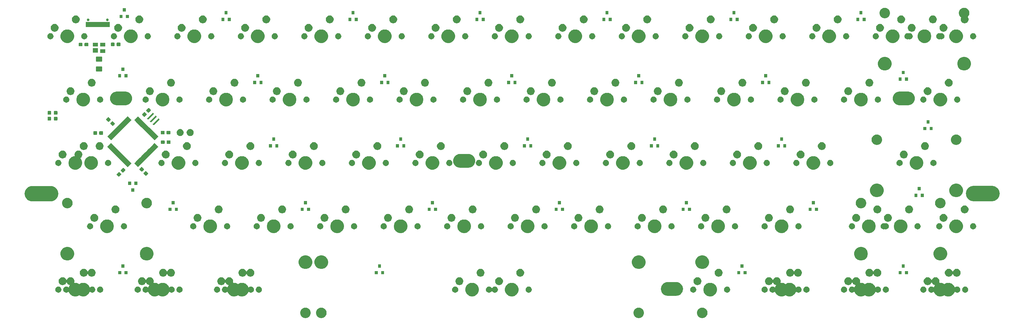
<source format=gbr>
G04 #@! TF.GenerationSoftware,KiCad,Pcbnew,(5.1.4)-1*
G04 #@! TF.CreationDate,2020-12-13T17:42:35-08:00*
G04 #@! TF.ProjectId,Flex60,466c6578-3630-42e6-9b69-6361645f7063,rev?*
G04 #@! TF.SameCoordinates,Original*
G04 #@! TF.FileFunction,Soldermask,Bot*
G04 #@! TF.FilePolarity,Negative*
%FSLAX46Y46*%
G04 Gerber Fmt 4.6, Leading zero omitted, Abs format (unit mm)*
G04 Created by KiCad (PCBNEW (5.1.4)-1) date 2020-12-13 17:42:35*
%MOMM*%
%LPD*%
G04 APERTURE LIST*
%ADD10C,0.100000*%
G04 APERTURE END LIST*
D10*
G36*
X193484411Y-84195526D02*
G01*
X193603137Y-84244704D01*
X193771041Y-84314252D01*
X193771042Y-84314253D01*
X194029004Y-84486617D01*
X194248383Y-84705996D01*
X194363553Y-84878361D01*
X194420748Y-84963959D01*
X194539474Y-85250590D01*
X194600000Y-85554875D01*
X194600000Y-85865125D01*
X194539474Y-86169410D01*
X194420748Y-86456041D01*
X194420747Y-86456042D01*
X194248383Y-86714004D01*
X194029004Y-86933383D01*
X193856639Y-87048553D01*
X193771041Y-87105748D01*
X193603137Y-87175296D01*
X193484411Y-87224474D01*
X193180125Y-87285000D01*
X192869875Y-87285000D01*
X192565589Y-87224474D01*
X192446863Y-87175296D01*
X192278959Y-87105748D01*
X192193361Y-87048553D01*
X192020996Y-86933383D01*
X191801617Y-86714004D01*
X191629253Y-86456042D01*
X191629252Y-86456041D01*
X191510526Y-86169410D01*
X191450000Y-85865125D01*
X191450000Y-85554875D01*
X191510526Y-85250590D01*
X191629252Y-84963959D01*
X191686447Y-84878361D01*
X191801617Y-84705996D01*
X192020996Y-84486617D01*
X192278958Y-84314253D01*
X192278959Y-84314252D01*
X192446863Y-84244704D01*
X192565589Y-84195526D01*
X192717733Y-84165263D01*
X192869875Y-84135000D01*
X193180125Y-84135000D01*
X193484411Y-84195526D01*
X193484411Y-84195526D01*
G37*
G36*
X79184411Y-84195526D02*
G01*
X79303137Y-84244704D01*
X79471041Y-84314252D01*
X79471042Y-84314253D01*
X79729004Y-84486617D01*
X79948383Y-84705996D01*
X80063553Y-84878361D01*
X80120748Y-84963959D01*
X80239474Y-85250590D01*
X80300000Y-85554875D01*
X80300000Y-85865125D01*
X80239474Y-86169410D01*
X80120748Y-86456041D01*
X80120747Y-86456042D01*
X79948383Y-86714004D01*
X79729004Y-86933383D01*
X79556639Y-87048553D01*
X79471041Y-87105748D01*
X79303137Y-87175296D01*
X79184411Y-87224474D01*
X78880125Y-87285000D01*
X78569875Y-87285000D01*
X78265589Y-87224474D01*
X78146863Y-87175296D01*
X77978959Y-87105748D01*
X77893361Y-87048553D01*
X77720996Y-86933383D01*
X77501617Y-86714004D01*
X77329253Y-86456042D01*
X77329252Y-86456041D01*
X77210526Y-86169410D01*
X77150000Y-85865125D01*
X77150000Y-85554875D01*
X77210526Y-85250590D01*
X77329252Y-84963959D01*
X77386447Y-84878361D01*
X77501617Y-84705996D01*
X77720996Y-84486617D01*
X77978958Y-84314253D01*
X77978959Y-84314252D01*
X78146863Y-84244704D01*
X78265589Y-84195526D01*
X78569875Y-84135000D01*
X78880125Y-84135000D01*
X79184411Y-84195526D01*
X79184411Y-84195526D01*
G37*
G36*
X74428261Y-84195526D02*
G01*
X74546987Y-84244704D01*
X74714891Y-84314252D01*
X74714892Y-84314253D01*
X74972854Y-84486617D01*
X75192233Y-84705996D01*
X75307403Y-84878361D01*
X75364598Y-84963959D01*
X75483324Y-85250590D01*
X75543850Y-85554875D01*
X75543850Y-85865125D01*
X75483324Y-86169410D01*
X75364598Y-86456041D01*
X75364597Y-86456042D01*
X75192233Y-86714004D01*
X74972854Y-86933383D01*
X74800489Y-87048553D01*
X74714891Y-87105748D01*
X74546987Y-87175296D01*
X74428261Y-87224474D01*
X74123975Y-87285000D01*
X73813725Y-87285000D01*
X73509439Y-87224474D01*
X73390713Y-87175296D01*
X73222809Y-87105748D01*
X73137211Y-87048553D01*
X72964846Y-86933383D01*
X72745467Y-86714004D01*
X72573103Y-86456042D01*
X72573102Y-86456041D01*
X72454376Y-86169410D01*
X72393850Y-85865125D01*
X72393850Y-85554875D01*
X72454376Y-85250590D01*
X72573102Y-84963959D01*
X72630297Y-84878361D01*
X72745467Y-84705996D01*
X72964846Y-84486617D01*
X73222808Y-84314253D01*
X73222809Y-84314252D01*
X73390713Y-84244704D01*
X73509439Y-84195526D01*
X73813725Y-84135000D01*
X74123975Y-84135000D01*
X74428261Y-84195526D01*
X74428261Y-84195526D01*
G37*
G36*
X174428061Y-84195526D02*
G01*
X174546787Y-84244704D01*
X174714691Y-84314252D01*
X174714692Y-84314253D01*
X174972654Y-84486617D01*
X175192033Y-84705996D01*
X175307203Y-84878361D01*
X175364398Y-84963959D01*
X175483124Y-85250590D01*
X175543650Y-85554875D01*
X175543650Y-85865125D01*
X175483124Y-86169410D01*
X175364398Y-86456041D01*
X175364397Y-86456042D01*
X175192033Y-86714004D01*
X174972654Y-86933383D01*
X174800289Y-87048553D01*
X174714691Y-87105748D01*
X174546787Y-87175296D01*
X174428061Y-87224474D01*
X174123775Y-87285000D01*
X173813525Y-87285000D01*
X173509239Y-87224474D01*
X173390513Y-87175296D01*
X173222609Y-87105748D01*
X173137011Y-87048553D01*
X172964646Y-86933383D01*
X172745267Y-86714004D01*
X172572903Y-86456042D01*
X172572902Y-86456041D01*
X172454176Y-86169410D01*
X172393650Y-85865125D01*
X172393650Y-85554875D01*
X172454176Y-85250590D01*
X172572902Y-84963959D01*
X172630097Y-84878361D01*
X172745267Y-84705996D01*
X172964646Y-84486617D01*
X173222608Y-84314253D01*
X173222609Y-84314252D01*
X173390513Y-84244704D01*
X173509239Y-84195526D01*
X173661383Y-84165263D01*
X173813525Y-84135000D01*
X174123775Y-84135000D01*
X174428061Y-84195526D01*
X174428061Y-84195526D01*
G37*
G36*
X25100310Y-75024064D02*
G01*
X25251777Y-75054193D01*
X25465795Y-75142842D01*
X25465796Y-75142843D01*
X25658404Y-75271539D01*
X25822211Y-75435346D01*
X25908008Y-75563751D01*
X25950908Y-75627955D01*
X25983894Y-75707591D01*
X25995442Y-75729196D01*
X26010987Y-75748138D01*
X26029929Y-75763683D01*
X26051540Y-75775234D01*
X26074989Y-75782347D01*
X26099375Y-75784749D01*
X26123761Y-75782347D01*
X26147210Y-75775234D01*
X26168821Y-75763683D01*
X26187763Y-75748138D01*
X26203308Y-75729196D01*
X26214856Y-75707591D01*
X26247842Y-75627955D01*
X26290742Y-75563751D01*
X26376539Y-75435346D01*
X26540346Y-75271539D01*
X26732954Y-75142843D01*
X26732955Y-75142842D01*
X26946973Y-75054193D01*
X27098440Y-75024064D01*
X27174173Y-75009000D01*
X27405827Y-75009000D01*
X27481560Y-75024064D01*
X27633027Y-75054193D01*
X27847045Y-75142842D01*
X27847046Y-75142843D01*
X28039654Y-75271539D01*
X28203461Y-75435346D01*
X28289258Y-75563751D01*
X28332158Y-75627955D01*
X28420807Y-75841973D01*
X28466000Y-76069174D01*
X28466000Y-76300826D01*
X28420808Y-76528024D01*
X28420272Y-76530715D01*
X28417870Y-76555101D01*
X28420272Y-76579487D01*
X28427385Y-76602936D01*
X28438936Y-76624547D01*
X28454481Y-76643489D01*
X28473423Y-76659034D01*
X28495034Y-76670585D01*
X28518483Y-76677698D01*
X28542869Y-76680100D01*
X28920156Y-76680100D01*
X29315224Y-76758684D01*
X29533224Y-76848983D01*
X29687373Y-76912833D01*
X29720033Y-76934656D01*
X29839929Y-77014768D01*
X29861540Y-77026319D01*
X29884989Y-77033432D01*
X29909375Y-77035834D01*
X29933761Y-77033432D01*
X29957210Y-77026319D01*
X29978821Y-77014768D01*
X30098717Y-76934656D01*
X30131377Y-76912833D01*
X30285526Y-76848983D01*
X30503526Y-76758684D01*
X30898594Y-76680100D01*
X31301406Y-76680100D01*
X31696474Y-76758684D01*
X31914474Y-76848983D01*
X32068623Y-76912833D01*
X32403548Y-77136623D01*
X32688377Y-77421452D01*
X32912167Y-77756377D01*
X32944562Y-77834586D01*
X33000392Y-77969372D01*
X33011943Y-77990983D01*
X33027488Y-78009925D01*
X33046430Y-78025470D01*
X33068041Y-78037021D01*
X33091490Y-78044134D01*
X33115876Y-78046536D01*
X33140262Y-78044134D01*
X33163711Y-78037021D01*
X33185322Y-78025470D01*
X33204253Y-78009934D01*
X33208459Y-78005728D01*
X33360124Y-77904389D01*
X33528646Y-77834585D01*
X33707547Y-77799000D01*
X33889953Y-77799000D01*
X34068854Y-77834585D01*
X34237376Y-77904389D01*
X34389041Y-78005728D01*
X34518022Y-78134709D01*
X34619361Y-78286374D01*
X34689165Y-78454896D01*
X34724750Y-78633797D01*
X34724750Y-78816203D01*
X34689165Y-78995104D01*
X34619361Y-79163626D01*
X34518022Y-79315291D01*
X34389041Y-79444272D01*
X34237376Y-79545611D01*
X34068854Y-79615415D01*
X33889953Y-79651000D01*
X33707547Y-79651000D01*
X33528646Y-79615415D01*
X33360124Y-79545611D01*
X33208459Y-79444272D01*
X33204253Y-79440066D01*
X33185322Y-79424530D01*
X33163711Y-79412979D01*
X33140262Y-79405866D01*
X33115876Y-79403464D01*
X33091490Y-79405866D01*
X33068041Y-79412979D01*
X33046430Y-79424530D01*
X33027488Y-79440075D01*
X33011943Y-79459017D01*
X33000392Y-79480628D01*
X32912167Y-79693623D01*
X32688377Y-80028548D01*
X32403548Y-80313377D01*
X32068623Y-80537167D01*
X31974871Y-80576000D01*
X31696474Y-80691316D01*
X31301406Y-80769900D01*
X30898594Y-80769900D01*
X30503526Y-80691316D01*
X30225129Y-80576000D01*
X30131377Y-80537167D01*
X29978819Y-80435231D01*
X29957210Y-80423681D01*
X29933761Y-80416568D01*
X29909375Y-80414166D01*
X29884989Y-80416568D01*
X29861540Y-80423681D01*
X29839931Y-80435231D01*
X29687373Y-80537167D01*
X29593621Y-80576000D01*
X29315224Y-80691316D01*
X28920156Y-80769900D01*
X28517344Y-80769900D01*
X28122276Y-80691316D01*
X27843879Y-80576000D01*
X27750127Y-80537167D01*
X27415202Y-80313377D01*
X27130373Y-80028548D01*
X26906583Y-79693623D01*
X26818358Y-79480628D01*
X26806807Y-79459017D01*
X26791262Y-79440075D01*
X26772320Y-79424530D01*
X26750709Y-79412979D01*
X26727260Y-79405866D01*
X26702874Y-79403464D01*
X26678488Y-79405866D01*
X26655039Y-79412979D01*
X26633428Y-79424530D01*
X26614497Y-79440066D01*
X26610291Y-79444272D01*
X26458626Y-79545611D01*
X26290104Y-79615415D01*
X26111203Y-79651000D01*
X25928797Y-79651000D01*
X25749896Y-79615415D01*
X25581374Y-79545611D01*
X25429709Y-79444272D01*
X25300728Y-79315291D01*
X25199389Y-79163626D01*
X25129585Y-78995104D01*
X25094000Y-78816203D01*
X25094000Y-78633797D01*
X25129585Y-78454896D01*
X25199389Y-78286374D01*
X25300728Y-78134709D01*
X25429709Y-78005728D01*
X25581374Y-77904389D01*
X25749896Y-77834585D01*
X25928797Y-77799000D01*
X26111203Y-77799000D01*
X26290104Y-77834585D01*
X26458626Y-77904389D01*
X26610291Y-78005728D01*
X26614497Y-78009934D01*
X26633428Y-78025470D01*
X26655039Y-78037021D01*
X26678488Y-78044134D01*
X26702874Y-78046536D01*
X26727260Y-78044134D01*
X26750709Y-78037021D01*
X26772320Y-78025470D01*
X26791262Y-78009925D01*
X26806807Y-77990983D01*
X26818358Y-77969372D01*
X26874188Y-77834586D01*
X26906583Y-77756377D01*
X27067234Y-77515946D01*
X27078784Y-77494337D01*
X27085897Y-77470888D01*
X27088299Y-77446502D01*
X27085897Y-77422116D01*
X27078784Y-77398667D01*
X27067233Y-77377056D01*
X27051688Y-77358114D01*
X27032746Y-77342569D01*
X27011135Y-77331018D01*
X26987689Y-77323906D01*
X26946973Y-77315807D01*
X26732955Y-77227158D01*
X26597460Y-77136623D01*
X26540346Y-77098461D01*
X26376539Y-76934654D01*
X26247843Y-76742046D01*
X26247842Y-76742045D01*
X26214856Y-76662409D01*
X26203308Y-76640804D01*
X26187763Y-76621862D01*
X26168821Y-76606317D01*
X26147210Y-76594766D01*
X26123761Y-76587653D01*
X26099375Y-76585251D01*
X26074989Y-76587653D01*
X26051540Y-76594766D01*
X26029929Y-76606317D01*
X26010987Y-76621862D01*
X25995442Y-76640804D01*
X25983894Y-76662409D01*
X25950908Y-76742045D01*
X25950907Y-76742046D01*
X25822211Y-76934654D01*
X25658404Y-77098461D01*
X25601290Y-77136623D01*
X25465795Y-77227158D01*
X25251777Y-77315807D01*
X25117240Y-77342568D01*
X25024577Y-77361000D01*
X24792923Y-77361000D01*
X24700260Y-77342568D01*
X24565723Y-77315807D01*
X24351705Y-77227158D01*
X24216210Y-77136623D01*
X24159096Y-77098461D01*
X23995289Y-76934654D01*
X23866593Y-76742046D01*
X23866592Y-76742045D01*
X23777943Y-76528027D01*
X23732750Y-76300826D01*
X23732750Y-76069174D01*
X23777943Y-75841973D01*
X23866592Y-75627955D01*
X23909492Y-75563751D01*
X23995289Y-75435346D01*
X24159096Y-75271539D01*
X24351704Y-75142843D01*
X24351705Y-75142842D01*
X24565723Y-75054193D01*
X24717190Y-75024064D01*
X24792923Y-75009000D01*
X25024577Y-75009000D01*
X25100310Y-75024064D01*
X25100310Y-75024064D01*
G37*
G36*
X124565224Y-76758684D02*
G01*
X124783224Y-76848983D01*
X124937373Y-76912833D01*
X125272298Y-77136623D01*
X125557127Y-77421452D01*
X125780917Y-77756377D01*
X125813312Y-77834586D01*
X125935066Y-78128526D01*
X126013650Y-78523594D01*
X126013650Y-78926406D01*
X125935066Y-79321474D01*
X125869142Y-79480628D01*
X125780917Y-79693623D01*
X125557127Y-80028548D01*
X125272298Y-80313377D01*
X124937373Y-80537167D01*
X124843621Y-80576000D01*
X124565224Y-80691316D01*
X124170156Y-80769900D01*
X123767344Y-80769900D01*
X123372276Y-80691316D01*
X123093879Y-80576000D01*
X123000127Y-80537167D01*
X122665202Y-80313377D01*
X122380373Y-80028548D01*
X122156583Y-79693623D01*
X122068358Y-79480628D01*
X122002434Y-79321474D01*
X121923850Y-78926406D01*
X121923850Y-78523594D01*
X122002434Y-78128526D01*
X122124188Y-77834586D01*
X122156583Y-77756377D01*
X122380373Y-77421452D01*
X122665202Y-77136623D01*
X123000127Y-76912833D01*
X123154276Y-76848983D01*
X123372276Y-76758684D01*
X123767344Y-76680100D01*
X124170156Y-76680100D01*
X124565224Y-76758684D01*
X124565224Y-76758684D01*
G37*
G36*
X196002724Y-76758684D02*
G01*
X196220724Y-76848983D01*
X196374873Y-76912833D01*
X196709798Y-77136623D01*
X196994627Y-77421452D01*
X197218417Y-77756377D01*
X197250812Y-77834586D01*
X197372566Y-78128526D01*
X197451150Y-78523594D01*
X197451150Y-78926406D01*
X197372566Y-79321474D01*
X197306642Y-79480628D01*
X197218417Y-79693623D01*
X196994627Y-80028548D01*
X196709798Y-80313377D01*
X196374873Y-80537167D01*
X196281121Y-80576000D01*
X196002724Y-80691316D01*
X195607656Y-80769900D01*
X195204844Y-80769900D01*
X194809776Y-80691316D01*
X194531379Y-80576000D01*
X194437627Y-80537167D01*
X194102702Y-80313377D01*
X193817873Y-80028548D01*
X193594083Y-79693623D01*
X193505858Y-79480628D01*
X193439934Y-79321474D01*
X193361350Y-78926406D01*
X193361350Y-78523594D01*
X193439934Y-78128526D01*
X193561688Y-77834586D01*
X193594083Y-77756377D01*
X193817873Y-77421452D01*
X194102702Y-77136623D01*
X194437627Y-76912833D01*
X194591776Y-76848983D01*
X194809776Y-76758684D01*
X195204844Y-76680100D01*
X195607656Y-76680100D01*
X196002724Y-76758684D01*
X196002724Y-76758684D01*
G37*
G36*
X213219060Y-75024064D02*
G01*
X213370527Y-75054193D01*
X213584545Y-75142842D01*
X213584546Y-75142843D01*
X213777154Y-75271539D01*
X213940961Y-75435346D01*
X214026758Y-75563751D01*
X214069658Y-75627955D01*
X214102644Y-75707591D01*
X214114192Y-75729196D01*
X214129737Y-75748138D01*
X214148679Y-75763683D01*
X214170290Y-75775234D01*
X214193739Y-75782347D01*
X214218125Y-75784749D01*
X214242511Y-75782347D01*
X214265960Y-75775234D01*
X214287571Y-75763683D01*
X214306513Y-75748138D01*
X214322058Y-75729196D01*
X214333606Y-75707591D01*
X214366592Y-75627955D01*
X214409492Y-75563751D01*
X214495289Y-75435346D01*
X214659096Y-75271539D01*
X214851704Y-75142843D01*
X214851705Y-75142842D01*
X215065723Y-75054193D01*
X215217190Y-75024064D01*
X215292923Y-75009000D01*
X215524577Y-75009000D01*
X215600310Y-75024064D01*
X215751777Y-75054193D01*
X215965795Y-75142842D01*
X215965796Y-75142843D01*
X216158404Y-75271539D01*
X216322211Y-75435346D01*
X216408008Y-75563751D01*
X216450908Y-75627955D01*
X216539557Y-75841973D01*
X216584750Y-76069174D01*
X216584750Y-76300826D01*
X216539558Y-76528024D01*
X216539022Y-76530715D01*
X216536620Y-76555101D01*
X216539022Y-76579487D01*
X216546135Y-76602936D01*
X216557686Y-76624547D01*
X216573231Y-76643489D01*
X216592173Y-76659034D01*
X216613784Y-76670585D01*
X216637233Y-76677698D01*
X216661619Y-76680100D01*
X217038906Y-76680100D01*
X217433974Y-76758684D01*
X217651974Y-76848983D01*
X217806123Y-76912833D01*
X217838783Y-76934656D01*
X217958679Y-77014768D01*
X217980290Y-77026319D01*
X218003739Y-77033432D01*
X218028125Y-77035834D01*
X218052511Y-77033432D01*
X218075960Y-77026319D01*
X218097571Y-77014768D01*
X218217467Y-76934656D01*
X218250127Y-76912833D01*
X218404276Y-76848983D01*
X218622276Y-76758684D01*
X219017344Y-76680100D01*
X219420156Y-76680100D01*
X219815224Y-76758684D01*
X220033224Y-76848983D01*
X220187373Y-76912833D01*
X220522298Y-77136623D01*
X220807127Y-77421452D01*
X221030917Y-77756377D01*
X221063312Y-77834586D01*
X221119142Y-77969372D01*
X221130693Y-77990983D01*
X221146238Y-78009925D01*
X221165180Y-78025470D01*
X221186791Y-78037021D01*
X221210240Y-78044134D01*
X221234626Y-78046536D01*
X221259012Y-78044134D01*
X221282461Y-78037021D01*
X221304072Y-78025470D01*
X221323003Y-78009934D01*
X221327209Y-78005728D01*
X221478874Y-77904389D01*
X221647396Y-77834585D01*
X221826297Y-77799000D01*
X222008703Y-77799000D01*
X222187604Y-77834585D01*
X222356126Y-77904389D01*
X222507791Y-78005728D01*
X222636772Y-78134709D01*
X222738111Y-78286374D01*
X222807915Y-78454896D01*
X222843500Y-78633797D01*
X222843500Y-78816203D01*
X222807915Y-78995104D01*
X222738111Y-79163626D01*
X222636772Y-79315291D01*
X222507791Y-79444272D01*
X222356126Y-79545611D01*
X222187604Y-79615415D01*
X222008703Y-79651000D01*
X221826297Y-79651000D01*
X221647396Y-79615415D01*
X221478874Y-79545611D01*
X221327209Y-79444272D01*
X221323003Y-79440066D01*
X221304072Y-79424530D01*
X221282461Y-79412979D01*
X221259012Y-79405866D01*
X221234626Y-79403464D01*
X221210240Y-79405866D01*
X221186791Y-79412979D01*
X221165180Y-79424530D01*
X221146238Y-79440075D01*
X221130693Y-79459017D01*
X221119142Y-79480628D01*
X221030917Y-79693623D01*
X220807127Y-80028548D01*
X220522298Y-80313377D01*
X220187373Y-80537167D01*
X220093621Y-80576000D01*
X219815224Y-80691316D01*
X219420156Y-80769900D01*
X219017344Y-80769900D01*
X218622276Y-80691316D01*
X218343879Y-80576000D01*
X218250127Y-80537167D01*
X218097569Y-80435231D01*
X218075960Y-80423681D01*
X218052511Y-80416568D01*
X218028125Y-80414166D01*
X218003739Y-80416568D01*
X217980290Y-80423681D01*
X217958681Y-80435231D01*
X217806123Y-80537167D01*
X217712371Y-80576000D01*
X217433974Y-80691316D01*
X217038906Y-80769900D01*
X216636094Y-80769900D01*
X216241026Y-80691316D01*
X215962629Y-80576000D01*
X215868877Y-80537167D01*
X215533952Y-80313377D01*
X215249123Y-80028548D01*
X215025333Y-79693623D01*
X214937108Y-79480628D01*
X214925557Y-79459017D01*
X214910012Y-79440075D01*
X214891070Y-79424530D01*
X214869459Y-79412979D01*
X214846010Y-79405866D01*
X214821624Y-79403464D01*
X214797238Y-79405866D01*
X214773789Y-79412979D01*
X214752178Y-79424530D01*
X214733247Y-79440066D01*
X214729041Y-79444272D01*
X214577376Y-79545611D01*
X214408854Y-79615415D01*
X214229953Y-79651000D01*
X214047547Y-79651000D01*
X213868646Y-79615415D01*
X213700124Y-79545611D01*
X213548459Y-79444272D01*
X213419478Y-79315291D01*
X213318139Y-79163626D01*
X213248335Y-78995104D01*
X213212750Y-78816203D01*
X213212750Y-78633797D01*
X213248335Y-78454896D01*
X213318139Y-78286374D01*
X213419478Y-78134709D01*
X213548459Y-78005728D01*
X213700124Y-77904389D01*
X213868646Y-77834585D01*
X214047547Y-77799000D01*
X214229953Y-77799000D01*
X214408854Y-77834585D01*
X214577376Y-77904389D01*
X214729041Y-78005728D01*
X214733247Y-78009934D01*
X214752178Y-78025470D01*
X214773789Y-78037021D01*
X214797238Y-78044134D01*
X214821624Y-78046536D01*
X214846010Y-78044134D01*
X214869459Y-78037021D01*
X214891070Y-78025470D01*
X214910012Y-78009925D01*
X214925557Y-77990983D01*
X214937108Y-77969372D01*
X214992938Y-77834586D01*
X215025333Y-77756377D01*
X215185984Y-77515946D01*
X215197534Y-77494337D01*
X215204647Y-77470888D01*
X215207049Y-77446502D01*
X215204647Y-77422116D01*
X215197534Y-77398667D01*
X215185983Y-77377056D01*
X215170438Y-77358114D01*
X215151496Y-77342569D01*
X215129885Y-77331018D01*
X215106439Y-77323906D01*
X215065723Y-77315807D01*
X214851705Y-77227158D01*
X214716210Y-77136623D01*
X214659096Y-77098461D01*
X214495289Y-76934654D01*
X214366593Y-76742046D01*
X214366592Y-76742045D01*
X214333606Y-76662409D01*
X214322058Y-76640804D01*
X214306513Y-76621862D01*
X214287571Y-76606317D01*
X214265960Y-76594766D01*
X214242511Y-76587653D01*
X214218125Y-76585251D01*
X214193739Y-76587653D01*
X214170290Y-76594766D01*
X214148679Y-76606317D01*
X214129737Y-76621862D01*
X214114192Y-76640804D01*
X214102644Y-76662409D01*
X214069658Y-76742045D01*
X214069657Y-76742046D01*
X213940961Y-76934654D01*
X213777154Y-77098461D01*
X213720040Y-77136623D01*
X213584545Y-77227158D01*
X213370527Y-77315807D01*
X213235990Y-77342568D01*
X213143327Y-77361000D01*
X212911673Y-77361000D01*
X212819010Y-77342568D01*
X212684473Y-77315807D01*
X212470455Y-77227158D01*
X212334960Y-77136623D01*
X212277846Y-77098461D01*
X212114039Y-76934654D01*
X211985343Y-76742046D01*
X211985342Y-76742045D01*
X211896693Y-76528027D01*
X211851500Y-76300826D01*
X211851500Y-76069174D01*
X211896693Y-75841973D01*
X211985342Y-75627955D01*
X212028242Y-75563751D01*
X212114039Y-75435346D01*
X212277846Y-75271539D01*
X212470454Y-75142843D01*
X212470455Y-75142842D01*
X212684473Y-75054193D01*
X212835940Y-75024064D01*
X212911673Y-75009000D01*
X213143327Y-75009000D01*
X213219060Y-75024064D01*
X213219060Y-75024064D01*
G37*
G36*
X136471474Y-76758684D02*
G01*
X136689474Y-76848983D01*
X136843623Y-76912833D01*
X137178548Y-77136623D01*
X137463377Y-77421452D01*
X137687167Y-77756377D01*
X137719562Y-77834586D01*
X137841316Y-78128526D01*
X137919900Y-78523594D01*
X137919900Y-78926406D01*
X137841316Y-79321474D01*
X137775392Y-79480628D01*
X137687167Y-79693623D01*
X137463377Y-80028548D01*
X137178548Y-80313377D01*
X136843623Y-80537167D01*
X136749871Y-80576000D01*
X136471474Y-80691316D01*
X136076406Y-80769900D01*
X135673594Y-80769900D01*
X135278526Y-80691316D01*
X135000129Y-80576000D01*
X134906377Y-80537167D01*
X134571452Y-80313377D01*
X134286623Y-80028548D01*
X134062833Y-79693623D01*
X133974608Y-79480628D01*
X133908684Y-79321474D01*
X133830100Y-78926406D01*
X133830100Y-78523594D01*
X133908684Y-78128526D01*
X134030438Y-77834586D01*
X134062833Y-77756377D01*
X134286623Y-77421452D01*
X134571452Y-77136623D01*
X134906377Y-76912833D01*
X135060526Y-76848983D01*
X135278526Y-76758684D01*
X135673594Y-76680100D01*
X136076406Y-76680100D01*
X136471474Y-76758684D01*
X136471474Y-76758684D01*
G37*
G36*
X1287810Y-75024064D02*
G01*
X1439277Y-75054193D01*
X1653295Y-75142842D01*
X1653296Y-75142843D01*
X1845904Y-75271539D01*
X2009711Y-75435346D01*
X2095508Y-75563751D01*
X2138408Y-75627955D01*
X2171394Y-75707591D01*
X2182942Y-75729196D01*
X2198487Y-75748138D01*
X2217429Y-75763683D01*
X2239040Y-75775234D01*
X2262489Y-75782347D01*
X2286875Y-75784749D01*
X2311261Y-75782347D01*
X2334710Y-75775234D01*
X2356321Y-75763683D01*
X2375263Y-75748138D01*
X2390808Y-75729196D01*
X2402356Y-75707591D01*
X2435342Y-75627955D01*
X2478242Y-75563751D01*
X2564039Y-75435346D01*
X2727846Y-75271539D01*
X2920454Y-75142843D01*
X2920455Y-75142842D01*
X3134473Y-75054193D01*
X3285940Y-75024064D01*
X3361673Y-75009000D01*
X3593327Y-75009000D01*
X3669060Y-75024064D01*
X3820527Y-75054193D01*
X4034545Y-75142842D01*
X4034546Y-75142843D01*
X4227154Y-75271539D01*
X4390961Y-75435346D01*
X4476758Y-75563751D01*
X4519658Y-75627955D01*
X4608307Y-75841973D01*
X4653500Y-76069174D01*
X4653500Y-76300826D01*
X4608308Y-76528024D01*
X4607772Y-76530715D01*
X4605370Y-76555101D01*
X4607772Y-76579487D01*
X4614885Y-76602936D01*
X4626436Y-76624547D01*
X4641981Y-76643489D01*
X4660923Y-76659034D01*
X4682534Y-76670585D01*
X4705983Y-76677698D01*
X4730369Y-76680100D01*
X5107656Y-76680100D01*
X5502724Y-76758684D01*
X5720724Y-76848983D01*
X5874873Y-76912833D01*
X5907533Y-76934656D01*
X6027429Y-77014768D01*
X6049040Y-77026319D01*
X6072489Y-77033432D01*
X6096875Y-77035834D01*
X6121261Y-77033432D01*
X6144710Y-77026319D01*
X6166321Y-77014768D01*
X6286217Y-76934656D01*
X6318877Y-76912833D01*
X6473026Y-76848983D01*
X6691026Y-76758684D01*
X7086094Y-76680100D01*
X7488906Y-76680100D01*
X7883974Y-76758684D01*
X8101974Y-76848983D01*
X8256123Y-76912833D01*
X8591048Y-77136623D01*
X8875877Y-77421452D01*
X9099667Y-77756377D01*
X9132062Y-77834586D01*
X9187892Y-77969372D01*
X9199443Y-77990983D01*
X9214988Y-78009925D01*
X9233930Y-78025470D01*
X9255541Y-78037021D01*
X9278990Y-78044134D01*
X9303376Y-78046536D01*
X9327762Y-78044134D01*
X9351211Y-78037021D01*
X9372822Y-78025470D01*
X9391753Y-78009934D01*
X9395959Y-78005728D01*
X9547624Y-77904389D01*
X9716146Y-77834585D01*
X9895047Y-77799000D01*
X10077453Y-77799000D01*
X10256354Y-77834585D01*
X10424876Y-77904389D01*
X10576541Y-78005728D01*
X10705522Y-78134709D01*
X10806861Y-78286374D01*
X10876665Y-78454896D01*
X10912250Y-78633797D01*
X10912250Y-78816203D01*
X10876665Y-78995104D01*
X10806861Y-79163626D01*
X10705522Y-79315291D01*
X10576541Y-79444272D01*
X10424876Y-79545611D01*
X10256354Y-79615415D01*
X10077453Y-79651000D01*
X9895047Y-79651000D01*
X9716146Y-79615415D01*
X9547624Y-79545611D01*
X9395959Y-79444272D01*
X9391753Y-79440066D01*
X9372822Y-79424530D01*
X9351211Y-79412979D01*
X9327762Y-79405866D01*
X9303376Y-79403464D01*
X9278990Y-79405866D01*
X9255541Y-79412979D01*
X9233930Y-79424530D01*
X9214988Y-79440075D01*
X9199443Y-79459017D01*
X9187892Y-79480628D01*
X9099667Y-79693623D01*
X8875877Y-80028548D01*
X8591048Y-80313377D01*
X8256123Y-80537167D01*
X8162371Y-80576000D01*
X7883974Y-80691316D01*
X7488906Y-80769900D01*
X7086094Y-80769900D01*
X6691026Y-80691316D01*
X6412629Y-80576000D01*
X6318877Y-80537167D01*
X6166319Y-80435231D01*
X6144710Y-80423681D01*
X6121261Y-80416568D01*
X6096875Y-80414166D01*
X6072489Y-80416568D01*
X6049040Y-80423681D01*
X6027431Y-80435231D01*
X5874873Y-80537167D01*
X5781121Y-80576000D01*
X5502724Y-80691316D01*
X5107656Y-80769900D01*
X4704844Y-80769900D01*
X4309776Y-80691316D01*
X4031379Y-80576000D01*
X3937627Y-80537167D01*
X3602702Y-80313377D01*
X3317873Y-80028548D01*
X3094083Y-79693623D01*
X3005858Y-79480628D01*
X2994307Y-79459017D01*
X2978762Y-79440075D01*
X2959820Y-79424530D01*
X2938209Y-79412979D01*
X2914760Y-79405866D01*
X2890374Y-79403464D01*
X2865988Y-79405866D01*
X2842539Y-79412979D01*
X2820928Y-79424530D01*
X2801997Y-79440066D01*
X2797791Y-79444272D01*
X2646126Y-79545611D01*
X2477604Y-79615415D01*
X2298703Y-79651000D01*
X2116297Y-79651000D01*
X1937396Y-79615415D01*
X1768874Y-79545611D01*
X1617209Y-79444272D01*
X1488228Y-79315291D01*
X1386889Y-79163626D01*
X1317085Y-78995104D01*
X1281500Y-78816203D01*
X1281500Y-78633797D01*
X1317085Y-78454896D01*
X1386889Y-78286374D01*
X1488228Y-78134709D01*
X1617209Y-78005728D01*
X1768874Y-77904389D01*
X1937396Y-77834585D01*
X2116297Y-77799000D01*
X2298703Y-77799000D01*
X2477604Y-77834585D01*
X2646126Y-77904389D01*
X2797791Y-78005728D01*
X2801997Y-78009934D01*
X2820928Y-78025470D01*
X2842539Y-78037021D01*
X2865988Y-78044134D01*
X2890374Y-78046536D01*
X2914760Y-78044134D01*
X2938209Y-78037021D01*
X2959820Y-78025470D01*
X2978762Y-78009925D01*
X2994307Y-77990983D01*
X3005858Y-77969372D01*
X3061688Y-77834586D01*
X3094083Y-77756377D01*
X3254734Y-77515946D01*
X3266284Y-77494337D01*
X3273397Y-77470888D01*
X3275799Y-77446502D01*
X3273397Y-77422116D01*
X3266284Y-77398667D01*
X3254733Y-77377056D01*
X3239188Y-77358114D01*
X3220246Y-77342569D01*
X3198635Y-77331018D01*
X3175189Y-77323906D01*
X3134473Y-77315807D01*
X2920455Y-77227158D01*
X2784960Y-77136623D01*
X2727846Y-77098461D01*
X2564039Y-76934654D01*
X2435343Y-76742046D01*
X2435342Y-76742045D01*
X2402356Y-76662409D01*
X2390808Y-76640804D01*
X2375263Y-76621862D01*
X2356321Y-76606317D01*
X2334710Y-76594766D01*
X2311261Y-76587653D01*
X2286875Y-76585251D01*
X2262489Y-76587653D01*
X2239040Y-76594766D01*
X2217429Y-76606317D01*
X2198487Y-76621862D01*
X2182942Y-76640804D01*
X2171394Y-76662409D01*
X2138408Y-76742045D01*
X2138407Y-76742046D01*
X2009711Y-76934654D01*
X1845904Y-77098461D01*
X1788790Y-77136623D01*
X1653295Y-77227158D01*
X1439277Y-77315807D01*
X1304740Y-77342568D01*
X1212077Y-77361000D01*
X980423Y-77361000D01*
X887760Y-77342568D01*
X753223Y-77315807D01*
X539205Y-77227158D01*
X403710Y-77136623D01*
X346596Y-77098461D01*
X182789Y-76934654D01*
X54093Y-76742046D01*
X54092Y-76742045D01*
X-34557Y-76528027D01*
X-79750Y-76300826D01*
X-79750Y-76069174D01*
X-34557Y-75841973D01*
X54092Y-75627955D01*
X96992Y-75563751D01*
X182789Y-75435346D01*
X346596Y-75271539D01*
X539204Y-75142843D01*
X539205Y-75142842D01*
X753223Y-75054193D01*
X904690Y-75024064D01*
X980423Y-75009000D01*
X1212077Y-75009000D01*
X1287810Y-75024064D01*
X1287810Y-75024064D01*
G37*
G36*
X237031560Y-75024064D02*
G01*
X237183027Y-75054193D01*
X237397045Y-75142842D01*
X237397046Y-75142843D01*
X237589654Y-75271539D01*
X237753461Y-75435346D01*
X237839258Y-75563751D01*
X237882158Y-75627955D01*
X237915144Y-75707591D01*
X237926692Y-75729196D01*
X237942237Y-75748138D01*
X237961179Y-75763683D01*
X237982790Y-75775234D01*
X238006239Y-75782347D01*
X238030625Y-75784749D01*
X238055011Y-75782347D01*
X238078460Y-75775234D01*
X238100071Y-75763683D01*
X238119013Y-75748138D01*
X238134558Y-75729196D01*
X238146106Y-75707591D01*
X238179092Y-75627955D01*
X238221992Y-75563751D01*
X238307789Y-75435346D01*
X238471596Y-75271539D01*
X238664204Y-75142843D01*
X238664205Y-75142842D01*
X238878223Y-75054193D01*
X239029690Y-75024064D01*
X239105423Y-75009000D01*
X239337077Y-75009000D01*
X239412810Y-75024064D01*
X239564277Y-75054193D01*
X239778295Y-75142842D01*
X239778296Y-75142843D01*
X239970904Y-75271539D01*
X240134711Y-75435346D01*
X240220508Y-75563751D01*
X240263408Y-75627955D01*
X240352057Y-75841973D01*
X240397250Y-76069174D01*
X240397250Y-76300826D01*
X240352058Y-76528024D01*
X240351522Y-76530715D01*
X240349120Y-76555101D01*
X240351522Y-76579487D01*
X240358635Y-76602936D01*
X240370186Y-76624547D01*
X240385731Y-76643489D01*
X240404673Y-76659034D01*
X240426284Y-76670585D01*
X240449733Y-76677698D01*
X240474119Y-76680100D01*
X240851406Y-76680100D01*
X241246474Y-76758684D01*
X241464474Y-76848983D01*
X241618623Y-76912833D01*
X241651283Y-76934656D01*
X241771179Y-77014768D01*
X241792790Y-77026319D01*
X241816239Y-77033432D01*
X241840625Y-77035834D01*
X241865011Y-77033432D01*
X241888460Y-77026319D01*
X241910071Y-77014768D01*
X242029967Y-76934656D01*
X242062627Y-76912833D01*
X242216776Y-76848983D01*
X242434776Y-76758684D01*
X242829844Y-76680100D01*
X243232656Y-76680100D01*
X243627724Y-76758684D01*
X243845724Y-76848983D01*
X243999873Y-76912833D01*
X244334798Y-77136623D01*
X244619627Y-77421452D01*
X244843417Y-77756377D01*
X244875812Y-77834586D01*
X244931642Y-77969372D01*
X244943193Y-77990983D01*
X244958738Y-78009925D01*
X244977680Y-78025470D01*
X244999291Y-78037021D01*
X245022740Y-78044134D01*
X245047126Y-78046536D01*
X245071512Y-78044134D01*
X245094961Y-78037021D01*
X245116572Y-78025470D01*
X245135503Y-78009934D01*
X245139709Y-78005728D01*
X245291374Y-77904389D01*
X245459896Y-77834585D01*
X245638797Y-77799000D01*
X245821203Y-77799000D01*
X246000104Y-77834585D01*
X246168626Y-77904389D01*
X246320291Y-78005728D01*
X246449272Y-78134709D01*
X246550611Y-78286374D01*
X246620415Y-78454896D01*
X246656000Y-78633797D01*
X246656000Y-78816203D01*
X246620415Y-78995104D01*
X246550611Y-79163626D01*
X246449272Y-79315291D01*
X246320291Y-79444272D01*
X246168626Y-79545611D01*
X246000104Y-79615415D01*
X245821203Y-79651000D01*
X245638797Y-79651000D01*
X245459896Y-79615415D01*
X245291374Y-79545611D01*
X245139709Y-79444272D01*
X245135503Y-79440066D01*
X245116572Y-79424530D01*
X245094961Y-79412979D01*
X245071512Y-79405866D01*
X245047126Y-79403464D01*
X245022740Y-79405866D01*
X244999291Y-79412979D01*
X244977680Y-79424530D01*
X244958738Y-79440075D01*
X244943193Y-79459017D01*
X244931642Y-79480628D01*
X244843417Y-79693623D01*
X244619627Y-80028548D01*
X244334798Y-80313377D01*
X243999873Y-80537167D01*
X243906121Y-80576000D01*
X243627724Y-80691316D01*
X243232656Y-80769900D01*
X242829844Y-80769900D01*
X242434776Y-80691316D01*
X242156379Y-80576000D01*
X242062627Y-80537167D01*
X241910069Y-80435231D01*
X241888460Y-80423681D01*
X241865011Y-80416568D01*
X241840625Y-80414166D01*
X241816239Y-80416568D01*
X241792790Y-80423681D01*
X241771181Y-80435231D01*
X241618623Y-80537167D01*
X241524871Y-80576000D01*
X241246474Y-80691316D01*
X240851406Y-80769900D01*
X240448594Y-80769900D01*
X240053526Y-80691316D01*
X239775129Y-80576000D01*
X239681377Y-80537167D01*
X239346452Y-80313377D01*
X239061623Y-80028548D01*
X238837833Y-79693623D01*
X238749608Y-79480628D01*
X238738057Y-79459017D01*
X238722512Y-79440075D01*
X238703570Y-79424530D01*
X238681959Y-79412979D01*
X238658510Y-79405866D01*
X238634124Y-79403464D01*
X238609738Y-79405866D01*
X238586289Y-79412979D01*
X238564678Y-79424530D01*
X238545747Y-79440066D01*
X238541541Y-79444272D01*
X238389876Y-79545611D01*
X238221354Y-79615415D01*
X238042453Y-79651000D01*
X237860047Y-79651000D01*
X237681146Y-79615415D01*
X237512624Y-79545611D01*
X237360959Y-79444272D01*
X237231978Y-79315291D01*
X237130639Y-79163626D01*
X237060835Y-78995104D01*
X237025250Y-78816203D01*
X237025250Y-78633797D01*
X237060835Y-78454896D01*
X237130639Y-78286374D01*
X237231978Y-78134709D01*
X237360959Y-78005728D01*
X237512624Y-77904389D01*
X237681146Y-77834585D01*
X237860047Y-77799000D01*
X238042453Y-77799000D01*
X238221354Y-77834585D01*
X238389876Y-77904389D01*
X238541541Y-78005728D01*
X238545747Y-78009934D01*
X238564678Y-78025470D01*
X238586289Y-78037021D01*
X238609738Y-78044134D01*
X238634124Y-78046536D01*
X238658510Y-78044134D01*
X238681959Y-78037021D01*
X238703570Y-78025470D01*
X238722512Y-78009925D01*
X238738057Y-77990983D01*
X238749608Y-77969372D01*
X238805438Y-77834586D01*
X238837833Y-77756377D01*
X238998484Y-77515946D01*
X239010034Y-77494337D01*
X239017147Y-77470888D01*
X239019549Y-77446502D01*
X239017147Y-77422116D01*
X239010034Y-77398667D01*
X238998483Y-77377056D01*
X238982938Y-77358114D01*
X238963996Y-77342569D01*
X238942385Y-77331018D01*
X238918939Y-77323906D01*
X238878223Y-77315807D01*
X238664205Y-77227158D01*
X238528710Y-77136623D01*
X238471596Y-77098461D01*
X238307789Y-76934654D01*
X238179093Y-76742046D01*
X238179092Y-76742045D01*
X238146106Y-76662409D01*
X238134558Y-76640804D01*
X238119013Y-76621862D01*
X238100071Y-76606317D01*
X238078460Y-76594766D01*
X238055011Y-76587653D01*
X238030625Y-76585251D01*
X238006239Y-76587653D01*
X237982790Y-76594766D01*
X237961179Y-76606317D01*
X237942237Y-76621862D01*
X237926692Y-76640804D01*
X237915144Y-76662409D01*
X237882158Y-76742045D01*
X237882157Y-76742046D01*
X237753461Y-76934654D01*
X237589654Y-77098461D01*
X237532540Y-77136623D01*
X237397045Y-77227158D01*
X237183027Y-77315807D01*
X237048490Y-77342568D01*
X236955827Y-77361000D01*
X236724173Y-77361000D01*
X236631510Y-77342568D01*
X236496973Y-77315807D01*
X236282955Y-77227158D01*
X236147460Y-77136623D01*
X236090346Y-77098461D01*
X235926539Y-76934654D01*
X235797843Y-76742046D01*
X235797842Y-76742045D01*
X235709193Y-76528027D01*
X235664000Y-76300826D01*
X235664000Y-76069174D01*
X235709193Y-75841973D01*
X235797842Y-75627955D01*
X235840742Y-75563751D01*
X235926539Y-75435346D01*
X236090346Y-75271539D01*
X236282954Y-75142843D01*
X236282955Y-75142842D01*
X236496973Y-75054193D01*
X236648440Y-75024064D01*
X236724173Y-75009000D01*
X236955827Y-75009000D01*
X237031560Y-75024064D01*
X237031560Y-75024064D01*
G37*
G36*
X260844060Y-75024063D02*
G01*
X260995527Y-75054192D01*
X261209545Y-75142841D01*
X261273749Y-75185741D01*
X261402154Y-75271538D01*
X261565961Y-75435345D01*
X261651758Y-75563750D01*
X261694658Y-75627954D01*
X261727642Y-75707585D01*
X261739192Y-75729195D01*
X261754737Y-75748137D01*
X261773679Y-75763682D01*
X261795290Y-75775233D01*
X261818739Y-75782346D01*
X261843125Y-75784748D01*
X261867511Y-75782346D01*
X261890960Y-75775233D01*
X261912571Y-75763682D01*
X261931513Y-75748137D01*
X261947058Y-75729195D01*
X261958608Y-75707585D01*
X261991592Y-75627954D01*
X262034492Y-75563750D01*
X262120289Y-75435345D01*
X262284096Y-75271538D01*
X262412501Y-75185741D01*
X262476705Y-75142841D01*
X262690723Y-75054192D01*
X262842190Y-75024063D01*
X262917923Y-75008999D01*
X263149577Y-75008999D01*
X263225310Y-75024063D01*
X263376777Y-75054192D01*
X263590795Y-75142841D01*
X263654999Y-75185741D01*
X263783404Y-75271538D01*
X263947211Y-75435345D01*
X264033008Y-75563750D01*
X264075908Y-75627954D01*
X264164557Y-75841972D01*
X264209750Y-76069173D01*
X264209750Y-76300825D01*
X264164557Y-76528026D01*
X264164556Y-76528027D01*
X264164022Y-76530714D01*
X264161620Y-76555100D01*
X264164022Y-76579486D01*
X264171135Y-76602935D01*
X264182686Y-76624546D01*
X264198231Y-76643488D01*
X264217173Y-76659033D01*
X264238784Y-76670584D01*
X264262233Y-76677697D01*
X264286619Y-76680099D01*
X264663906Y-76680099D01*
X265058974Y-76758683D01*
X265276974Y-76848982D01*
X265431123Y-76912832D01*
X265583679Y-77014767D01*
X265605290Y-77026318D01*
X265628739Y-77033431D01*
X265653125Y-77035833D01*
X265677511Y-77033431D01*
X265700960Y-77026318D01*
X265722571Y-77014767D01*
X265875127Y-76912832D01*
X266029276Y-76848982D01*
X266247276Y-76758683D01*
X266642344Y-76680099D01*
X267045156Y-76680099D01*
X267440224Y-76758683D01*
X267658224Y-76848982D01*
X267812373Y-76912832D01*
X268147298Y-77136622D01*
X268432127Y-77421451D01*
X268655917Y-77756376D01*
X268688312Y-77834585D01*
X268744142Y-77969371D01*
X268755693Y-77990982D01*
X268771238Y-78009924D01*
X268790180Y-78025469D01*
X268811791Y-78037020D01*
X268835240Y-78044133D01*
X268859626Y-78046535D01*
X268884012Y-78044133D01*
X268907461Y-78037020D01*
X268929072Y-78025469D01*
X268948003Y-78009933D01*
X268952209Y-78005727D01*
X269103874Y-77904388D01*
X269272396Y-77834584D01*
X269451297Y-77798999D01*
X269633703Y-77798999D01*
X269812604Y-77834584D01*
X269981126Y-77904388D01*
X270132791Y-78005727D01*
X270261772Y-78134708D01*
X270363111Y-78286373D01*
X270432915Y-78454895D01*
X270468500Y-78633796D01*
X270468500Y-78816202D01*
X270432915Y-78995103D01*
X270363111Y-79163625D01*
X270261772Y-79315290D01*
X270132791Y-79444271D01*
X269981126Y-79545610D01*
X269812604Y-79615414D01*
X269633703Y-79650999D01*
X269451297Y-79650999D01*
X269272396Y-79615414D01*
X269103874Y-79545610D01*
X268952209Y-79444271D01*
X268948003Y-79440065D01*
X268929072Y-79424529D01*
X268907461Y-79412978D01*
X268884012Y-79405865D01*
X268859626Y-79403463D01*
X268835240Y-79405865D01*
X268811791Y-79412978D01*
X268790180Y-79424529D01*
X268771238Y-79440074D01*
X268755693Y-79459016D01*
X268744142Y-79480627D01*
X268655917Y-79693622D01*
X268432127Y-80028547D01*
X268147298Y-80313376D01*
X267812373Y-80537166D01*
X267718619Y-80576000D01*
X267440224Y-80691315D01*
X267045156Y-80769899D01*
X266642344Y-80769899D01*
X266247276Y-80691315D01*
X265968881Y-80576000D01*
X265875127Y-80537166D01*
X265722569Y-80435230D01*
X265700960Y-80423680D01*
X265677511Y-80416567D01*
X265653125Y-80414165D01*
X265628739Y-80416567D01*
X265605290Y-80423680D01*
X265583681Y-80435230D01*
X265431123Y-80537166D01*
X265337369Y-80576000D01*
X265058974Y-80691315D01*
X264663906Y-80769899D01*
X264261094Y-80769899D01*
X263866026Y-80691315D01*
X263587631Y-80576000D01*
X263493877Y-80537166D01*
X263158952Y-80313376D01*
X262874123Y-80028547D01*
X262650333Y-79693622D01*
X262562108Y-79480627D01*
X262550557Y-79459016D01*
X262535012Y-79440074D01*
X262516070Y-79424529D01*
X262494459Y-79412978D01*
X262471010Y-79405865D01*
X262446624Y-79403463D01*
X262422238Y-79405865D01*
X262398789Y-79412978D01*
X262377178Y-79424529D01*
X262358247Y-79440065D01*
X262354041Y-79444271D01*
X262202376Y-79545610D01*
X262033854Y-79615414D01*
X261854953Y-79650999D01*
X261672547Y-79650999D01*
X261493646Y-79615414D01*
X261325124Y-79545610D01*
X261173459Y-79444271D01*
X261044478Y-79315290D01*
X260943139Y-79163625D01*
X260873335Y-78995103D01*
X260837750Y-78816202D01*
X260837750Y-78633796D01*
X260873335Y-78454895D01*
X260943139Y-78286373D01*
X261044478Y-78134708D01*
X261173459Y-78005727D01*
X261325124Y-77904388D01*
X261493646Y-77834584D01*
X261672547Y-77798999D01*
X261854953Y-77798999D01*
X262033854Y-77834584D01*
X262202376Y-77904388D01*
X262354041Y-78005727D01*
X262358247Y-78009933D01*
X262377178Y-78025469D01*
X262398789Y-78037020D01*
X262422238Y-78044133D01*
X262446624Y-78046535D01*
X262471010Y-78044133D01*
X262494459Y-78037020D01*
X262516070Y-78025469D01*
X262535012Y-78009924D01*
X262550557Y-77990982D01*
X262562108Y-77969371D01*
X262617938Y-77834585D01*
X262650333Y-77756376D01*
X262810984Y-77515945D01*
X262822534Y-77494336D01*
X262829647Y-77470887D01*
X262832049Y-77446501D01*
X262829647Y-77422115D01*
X262822534Y-77398666D01*
X262810983Y-77377055D01*
X262795438Y-77358113D01*
X262776496Y-77342568D01*
X262754885Y-77331017D01*
X262731439Y-77323905D01*
X262690723Y-77315806D01*
X262476705Y-77227157D01*
X262412501Y-77184257D01*
X262284096Y-77098460D01*
X262120289Y-76934653D01*
X262002710Y-76758683D01*
X261991592Y-76742044D01*
X261958606Y-76662408D01*
X261947058Y-76640803D01*
X261931513Y-76621861D01*
X261912571Y-76606316D01*
X261890960Y-76594765D01*
X261867511Y-76587652D01*
X261843125Y-76585250D01*
X261818739Y-76587652D01*
X261795290Y-76594765D01*
X261773679Y-76606316D01*
X261754737Y-76621861D01*
X261739192Y-76640803D01*
X261727644Y-76662408D01*
X261694658Y-76742044D01*
X261683540Y-76758683D01*
X261565961Y-76934653D01*
X261402154Y-77098460D01*
X261273749Y-77184257D01*
X261209545Y-77227157D01*
X260995527Y-77315806D01*
X260860985Y-77342568D01*
X260768327Y-77360999D01*
X260536673Y-77360999D01*
X260444015Y-77342568D01*
X260309473Y-77315806D01*
X260095455Y-77227157D01*
X260031251Y-77184257D01*
X259902846Y-77098460D01*
X259739039Y-76934653D01*
X259621460Y-76758683D01*
X259610342Y-76742044D01*
X259521693Y-76528026D01*
X259476500Y-76300825D01*
X259476500Y-76069173D01*
X259521693Y-75841972D01*
X259610342Y-75627954D01*
X259653242Y-75563750D01*
X259739039Y-75435345D01*
X259902846Y-75271538D01*
X260031251Y-75185741D01*
X260095455Y-75142841D01*
X260309473Y-75054192D01*
X260460940Y-75024063D01*
X260536673Y-75008999D01*
X260768327Y-75008999D01*
X260844060Y-75024063D01*
X260844060Y-75024063D01*
G37*
G36*
X48912810Y-75024063D02*
G01*
X49064277Y-75054192D01*
X49278295Y-75142841D01*
X49342499Y-75185741D01*
X49470904Y-75271538D01*
X49634711Y-75435345D01*
X49720508Y-75563750D01*
X49763408Y-75627954D01*
X49796392Y-75707585D01*
X49807942Y-75729195D01*
X49823487Y-75748137D01*
X49842429Y-75763682D01*
X49864040Y-75775233D01*
X49887489Y-75782346D01*
X49911875Y-75784748D01*
X49936261Y-75782346D01*
X49959710Y-75775233D01*
X49981321Y-75763682D01*
X50000263Y-75748137D01*
X50015808Y-75729195D01*
X50027358Y-75707585D01*
X50060342Y-75627954D01*
X50103242Y-75563750D01*
X50189039Y-75435345D01*
X50352846Y-75271538D01*
X50481251Y-75185741D01*
X50545455Y-75142841D01*
X50759473Y-75054192D01*
X50910940Y-75024063D01*
X50986673Y-75008999D01*
X51218327Y-75008999D01*
X51294060Y-75024063D01*
X51445527Y-75054192D01*
X51659545Y-75142841D01*
X51723749Y-75185741D01*
X51852154Y-75271538D01*
X52015961Y-75435345D01*
X52101758Y-75563750D01*
X52144658Y-75627954D01*
X52233307Y-75841972D01*
X52278500Y-76069173D01*
X52278500Y-76300825D01*
X52233307Y-76528026D01*
X52233306Y-76528027D01*
X52232772Y-76530714D01*
X52230370Y-76555100D01*
X52232772Y-76579486D01*
X52239885Y-76602935D01*
X52251436Y-76624546D01*
X52266981Y-76643488D01*
X52285923Y-76659033D01*
X52307534Y-76670584D01*
X52330983Y-76677697D01*
X52355369Y-76680099D01*
X52732656Y-76680099D01*
X53127724Y-76758683D01*
X53345724Y-76848982D01*
X53499873Y-76912832D01*
X53652429Y-77014767D01*
X53674040Y-77026318D01*
X53697489Y-77033431D01*
X53721875Y-77035833D01*
X53746261Y-77033431D01*
X53769710Y-77026318D01*
X53791321Y-77014767D01*
X53943877Y-76912832D01*
X54098026Y-76848982D01*
X54316026Y-76758683D01*
X54711094Y-76680099D01*
X55113906Y-76680099D01*
X55508974Y-76758683D01*
X55726974Y-76848982D01*
X55881123Y-76912832D01*
X56216048Y-77136622D01*
X56500877Y-77421451D01*
X56724667Y-77756376D01*
X56757062Y-77834585D01*
X56812892Y-77969371D01*
X56824443Y-77990982D01*
X56839988Y-78009924D01*
X56858930Y-78025469D01*
X56880541Y-78037020D01*
X56903990Y-78044133D01*
X56928376Y-78046535D01*
X56952762Y-78044133D01*
X56976211Y-78037020D01*
X56997822Y-78025469D01*
X57016753Y-78009933D01*
X57020959Y-78005727D01*
X57172624Y-77904388D01*
X57341146Y-77834584D01*
X57520047Y-77798999D01*
X57702453Y-77798999D01*
X57881354Y-77834584D01*
X58049876Y-77904388D01*
X58201541Y-78005727D01*
X58330522Y-78134708D01*
X58431861Y-78286373D01*
X58501665Y-78454895D01*
X58537250Y-78633796D01*
X58537250Y-78816202D01*
X58501665Y-78995103D01*
X58431861Y-79163625D01*
X58330522Y-79315290D01*
X58201541Y-79444271D01*
X58049876Y-79545610D01*
X57881354Y-79615414D01*
X57702453Y-79650999D01*
X57520047Y-79650999D01*
X57341146Y-79615414D01*
X57172624Y-79545610D01*
X57020959Y-79444271D01*
X57016753Y-79440065D01*
X56997822Y-79424529D01*
X56976211Y-79412978D01*
X56952762Y-79405865D01*
X56928376Y-79403463D01*
X56903990Y-79405865D01*
X56880541Y-79412978D01*
X56858930Y-79424529D01*
X56839988Y-79440074D01*
X56824443Y-79459016D01*
X56812892Y-79480627D01*
X56724667Y-79693622D01*
X56500877Y-80028547D01*
X56216048Y-80313376D01*
X55881123Y-80537166D01*
X55787369Y-80576000D01*
X55508974Y-80691315D01*
X55113906Y-80769899D01*
X54711094Y-80769899D01*
X54316026Y-80691315D01*
X54037631Y-80576000D01*
X53943877Y-80537166D01*
X53791319Y-80435230D01*
X53769710Y-80423680D01*
X53746261Y-80416567D01*
X53721875Y-80414165D01*
X53697489Y-80416567D01*
X53674040Y-80423680D01*
X53652431Y-80435230D01*
X53499873Y-80537166D01*
X53406119Y-80576000D01*
X53127724Y-80691315D01*
X52732656Y-80769899D01*
X52329844Y-80769899D01*
X51934776Y-80691315D01*
X51656381Y-80576000D01*
X51562627Y-80537166D01*
X51227702Y-80313376D01*
X50942873Y-80028547D01*
X50719083Y-79693622D01*
X50630858Y-79480627D01*
X50619307Y-79459016D01*
X50603762Y-79440074D01*
X50584820Y-79424529D01*
X50563209Y-79412978D01*
X50539760Y-79405865D01*
X50515374Y-79403463D01*
X50490988Y-79405865D01*
X50467539Y-79412978D01*
X50445928Y-79424529D01*
X50426997Y-79440065D01*
X50422791Y-79444271D01*
X50271126Y-79545610D01*
X50102604Y-79615414D01*
X49923703Y-79650999D01*
X49741297Y-79650999D01*
X49562396Y-79615414D01*
X49393874Y-79545610D01*
X49242209Y-79444271D01*
X49113228Y-79315290D01*
X49011889Y-79163625D01*
X48942085Y-78995103D01*
X48906500Y-78816202D01*
X48906500Y-78633796D01*
X48942085Y-78454895D01*
X49011889Y-78286373D01*
X49113228Y-78134708D01*
X49242209Y-78005727D01*
X49393874Y-77904388D01*
X49562396Y-77834584D01*
X49741297Y-77798999D01*
X49923703Y-77798999D01*
X50102604Y-77834584D01*
X50271126Y-77904388D01*
X50422791Y-78005727D01*
X50426997Y-78009933D01*
X50445928Y-78025469D01*
X50467539Y-78037020D01*
X50490988Y-78044133D01*
X50515374Y-78046535D01*
X50539760Y-78044133D01*
X50563209Y-78037020D01*
X50584820Y-78025469D01*
X50603762Y-78009924D01*
X50619307Y-77990982D01*
X50630858Y-77969371D01*
X50686688Y-77834585D01*
X50719083Y-77756376D01*
X50879734Y-77515945D01*
X50891284Y-77494336D01*
X50898397Y-77470887D01*
X50900799Y-77446501D01*
X50898397Y-77422115D01*
X50891284Y-77398666D01*
X50879733Y-77377055D01*
X50864188Y-77358113D01*
X50845246Y-77342568D01*
X50823635Y-77331017D01*
X50800189Y-77323905D01*
X50759473Y-77315806D01*
X50545455Y-77227157D01*
X50481251Y-77184257D01*
X50352846Y-77098460D01*
X50189039Y-76934653D01*
X50071460Y-76758683D01*
X50060342Y-76742044D01*
X50027356Y-76662408D01*
X50015808Y-76640803D01*
X50000263Y-76621861D01*
X49981321Y-76606316D01*
X49959710Y-76594765D01*
X49936261Y-76587652D01*
X49911875Y-76585250D01*
X49887489Y-76587652D01*
X49864040Y-76594765D01*
X49842429Y-76606316D01*
X49823487Y-76621861D01*
X49807942Y-76640803D01*
X49796394Y-76662408D01*
X49763408Y-76742044D01*
X49752290Y-76758683D01*
X49634711Y-76934653D01*
X49470904Y-77098460D01*
X49342499Y-77184257D01*
X49278295Y-77227157D01*
X49064277Y-77315806D01*
X48929735Y-77342568D01*
X48837077Y-77360999D01*
X48605423Y-77360999D01*
X48512765Y-77342568D01*
X48378223Y-77315806D01*
X48164205Y-77227157D01*
X48100001Y-77184257D01*
X47971596Y-77098460D01*
X47807789Y-76934653D01*
X47690210Y-76758683D01*
X47679092Y-76742044D01*
X47590443Y-76528026D01*
X47545250Y-76300825D01*
X47545250Y-76069173D01*
X47590443Y-75841972D01*
X47679092Y-75627954D01*
X47721992Y-75563750D01*
X47807789Y-75435345D01*
X47971596Y-75271538D01*
X48100001Y-75185741D01*
X48164205Y-75142841D01*
X48378223Y-75054192D01*
X48529690Y-75024063D01*
X48605423Y-75008999D01*
X48837077Y-75008999D01*
X48912810Y-75024063D01*
X48912810Y-75024063D01*
G37*
G36*
X185401190Y-76483892D02*
G01*
X185602067Y-76503677D01*
X185988682Y-76620955D01*
X185988685Y-76620956D01*
X186344984Y-76811402D01*
X186344987Y-76811404D01*
X186344988Y-76811405D01*
X186657294Y-77067707D01*
X186897992Y-77361000D01*
X186913599Y-77380017D01*
X187104045Y-77736316D01*
X187104046Y-77736319D01*
X187221324Y-78122934D01*
X187260924Y-78525000D01*
X187221324Y-78927066D01*
X187140187Y-79194540D01*
X187104045Y-79313684D01*
X186913599Y-79669983D01*
X186913597Y-79669986D01*
X186913596Y-79669987D01*
X186657294Y-79982293D01*
X186344988Y-80238595D01*
X186344984Y-80238598D01*
X185988685Y-80429044D01*
X185988682Y-80429045D01*
X185602067Y-80546323D01*
X185401190Y-80566108D01*
X185300752Y-80576000D01*
X182599250Y-80576000D01*
X182498812Y-80566108D01*
X182297935Y-80546323D01*
X181911320Y-80429045D01*
X181911317Y-80429044D01*
X181555018Y-80238598D01*
X181555014Y-80238595D01*
X181242708Y-79982293D01*
X180986406Y-79669987D01*
X180986405Y-79669986D01*
X180986403Y-79669983D01*
X180795957Y-79313684D01*
X180759815Y-79194540D01*
X180678678Y-78927066D01*
X180639078Y-78525000D01*
X180678678Y-78122934D01*
X180795956Y-77736319D01*
X180795957Y-77736316D01*
X180986403Y-77380017D01*
X181002010Y-77361000D01*
X181242708Y-77067707D01*
X181555014Y-76811405D01*
X181555015Y-76811404D01*
X181555018Y-76811402D01*
X181911317Y-76620956D01*
X181911320Y-76620955D01*
X182297935Y-76503677D01*
X182498812Y-76483892D01*
X182599250Y-76474000D01*
X185300752Y-76474000D01*
X185401190Y-76483892D01*
X185401190Y-76483892D01*
G37*
G36*
X235840104Y-77834585D02*
G01*
X236008626Y-77904389D01*
X236160291Y-78005728D01*
X236289272Y-78134709D01*
X236390611Y-78286374D01*
X236460415Y-78454896D01*
X236496000Y-78633797D01*
X236496000Y-78816203D01*
X236460415Y-78995104D01*
X236390611Y-79163626D01*
X236289272Y-79315291D01*
X236160291Y-79444272D01*
X236008626Y-79545611D01*
X235840104Y-79615415D01*
X235661203Y-79651000D01*
X235478797Y-79651000D01*
X235299896Y-79615415D01*
X235131374Y-79545611D01*
X234979709Y-79444272D01*
X234850728Y-79315291D01*
X234749389Y-79163626D01*
X234679585Y-78995104D01*
X234644000Y-78816203D01*
X234644000Y-78633797D01*
X234679585Y-78454896D01*
X234749389Y-78286374D01*
X234850728Y-78134709D01*
X234979709Y-78005728D01*
X235131374Y-77904389D01*
X235299896Y-77834585D01*
X235478797Y-77799000D01*
X235661203Y-77799000D01*
X235840104Y-77834585D01*
X235840104Y-77834585D01*
G37*
G36*
X23908854Y-77834585D02*
G01*
X24077376Y-77904389D01*
X24229041Y-78005728D01*
X24358022Y-78134709D01*
X24459361Y-78286374D01*
X24529165Y-78454896D01*
X24564750Y-78633797D01*
X24564750Y-78816203D01*
X24529165Y-78995104D01*
X24459361Y-79163626D01*
X24358022Y-79315291D01*
X24229041Y-79444272D01*
X24077376Y-79545611D01*
X23908854Y-79615415D01*
X23729953Y-79651000D01*
X23547547Y-79651000D01*
X23368646Y-79615415D01*
X23200124Y-79545611D01*
X23048459Y-79444272D01*
X22919478Y-79315291D01*
X22818139Y-79163626D01*
X22748335Y-78995104D01*
X22712750Y-78816203D01*
X22712750Y-78633797D01*
X22748335Y-78454896D01*
X22818139Y-78286374D01*
X22919478Y-78134709D01*
X23048459Y-78005728D01*
X23200124Y-77904389D01*
X23368646Y-77834585D01*
X23547547Y-77799000D01*
X23729953Y-77799000D01*
X23908854Y-77834585D01*
X23908854Y-77834585D01*
G37*
G36*
X212027604Y-77834585D02*
G01*
X212196126Y-77904389D01*
X212347791Y-78005728D01*
X212476772Y-78134709D01*
X212578111Y-78286374D01*
X212647915Y-78454896D01*
X212683500Y-78633797D01*
X212683500Y-78816203D01*
X212647915Y-78995104D01*
X212578111Y-79163626D01*
X212476772Y-79315291D01*
X212347791Y-79444272D01*
X212196126Y-79545611D01*
X212027604Y-79615415D01*
X211848703Y-79651000D01*
X211666297Y-79651000D01*
X211487396Y-79615415D01*
X211318874Y-79545611D01*
X211167209Y-79444272D01*
X211038228Y-79315291D01*
X210936889Y-79163626D01*
X210867085Y-78995104D01*
X210831500Y-78816203D01*
X210831500Y-78633797D01*
X210867085Y-78454896D01*
X210936889Y-78286374D01*
X211038228Y-78134709D01*
X211167209Y-78005728D01*
X211318874Y-77904389D01*
X211487396Y-77834585D01*
X211666297Y-77799000D01*
X211848703Y-77799000D01*
X212027604Y-77834585D01*
X212027604Y-77834585D01*
G37*
G36*
X248381354Y-77834585D02*
G01*
X248549876Y-77904389D01*
X248701541Y-78005728D01*
X248830522Y-78134709D01*
X248931861Y-78286374D01*
X249001665Y-78454896D01*
X249037250Y-78633797D01*
X249037250Y-78816203D01*
X249001665Y-78995104D01*
X248931861Y-79163626D01*
X248830522Y-79315291D01*
X248701541Y-79444272D01*
X248549876Y-79545611D01*
X248381354Y-79615415D01*
X248202453Y-79651000D01*
X248020047Y-79651000D01*
X247841146Y-79615415D01*
X247672624Y-79545611D01*
X247520959Y-79444272D01*
X247391978Y-79315291D01*
X247290639Y-79163626D01*
X247220835Y-78995104D01*
X247185250Y-78816203D01*
X247185250Y-78633797D01*
X247220835Y-78454896D01*
X247290639Y-78286374D01*
X247391978Y-78134709D01*
X247520959Y-78005728D01*
X247672624Y-77904389D01*
X247841146Y-77834585D01*
X248020047Y-77799000D01*
X248202453Y-77799000D01*
X248381354Y-77834585D01*
X248381354Y-77834585D01*
G37*
G36*
X96354Y-77834585D02*
G01*
X264876Y-77904389D01*
X416541Y-78005728D01*
X545522Y-78134709D01*
X646861Y-78286374D01*
X716665Y-78454896D01*
X752250Y-78633797D01*
X752250Y-78816203D01*
X716665Y-78995104D01*
X646861Y-79163626D01*
X545522Y-79315291D01*
X416541Y-79444272D01*
X264876Y-79545611D01*
X96354Y-79615415D01*
X-82547Y-79651000D01*
X-264953Y-79651000D01*
X-443854Y-79615415D01*
X-612376Y-79545611D01*
X-764041Y-79444272D01*
X-893022Y-79315291D01*
X-994361Y-79163626D01*
X-1064165Y-78995104D01*
X-1099750Y-78816203D01*
X-1099750Y-78633797D01*
X-1064165Y-78454896D01*
X-994361Y-78286374D01*
X-893022Y-78134709D01*
X-764041Y-78005728D01*
X-612376Y-77904389D01*
X-443854Y-77834585D01*
X-264953Y-77799000D01*
X-82547Y-77799000D01*
X96354Y-77834585D01*
X96354Y-77834585D01*
G37*
G36*
X200756354Y-77834585D02*
G01*
X200924876Y-77904389D01*
X201076541Y-78005728D01*
X201205522Y-78134709D01*
X201306861Y-78286374D01*
X201376665Y-78454896D01*
X201412250Y-78633797D01*
X201412250Y-78816203D01*
X201376665Y-78995104D01*
X201306861Y-79163626D01*
X201205522Y-79315291D01*
X201076541Y-79444272D01*
X200924876Y-79545611D01*
X200756354Y-79615415D01*
X200577453Y-79651000D01*
X200395047Y-79651000D01*
X200216146Y-79615415D01*
X200047624Y-79545611D01*
X199895959Y-79444272D01*
X199766978Y-79315291D01*
X199665639Y-79163626D01*
X199595835Y-78995104D01*
X199560250Y-78816203D01*
X199560250Y-78633797D01*
X199595835Y-78454896D01*
X199665639Y-78286374D01*
X199766978Y-78134709D01*
X199895959Y-78005728D01*
X200047624Y-77904389D01*
X200216146Y-77834585D01*
X200395047Y-77799000D01*
X200577453Y-77799000D01*
X200756354Y-77834585D01*
X200756354Y-77834585D01*
G37*
G36*
X190596354Y-77834585D02*
G01*
X190764876Y-77904389D01*
X190916541Y-78005728D01*
X191045522Y-78134709D01*
X191146861Y-78286374D01*
X191216665Y-78454896D01*
X191252250Y-78633797D01*
X191252250Y-78816203D01*
X191216665Y-78995104D01*
X191146861Y-79163626D01*
X191045522Y-79315291D01*
X190916541Y-79444272D01*
X190764876Y-79545611D01*
X190596354Y-79615415D01*
X190417453Y-79651000D01*
X190235047Y-79651000D01*
X190056146Y-79615415D01*
X189887624Y-79545611D01*
X189735959Y-79444272D01*
X189606978Y-79315291D01*
X189505639Y-79163626D01*
X189435835Y-78995104D01*
X189400250Y-78816203D01*
X189400250Y-78633797D01*
X189435835Y-78454896D01*
X189505639Y-78286374D01*
X189606978Y-78134709D01*
X189735959Y-78005728D01*
X189887624Y-77904389D01*
X190056146Y-77834585D01*
X190235047Y-77799000D01*
X190417453Y-77799000D01*
X190596354Y-77834585D01*
X190596354Y-77834585D01*
G37*
G36*
X141225104Y-77834585D02*
G01*
X141393626Y-77904389D01*
X141545291Y-78005728D01*
X141674272Y-78134709D01*
X141775611Y-78286374D01*
X141845415Y-78454896D01*
X141881000Y-78633797D01*
X141881000Y-78816203D01*
X141845415Y-78995104D01*
X141775611Y-79163626D01*
X141674272Y-79315291D01*
X141545291Y-79444272D01*
X141393626Y-79545611D01*
X141225104Y-79615415D01*
X141046203Y-79651000D01*
X140863797Y-79651000D01*
X140684896Y-79615415D01*
X140516374Y-79545611D01*
X140364709Y-79444272D01*
X140235728Y-79315291D01*
X140134389Y-79163626D01*
X140064585Y-78995104D01*
X140029000Y-78816203D01*
X140029000Y-78633797D01*
X140064585Y-78454896D01*
X140134389Y-78286374D01*
X140235728Y-78134709D01*
X140364709Y-78005728D01*
X140516374Y-77904389D01*
X140684896Y-77834585D01*
X140863797Y-77799000D01*
X141046203Y-77799000D01*
X141225104Y-77834585D01*
X141225104Y-77834585D01*
G37*
G36*
X129318854Y-77834585D02*
G01*
X129487376Y-77904389D01*
X129639041Y-78005728D01*
X129768022Y-78134709D01*
X129817950Y-78209432D01*
X129833487Y-78228364D01*
X129852429Y-78243909D01*
X129874040Y-78255460D01*
X129897489Y-78262573D01*
X129921875Y-78264975D01*
X129946261Y-78262573D01*
X129969710Y-78255460D01*
X129991321Y-78243909D01*
X130010263Y-78228364D01*
X130025800Y-78209432D01*
X130075728Y-78134709D01*
X130204709Y-78005728D01*
X130356374Y-77904389D01*
X130524896Y-77834585D01*
X130703797Y-77799000D01*
X130886203Y-77799000D01*
X131065104Y-77834585D01*
X131233626Y-77904389D01*
X131385291Y-78005728D01*
X131514272Y-78134709D01*
X131615611Y-78286374D01*
X131685415Y-78454896D01*
X131721000Y-78633797D01*
X131721000Y-78816203D01*
X131685415Y-78995104D01*
X131615611Y-79163626D01*
X131514272Y-79315291D01*
X131385291Y-79444272D01*
X131233626Y-79545611D01*
X131065104Y-79615415D01*
X130886203Y-79651000D01*
X130703797Y-79651000D01*
X130524896Y-79615415D01*
X130356374Y-79545611D01*
X130204709Y-79444272D01*
X130075728Y-79315291D01*
X130025800Y-79240568D01*
X130010263Y-79221636D01*
X129991321Y-79206091D01*
X129969710Y-79194540D01*
X129946261Y-79187427D01*
X129921875Y-79185025D01*
X129897489Y-79187427D01*
X129874040Y-79194540D01*
X129852429Y-79206091D01*
X129833487Y-79221636D01*
X129817950Y-79240568D01*
X129768022Y-79315291D01*
X129639041Y-79444272D01*
X129487376Y-79545611D01*
X129318854Y-79615415D01*
X129139953Y-79651000D01*
X128957547Y-79651000D01*
X128778646Y-79615415D01*
X128610124Y-79545611D01*
X128458459Y-79444272D01*
X128329478Y-79315291D01*
X128228139Y-79163626D01*
X128158335Y-78995104D01*
X128122750Y-78816203D01*
X128122750Y-78633797D01*
X128158335Y-78454896D01*
X128228139Y-78286374D01*
X128329478Y-78134709D01*
X128458459Y-78005728D01*
X128610124Y-77904389D01*
X128778646Y-77834585D01*
X128957547Y-77799000D01*
X129139953Y-77799000D01*
X129318854Y-77834585D01*
X129318854Y-77834585D01*
G37*
G36*
X224568854Y-77834585D02*
G01*
X224737376Y-77904389D01*
X224889041Y-78005728D01*
X225018022Y-78134709D01*
X225119361Y-78286374D01*
X225189165Y-78454896D01*
X225224750Y-78633797D01*
X225224750Y-78816203D01*
X225189165Y-78995104D01*
X225119361Y-79163626D01*
X225018022Y-79315291D01*
X224889041Y-79444272D01*
X224737376Y-79545611D01*
X224568854Y-79615415D01*
X224389953Y-79651000D01*
X224207547Y-79651000D01*
X224028646Y-79615415D01*
X223860124Y-79545611D01*
X223708459Y-79444272D01*
X223579478Y-79315291D01*
X223478139Y-79163626D01*
X223408335Y-78995104D01*
X223372750Y-78816203D01*
X223372750Y-78633797D01*
X223408335Y-78454896D01*
X223478139Y-78286374D01*
X223579478Y-78134709D01*
X223708459Y-78005728D01*
X223860124Y-77904389D01*
X224028646Y-77834585D01*
X224207547Y-77799000D01*
X224389953Y-77799000D01*
X224568854Y-77834585D01*
X224568854Y-77834585D01*
G37*
G36*
X12637604Y-77834585D02*
G01*
X12806126Y-77904389D01*
X12957791Y-78005728D01*
X13086772Y-78134709D01*
X13188111Y-78286374D01*
X13257915Y-78454896D01*
X13293500Y-78633797D01*
X13293500Y-78816203D01*
X13257915Y-78995104D01*
X13188111Y-79163626D01*
X13086772Y-79315291D01*
X12957791Y-79444272D01*
X12806126Y-79545611D01*
X12637604Y-79615415D01*
X12458703Y-79651000D01*
X12276297Y-79651000D01*
X12097396Y-79615415D01*
X11928874Y-79545611D01*
X11777209Y-79444272D01*
X11648228Y-79315291D01*
X11546889Y-79163626D01*
X11477085Y-78995104D01*
X11441500Y-78816203D01*
X11441500Y-78633797D01*
X11477085Y-78454896D01*
X11546889Y-78286374D01*
X11648228Y-78134709D01*
X11777209Y-78005728D01*
X11928874Y-77904389D01*
X12097396Y-77834585D01*
X12276297Y-77799000D01*
X12458703Y-77799000D01*
X12637604Y-77834585D01*
X12637604Y-77834585D01*
G37*
G36*
X119158854Y-77834585D02*
G01*
X119327376Y-77904389D01*
X119479041Y-78005728D01*
X119608022Y-78134709D01*
X119709361Y-78286374D01*
X119779165Y-78454896D01*
X119814750Y-78633797D01*
X119814750Y-78816203D01*
X119779165Y-78995104D01*
X119709361Y-79163626D01*
X119608022Y-79315291D01*
X119479041Y-79444272D01*
X119327376Y-79545611D01*
X119158854Y-79615415D01*
X118979953Y-79651000D01*
X118797547Y-79651000D01*
X118618646Y-79615415D01*
X118450124Y-79545611D01*
X118298459Y-79444272D01*
X118169478Y-79315291D01*
X118068139Y-79163626D01*
X117998335Y-78995104D01*
X117962750Y-78816203D01*
X117962750Y-78633797D01*
X117998335Y-78454896D01*
X118068139Y-78286374D01*
X118169478Y-78134709D01*
X118298459Y-78005728D01*
X118450124Y-77904389D01*
X118618646Y-77834585D01*
X118797547Y-77799000D01*
X118979953Y-77799000D01*
X119158854Y-77834585D01*
X119158854Y-77834585D01*
G37*
G36*
X36450104Y-77834585D02*
G01*
X36618626Y-77904389D01*
X36770291Y-78005728D01*
X36899272Y-78134709D01*
X37000611Y-78286374D01*
X37070415Y-78454896D01*
X37106000Y-78633797D01*
X37106000Y-78816203D01*
X37070415Y-78995104D01*
X37000611Y-79163626D01*
X36899272Y-79315291D01*
X36770291Y-79444272D01*
X36618626Y-79545611D01*
X36450104Y-79615415D01*
X36271203Y-79651000D01*
X36088797Y-79651000D01*
X35909896Y-79615415D01*
X35741374Y-79545611D01*
X35589709Y-79444272D01*
X35460728Y-79315291D01*
X35359389Y-79163626D01*
X35289585Y-78995104D01*
X35254000Y-78816203D01*
X35254000Y-78633797D01*
X35289585Y-78454896D01*
X35359389Y-78286374D01*
X35460728Y-78134709D01*
X35589709Y-78005728D01*
X35741374Y-77904389D01*
X35909896Y-77834585D01*
X36088797Y-77799000D01*
X36271203Y-77799000D01*
X36450104Y-77834585D01*
X36450104Y-77834585D01*
G37*
G36*
X272193854Y-77834584D02*
G01*
X272362376Y-77904388D01*
X272514041Y-78005727D01*
X272643022Y-78134708D01*
X272744361Y-78286373D01*
X272814165Y-78454895D01*
X272849750Y-78633796D01*
X272849750Y-78816202D01*
X272814165Y-78995103D01*
X272744361Y-79163625D01*
X272643022Y-79315290D01*
X272514041Y-79444271D01*
X272362376Y-79545610D01*
X272193854Y-79615414D01*
X272014953Y-79650999D01*
X271832547Y-79650999D01*
X271653646Y-79615414D01*
X271485124Y-79545610D01*
X271333459Y-79444271D01*
X271204478Y-79315290D01*
X271103139Y-79163625D01*
X271033335Y-78995103D01*
X270997750Y-78816202D01*
X270997750Y-78633796D01*
X271033335Y-78454895D01*
X271103139Y-78286373D01*
X271204478Y-78134708D01*
X271333459Y-78005727D01*
X271485124Y-77904388D01*
X271653646Y-77834584D01*
X271832547Y-77798999D01*
X272014953Y-77798999D01*
X272193854Y-77834584D01*
X272193854Y-77834584D01*
G37*
G36*
X259652604Y-77834584D02*
G01*
X259821126Y-77904388D01*
X259972791Y-78005727D01*
X260101772Y-78134708D01*
X260203111Y-78286373D01*
X260272915Y-78454895D01*
X260308500Y-78633796D01*
X260308500Y-78816202D01*
X260272915Y-78995103D01*
X260203111Y-79163625D01*
X260101772Y-79315290D01*
X259972791Y-79444271D01*
X259821126Y-79545610D01*
X259652604Y-79615414D01*
X259473703Y-79650999D01*
X259291297Y-79650999D01*
X259112396Y-79615414D01*
X258943874Y-79545610D01*
X258792209Y-79444271D01*
X258663228Y-79315290D01*
X258561889Y-79163625D01*
X258492085Y-78995103D01*
X258456500Y-78816202D01*
X258456500Y-78633796D01*
X258492085Y-78454895D01*
X258561889Y-78286373D01*
X258663228Y-78134708D01*
X258792209Y-78005727D01*
X258943874Y-77904388D01*
X259112396Y-77834584D01*
X259291297Y-77798999D01*
X259473703Y-77798999D01*
X259652604Y-77834584D01*
X259652604Y-77834584D01*
G37*
G36*
X47721354Y-77834584D02*
G01*
X47889876Y-77904388D01*
X48041541Y-78005727D01*
X48170522Y-78134708D01*
X48271861Y-78286373D01*
X48341665Y-78454895D01*
X48377250Y-78633796D01*
X48377250Y-78816202D01*
X48341665Y-78995103D01*
X48271861Y-79163625D01*
X48170522Y-79315290D01*
X48041541Y-79444271D01*
X47889876Y-79545610D01*
X47721354Y-79615414D01*
X47542453Y-79650999D01*
X47360047Y-79650999D01*
X47181146Y-79615414D01*
X47012624Y-79545610D01*
X46860959Y-79444271D01*
X46731978Y-79315290D01*
X46630639Y-79163625D01*
X46560835Y-78995103D01*
X46525250Y-78816202D01*
X46525250Y-78633796D01*
X46560835Y-78454895D01*
X46630639Y-78286373D01*
X46731978Y-78134708D01*
X46860959Y-78005727D01*
X47012624Y-77904388D01*
X47181146Y-77834584D01*
X47360047Y-77798999D01*
X47542453Y-77798999D01*
X47721354Y-77834584D01*
X47721354Y-77834584D01*
G37*
G36*
X60262604Y-77834584D02*
G01*
X60431126Y-77904388D01*
X60582791Y-78005727D01*
X60711772Y-78134708D01*
X60813111Y-78286373D01*
X60882915Y-78454895D01*
X60918500Y-78633796D01*
X60918500Y-78816202D01*
X60882915Y-78995103D01*
X60813111Y-79163625D01*
X60711772Y-79315290D01*
X60582791Y-79444271D01*
X60431126Y-79545610D01*
X60262604Y-79615414D01*
X60083703Y-79650999D01*
X59901297Y-79650999D01*
X59722396Y-79615414D01*
X59553874Y-79545610D01*
X59402209Y-79444271D01*
X59273228Y-79315290D01*
X59171889Y-79163625D01*
X59102085Y-78995103D01*
X59066500Y-78816202D01*
X59066500Y-78633796D01*
X59102085Y-78454895D01*
X59171889Y-78286373D01*
X59273228Y-78134708D01*
X59402209Y-78005727D01*
X59553874Y-77904388D01*
X59722396Y-77834584D01*
X59901297Y-77798999D01*
X60083703Y-77798999D01*
X60262604Y-77834584D01*
X60262604Y-77834584D01*
G37*
G36*
X191787810Y-75024064D02*
G01*
X191939277Y-75054193D01*
X192153295Y-75142842D01*
X192153296Y-75142843D01*
X192345904Y-75271539D01*
X192509711Y-75435346D01*
X192595508Y-75563751D01*
X192638408Y-75627955D01*
X192727057Y-75841973D01*
X192772250Y-76069174D01*
X192772250Y-76300826D01*
X192727057Y-76528027D01*
X192638408Y-76742045D01*
X192638407Y-76742046D01*
X192509711Y-76934654D01*
X192345904Y-77098461D01*
X192288790Y-77136623D01*
X192153295Y-77227158D01*
X191939277Y-77315807D01*
X191804740Y-77342568D01*
X191712077Y-77361000D01*
X191480423Y-77361000D01*
X191387760Y-77342568D01*
X191253223Y-77315807D01*
X191039205Y-77227158D01*
X190903710Y-77136623D01*
X190846596Y-77098461D01*
X190682789Y-76934654D01*
X190554093Y-76742046D01*
X190554092Y-76742045D01*
X190465443Y-76528027D01*
X190420250Y-76300826D01*
X190420250Y-76069174D01*
X190465443Y-75841973D01*
X190554092Y-75627955D01*
X190596992Y-75563751D01*
X190682789Y-75435346D01*
X190846596Y-75271539D01*
X191039204Y-75142843D01*
X191039205Y-75142842D01*
X191253223Y-75054193D01*
X191404690Y-75024064D01*
X191480423Y-75009000D01*
X191712077Y-75009000D01*
X191787810Y-75024064D01*
X191787810Y-75024064D01*
G37*
G36*
X132256560Y-75024064D02*
G01*
X132408027Y-75054193D01*
X132622045Y-75142842D01*
X132622046Y-75142843D01*
X132814654Y-75271539D01*
X132978461Y-75435346D01*
X133064258Y-75563751D01*
X133107158Y-75627955D01*
X133195807Y-75841973D01*
X133241000Y-76069174D01*
X133241000Y-76300826D01*
X133195807Y-76528027D01*
X133107158Y-76742045D01*
X133107157Y-76742046D01*
X132978461Y-76934654D01*
X132814654Y-77098461D01*
X132757540Y-77136623D01*
X132622045Y-77227158D01*
X132408027Y-77315807D01*
X132273490Y-77342568D01*
X132180827Y-77361000D01*
X131949173Y-77361000D01*
X131856510Y-77342568D01*
X131721973Y-77315807D01*
X131507955Y-77227158D01*
X131372460Y-77136623D01*
X131315346Y-77098461D01*
X131151539Y-76934654D01*
X131022843Y-76742046D01*
X131022842Y-76742045D01*
X130934193Y-76528027D01*
X130889000Y-76300826D01*
X130889000Y-76069174D01*
X130934193Y-75841973D01*
X131022842Y-75627955D01*
X131065742Y-75563751D01*
X131151539Y-75435346D01*
X131315346Y-75271539D01*
X131507954Y-75142843D01*
X131507955Y-75142842D01*
X131721973Y-75054193D01*
X131873440Y-75024064D01*
X131949173Y-75009000D01*
X132180827Y-75009000D01*
X132256560Y-75024064D01*
X132256560Y-75024064D01*
G37*
G36*
X120350310Y-75024064D02*
G01*
X120501777Y-75054193D01*
X120715795Y-75142842D01*
X120715796Y-75142843D01*
X120908404Y-75271539D01*
X121072211Y-75435346D01*
X121158008Y-75563751D01*
X121200908Y-75627955D01*
X121289557Y-75841973D01*
X121334750Y-76069174D01*
X121334750Y-76300826D01*
X121289557Y-76528027D01*
X121200908Y-76742045D01*
X121200907Y-76742046D01*
X121072211Y-76934654D01*
X120908404Y-77098461D01*
X120851290Y-77136623D01*
X120715795Y-77227158D01*
X120501777Y-77315807D01*
X120367240Y-77342568D01*
X120274577Y-77361000D01*
X120042923Y-77361000D01*
X119950260Y-77342568D01*
X119815723Y-77315807D01*
X119601705Y-77227158D01*
X119466210Y-77136623D01*
X119409096Y-77098461D01*
X119245289Y-76934654D01*
X119116593Y-76742046D01*
X119116592Y-76742045D01*
X119027943Y-76528027D01*
X118982750Y-76300826D01*
X118982750Y-76069174D01*
X119027943Y-75841973D01*
X119116592Y-75627955D01*
X119159492Y-75563751D01*
X119245289Y-75435346D01*
X119409096Y-75271539D01*
X119601704Y-75142843D01*
X119601705Y-75142842D01*
X119815723Y-75054193D01*
X119967190Y-75024064D01*
X120042923Y-75009000D01*
X120274577Y-75009000D01*
X120350310Y-75024064D01*
X120350310Y-75024064D01*
G37*
G36*
X126700310Y-72484064D02*
G01*
X126851777Y-72514193D01*
X127065795Y-72602842D01*
X127065796Y-72602843D01*
X127258404Y-72731539D01*
X127422211Y-72895346D01*
X127508008Y-73023751D01*
X127550908Y-73087955D01*
X127639557Y-73301973D01*
X127684750Y-73529174D01*
X127684750Y-73760826D01*
X127639557Y-73988027D01*
X127550908Y-74202045D01*
X127550907Y-74202046D01*
X127422211Y-74394654D01*
X127258404Y-74558461D01*
X127129999Y-74644258D01*
X127065795Y-74687158D01*
X126851777Y-74775807D01*
X126700310Y-74805936D01*
X126624577Y-74821000D01*
X126392923Y-74821000D01*
X126317190Y-74805936D01*
X126165723Y-74775807D01*
X125951705Y-74687158D01*
X125887501Y-74644258D01*
X125759096Y-74558461D01*
X125595289Y-74394654D01*
X125466593Y-74202046D01*
X125466592Y-74202045D01*
X125377943Y-73988027D01*
X125332750Y-73760826D01*
X125332750Y-73529174D01*
X125377943Y-73301973D01*
X125466592Y-73087955D01*
X125509492Y-73023751D01*
X125595289Y-72895346D01*
X125759096Y-72731539D01*
X125951704Y-72602843D01*
X125951705Y-72602842D01*
X126165723Y-72514193D01*
X126317190Y-72484064D01*
X126392923Y-72469000D01*
X126624577Y-72469000D01*
X126700310Y-72484064D01*
X126700310Y-72484064D01*
G37*
G36*
X198137810Y-72484064D02*
G01*
X198289277Y-72514193D01*
X198503295Y-72602842D01*
X198503296Y-72602843D01*
X198695904Y-72731539D01*
X198859711Y-72895346D01*
X198945508Y-73023751D01*
X198988408Y-73087955D01*
X199077057Y-73301973D01*
X199122250Y-73529174D01*
X199122250Y-73760826D01*
X199077057Y-73988027D01*
X198988408Y-74202045D01*
X198988407Y-74202046D01*
X198859711Y-74394654D01*
X198695904Y-74558461D01*
X198567499Y-74644258D01*
X198503295Y-74687158D01*
X198289277Y-74775807D01*
X198137810Y-74805936D01*
X198062077Y-74821000D01*
X197830423Y-74821000D01*
X197754690Y-74805936D01*
X197603223Y-74775807D01*
X197389205Y-74687158D01*
X197325001Y-74644258D01*
X197196596Y-74558461D01*
X197032789Y-74394654D01*
X196904093Y-74202046D01*
X196904092Y-74202045D01*
X196815443Y-73988027D01*
X196770250Y-73760826D01*
X196770250Y-73529174D01*
X196815443Y-73301973D01*
X196904092Y-73087955D01*
X196946992Y-73023751D01*
X197032789Y-72895346D01*
X197196596Y-72731539D01*
X197389204Y-72602843D01*
X197389205Y-72602842D01*
X197603223Y-72514193D01*
X197754690Y-72484064D01*
X197830423Y-72469000D01*
X198062077Y-72469000D01*
X198137810Y-72484064D01*
X198137810Y-72484064D01*
G37*
G36*
X7637810Y-72484064D02*
G01*
X7789277Y-72514193D01*
X8003295Y-72602842D01*
X8003296Y-72602843D01*
X8195904Y-72731539D01*
X8359711Y-72895346D01*
X8445508Y-73023751D01*
X8488408Y-73087955D01*
X8521394Y-73167591D01*
X8532942Y-73189196D01*
X8548487Y-73208138D01*
X8567429Y-73223683D01*
X8589040Y-73235234D01*
X8612489Y-73242347D01*
X8636875Y-73244749D01*
X8661261Y-73242347D01*
X8684710Y-73235234D01*
X8706321Y-73223683D01*
X8725263Y-73208138D01*
X8740808Y-73189196D01*
X8752356Y-73167591D01*
X8785342Y-73087955D01*
X8828242Y-73023751D01*
X8914039Y-72895346D01*
X9077846Y-72731539D01*
X9270454Y-72602843D01*
X9270455Y-72602842D01*
X9484473Y-72514193D01*
X9635940Y-72484064D01*
X9711673Y-72469000D01*
X9943327Y-72469000D01*
X10019060Y-72484064D01*
X10170527Y-72514193D01*
X10384545Y-72602842D01*
X10384546Y-72602843D01*
X10577154Y-72731539D01*
X10740961Y-72895346D01*
X10826758Y-73023751D01*
X10869658Y-73087955D01*
X10958307Y-73301973D01*
X11003500Y-73529174D01*
X11003500Y-73760826D01*
X10958307Y-73988027D01*
X10869658Y-74202045D01*
X10869657Y-74202046D01*
X10740961Y-74394654D01*
X10577154Y-74558461D01*
X10448749Y-74644258D01*
X10384545Y-74687158D01*
X10170527Y-74775807D01*
X10019060Y-74805936D01*
X9943327Y-74821000D01*
X9711673Y-74821000D01*
X9635940Y-74805936D01*
X9484473Y-74775807D01*
X9270455Y-74687158D01*
X9206251Y-74644258D01*
X9077846Y-74558461D01*
X8914039Y-74394654D01*
X8785343Y-74202046D01*
X8785342Y-74202045D01*
X8752356Y-74122409D01*
X8740808Y-74100804D01*
X8725263Y-74081862D01*
X8706321Y-74066317D01*
X8684710Y-74054766D01*
X8661261Y-74047653D01*
X8636875Y-74045251D01*
X8612489Y-74047653D01*
X8589040Y-74054766D01*
X8567429Y-74066317D01*
X8548487Y-74081862D01*
X8532942Y-74100804D01*
X8521394Y-74122409D01*
X8488408Y-74202045D01*
X8488407Y-74202046D01*
X8359711Y-74394654D01*
X8195904Y-74558461D01*
X8067499Y-74644258D01*
X8003295Y-74687158D01*
X7789277Y-74775807D01*
X7637810Y-74805936D01*
X7562077Y-74821000D01*
X7330423Y-74821000D01*
X7254690Y-74805936D01*
X7103223Y-74775807D01*
X6889205Y-74687158D01*
X6825001Y-74644258D01*
X6696596Y-74558461D01*
X6532789Y-74394654D01*
X6404093Y-74202046D01*
X6404092Y-74202045D01*
X6315443Y-73988027D01*
X6270250Y-73760826D01*
X6270250Y-73529174D01*
X6315443Y-73301973D01*
X6404092Y-73087955D01*
X6446992Y-73023751D01*
X6532789Y-72895346D01*
X6696596Y-72731539D01*
X6889204Y-72602843D01*
X6889205Y-72602842D01*
X7103223Y-72514193D01*
X7254690Y-72484064D01*
X7330423Y-72469000D01*
X7562077Y-72469000D01*
X7637810Y-72484064D01*
X7637810Y-72484064D01*
G37*
G36*
X31450310Y-72484064D02*
G01*
X31601777Y-72514193D01*
X31815795Y-72602842D01*
X31815796Y-72602843D01*
X32008404Y-72731539D01*
X32172211Y-72895346D01*
X32258008Y-73023751D01*
X32300908Y-73087955D01*
X32333894Y-73167591D01*
X32345442Y-73189196D01*
X32360987Y-73208138D01*
X32379929Y-73223683D01*
X32401540Y-73235234D01*
X32424989Y-73242347D01*
X32449375Y-73244749D01*
X32473761Y-73242347D01*
X32497210Y-73235234D01*
X32518821Y-73223683D01*
X32537763Y-73208138D01*
X32553308Y-73189196D01*
X32564856Y-73167591D01*
X32597842Y-73087955D01*
X32640742Y-73023751D01*
X32726539Y-72895346D01*
X32890346Y-72731539D01*
X33082954Y-72602843D01*
X33082955Y-72602842D01*
X33296973Y-72514193D01*
X33448440Y-72484064D01*
X33524173Y-72469000D01*
X33755827Y-72469000D01*
X33831560Y-72484064D01*
X33983027Y-72514193D01*
X34197045Y-72602842D01*
X34197046Y-72602843D01*
X34389654Y-72731539D01*
X34553461Y-72895346D01*
X34639258Y-73023751D01*
X34682158Y-73087955D01*
X34770807Y-73301973D01*
X34816000Y-73529174D01*
X34816000Y-73760826D01*
X34770807Y-73988027D01*
X34682158Y-74202045D01*
X34682157Y-74202046D01*
X34553461Y-74394654D01*
X34389654Y-74558461D01*
X34261249Y-74644258D01*
X34197045Y-74687158D01*
X33983027Y-74775807D01*
X33831560Y-74805936D01*
X33755827Y-74821000D01*
X33524173Y-74821000D01*
X33448440Y-74805936D01*
X33296973Y-74775807D01*
X33082955Y-74687158D01*
X33018751Y-74644258D01*
X32890346Y-74558461D01*
X32726539Y-74394654D01*
X32597843Y-74202046D01*
X32597842Y-74202045D01*
X32564856Y-74122409D01*
X32553308Y-74100804D01*
X32537763Y-74081862D01*
X32518821Y-74066317D01*
X32497210Y-74054766D01*
X32473761Y-74047653D01*
X32449375Y-74045251D01*
X32424989Y-74047653D01*
X32401540Y-74054766D01*
X32379929Y-74066317D01*
X32360987Y-74081862D01*
X32345442Y-74100804D01*
X32333894Y-74122409D01*
X32300908Y-74202045D01*
X32300907Y-74202046D01*
X32172211Y-74394654D01*
X32008404Y-74558461D01*
X31879999Y-74644258D01*
X31815795Y-74687158D01*
X31601777Y-74775807D01*
X31450310Y-74805936D01*
X31374577Y-74821000D01*
X31142923Y-74821000D01*
X31067190Y-74805936D01*
X30915723Y-74775807D01*
X30701705Y-74687158D01*
X30637501Y-74644258D01*
X30509096Y-74558461D01*
X30345289Y-74394654D01*
X30216593Y-74202046D01*
X30216592Y-74202045D01*
X30127943Y-73988027D01*
X30082750Y-73760826D01*
X30082750Y-73529174D01*
X30127943Y-73301973D01*
X30216592Y-73087955D01*
X30259492Y-73023751D01*
X30345289Y-72895346D01*
X30509096Y-72731539D01*
X30701704Y-72602843D01*
X30701705Y-72602842D01*
X30915723Y-72514193D01*
X31067190Y-72484064D01*
X31142923Y-72469000D01*
X31374577Y-72469000D01*
X31450310Y-72484064D01*
X31450310Y-72484064D01*
G37*
G36*
X243381560Y-72484064D02*
G01*
X243533027Y-72514193D01*
X243747045Y-72602842D01*
X243747046Y-72602843D01*
X243939654Y-72731539D01*
X244103461Y-72895346D01*
X244189258Y-73023751D01*
X244232158Y-73087955D01*
X244265144Y-73167591D01*
X244276692Y-73189196D01*
X244292237Y-73208138D01*
X244311179Y-73223683D01*
X244332790Y-73235234D01*
X244356239Y-73242347D01*
X244380625Y-73244749D01*
X244405011Y-73242347D01*
X244428460Y-73235234D01*
X244450071Y-73223683D01*
X244469013Y-73208138D01*
X244484558Y-73189196D01*
X244496106Y-73167591D01*
X244529092Y-73087955D01*
X244571992Y-73023751D01*
X244657789Y-72895346D01*
X244821596Y-72731539D01*
X245014204Y-72602843D01*
X245014205Y-72602842D01*
X245228223Y-72514193D01*
X245379690Y-72484064D01*
X245455423Y-72469000D01*
X245687077Y-72469000D01*
X245762810Y-72484064D01*
X245914277Y-72514193D01*
X246128295Y-72602842D01*
X246128296Y-72602843D01*
X246320904Y-72731539D01*
X246484711Y-72895346D01*
X246570508Y-73023751D01*
X246613408Y-73087955D01*
X246702057Y-73301973D01*
X246747250Y-73529174D01*
X246747250Y-73760826D01*
X246702057Y-73988027D01*
X246613408Y-74202045D01*
X246613407Y-74202046D01*
X246484711Y-74394654D01*
X246320904Y-74558461D01*
X246192499Y-74644258D01*
X246128295Y-74687158D01*
X245914277Y-74775807D01*
X245762810Y-74805936D01*
X245687077Y-74821000D01*
X245455423Y-74821000D01*
X245379690Y-74805936D01*
X245228223Y-74775807D01*
X245014205Y-74687158D01*
X244950001Y-74644258D01*
X244821596Y-74558461D01*
X244657789Y-74394654D01*
X244529093Y-74202046D01*
X244529092Y-74202045D01*
X244496106Y-74122409D01*
X244484558Y-74100804D01*
X244469013Y-74081862D01*
X244450071Y-74066317D01*
X244428460Y-74054766D01*
X244405011Y-74047653D01*
X244380625Y-74045251D01*
X244356239Y-74047653D01*
X244332790Y-74054766D01*
X244311179Y-74066317D01*
X244292237Y-74081862D01*
X244276692Y-74100804D01*
X244265144Y-74122409D01*
X244232158Y-74202045D01*
X244232157Y-74202046D01*
X244103461Y-74394654D01*
X243939654Y-74558461D01*
X243811249Y-74644258D01*
X243747045Y-74687158D01*
X243533027Y-74775807D01*
X243381560Y-74805936D01*
X243305827Y-74821000D01*
X243074173Y-74821000D01*
X242998440Y-74805936D01*
X242846973Y-74775807D01*
X242632955Y-74687158D01*
X242568751Y-74644258D01*
X242440346Y-74558461D01*
X242276539Y-74394654D01*
X242147843Y-74202046D01*
X242147842Y-74202045D01*
X242059193Y-73988027D01*
X242014000Y-73760826D01*
X242014000Y-73529174D01*
X242059193Y-73301973D01*
X242147842Y-73087955D01*
X242190742Y-73023751D01*
X242276539Y-72895346D01*
X242440346Y-72731539D01*
X242632954Y-72602843D01*
X242632955Y-72602842D01*
X242846973Y-72514193D01*
X242998440Y-72484064D01*
X243074173Y-72469000D01*
X243305827Y-72469000D01*
X243381560Y-72484064D01*
X243381560Y-72484064D01*
G37*
G36*
X138606560Y-72484064D02*
G01*
X138758027Y-72514193D01*
X138972045Y-72602842D01*
X138972046Y-72602843D01*
X139164654Y-72731539D01*
X139328461Y-72895346D01*
X139414258Y-73023751D01*
X139457158Y-73087955D01*
X139545807Y-73301973D01*
X139591000Y-73529174D01*
X139591000Y-73760826D01*
X139545807Y-73988027D01*
X139457158Y-74202045D01*
X139457157Y-74202046D01*
X139328461Y-74394654D01*
X139164654Y-74558461D01*
X139036249Y-74644258D01*
X138972045Y-74687158D01*
X138758027Y-74775807D01*
X138606560Y-74805936D01*
X138530827Y-74821000D01*
X138299173Y-74821000D01*
X138223440Y-74805936D01*
X138071973Y-74775807D01*
X137857955Y-74687158D01*
X137793751Y-74644258D01*
X137665346Y-74558461D01*
X137501539Y-74394654D01*
X137372843Y-74202046D01*
X137372842Y-74202045D01*
X137284193Y-73988027D01*
X137239000Y-73760826D01*
X137239000Y-73529174D01*
X137284193Y-73301973D01*
X137372842Y-73087955D01*
X137415742Y-73023751D01*
X137501539Y-72895346D01*
X137665346Y-72731539D01*
X137857954Y-72602843D01*
X137857955Y-72602842D01*
X138071973Y-72514193D01*
X138223440Y-72484064D01*
X138299173Y-72469000D01*
X138530827Y-72469000D01*
X138606560Y-72484064D01*
X138606560Y-72484064D01*
G37*
G36*
X219569060Y-72484064D02*
G01*
X219720527Y-72514193D01*
X219934545Y-72602842D01*
X219934546Y-72602843D01*
X220127154Y-72731539D01*
X220290961Y-72895346D01*
X220376758Y-73023751D01*
X220419658Y-73087955D01*
X220452644Y-73167591D01*
X220464192Y-73189196D01*
X220479737Y-73208138D01*
X220498679Y-73223683D01*
X220520290Y-73235234D01*
X220543739Y-73242347D01*
X220568125Y-73244749D01*
X220592511Y-73242347D01*
X220615960Y-73235234D01*
X220637571Y-73223683D01*
X220656513Y-73208138D01*
X220672058Y-73189196D01*
X220683606Y-73167591D01*
X220716592Y-73087955D01*
X220759492Y-73023751D01*
X220845289Y-72895346D01*
X221009096Y-72731539D01*
X221201704Y-72602843D01*
X221201705Y-72602842D01*
X221415723Y-72514193D01*
X221567190Y-72484064D01*
X221642923Y-72469000D01*
X221874577Y-72469000D01*
X221950310Y-72484064D01*
X222101777Y-72514193D01*
X222315795Y-72602842D01*
X222315796Y-72602843D01*
X222508404Y-72731539D01*
X222672211Y-72895346D01*
X222758008Y-73023751D01*
X222800908Y-73087955D01*
X222889557Y-73301973D01*
X222934750Y-73529174D01*
X222934750Y-73760826D01*
X222889557Y-73988027D01*
X222800908Y-74202045D01*
X222800907Y-74202046D01*
X222672211Y-74394654D01*
X222508404Y-74558461D01*
X222379999Y-74644258D01*
X222315795Y-74687158D01*
X222101777Y-74775807D01*
X221950310Y-74805936D01*
X221874577Y-74821000D01*
X221642923Y-74821000D01*
X221567190Y-74805936D01*
X221415723Y-74775807D01*
X221201705Y-74687158D01*
X221137501Y-74644258D01*
X221009096Y-74558461D01*
X220845289Y-74394654D01*
X220716593Y-74202046D01*
X220716592Y-74202045D01*
X220683606Y-74122409D01*
X220672058Y-74100804D01*
X220656513Y-74081862D01*
X220637571Y-74066317D01*
X220615960Y-74054766D01*
X220592511Y-74047653D01*
X220568125Y-74045251D01*
X220543739Y-74047653D01*
X220520290Y-74054766D01*
X220498679Y-74066317D01*
X220479737Y-74081862D01*
X220464192Y-74100804D01*
X220452644Y-74122409D01*
X220419658Y-74202045D01*
X220419657Y-74202046D01*
X220290961Y-74394654D01*
X220127154Y-74558461D01*
X219998749Y-74644258D01*
X219934545Y-74687158D01*
X219720527Y-74775807D01*
X219569060Y-74805936D01*
X219493327Y-74821000D01*
X219261673Y-74821000D01*
X219185940Y-74805936D01*
X219034473Y-74775807D01*
X218820455Y-74687158D01*
X218756251Y-74644258D01*
X218627846Y-74558461D01*
X218464039Y-74394654D01*
X218335343Y-74202046D01*
X218335342Y-74202045D01*
X218246693Y-73988027D01*
X218201500Y-73760826D01*
X218201500Y-73529174D01*
X218246693Y-73301973D01*
X218335342Y-73087955D01*
X218378242Y-73023751D01*
X218464039Y-72895346D01*
X218627846Y-72731539D01*
X218820454Y-72602843D01*
X218820455Y-72602842D01*
X219034473Y-72514193D01*
X219185940Y-72484064D01*
X219261673Y-72469000D01*
X219493327Y-72469000D01*
X219569060Y-72484064D01*
X219569060Y-72484064D01*
G37*
G36*
X55262810Y-72484063D02*
G01*
X55414277Y-72514192D01*
X55628295Y-72602841D01*
X55692499Y-72645741D01*
X55820904Y-72731538D01*
X55984711Y-72895345D01*
X56070508Y-73023750D01*
X56113408Y-73087954D01*
X56146392Y-73167585D01*
X56157942Y-73189195D01*
X56173487Y-73208137D01*
X56192429Y-73223682D01*
X56214040Y-73235233D01*
X56237489Y-73242346D01*
X56261875Y-73244748D01*
X56286261Y-73242346D01*
X56309710Y-73235233D01*
X56331321Y-73223682D01*
X56350263Y-73208137D01*
X56365808Y-73189195D01*
X56377358Y-73167585D01*
X56410342Y-73087954D01*
X56453242Y-73023750D01*
X56539039Y-72895345D01*
X56702846Y-72731538D01*
X56831251Y-72645741D01*
X56895455Y-72602841D01*
X57109473Y-72514192D01*
X57260940Y-72484063D01*
X57336673Y-72468999D01*
X57568327Y-72468999D01*
X57644060Y-72484063D01*
X57795527Y-72514192D01*
X58009545Y-72602841D01*
X58073749Y-72645741D01*
X58202154Y-72731538D01*
X58365961Y-72895345D01*
X58451758Y-73023750D01*
X58494658Y-73087954D01*
X58583307Y-73301972D01*
X58628500Y-73529173D01*
X58628500Y-73760825D01*
X58583307Y-73988026D01*
X58494658Y-74202044D01*
X58451758Y-74266248D01*
X58365961Y-74394653D01*
X58202154Y-74558460D01*
X58073749Y-74644257D01*
X58009545Y-74687157D01*
X57795527Y-74775806D01*
X57644060Y-74805935D01*
X57568327Y-74820999D01*
X57336673Y-74820999D01*
X57260940Y-74805935D01*
X57109473Y-74775806D01*
X56895455Y-74687157D01*
X56831251Y-74644257D01*
X56702846Y-74558460D01*
X56539039Y-74394653D01*
X56453242Y-74266248D01*
X56410342Y-74202044D01*
X56377356Y-74122408D01*
X56365808Y-74100803D01*
X56350263Y-74081861D01*
X56331321Y-74066316D01*
X56309710Y-74054765D01*
X56286261Y-74047652D01*
X56261875Y-74045250D01*
X56237489Y-74047652D01*
X56214040Y-74054765D01*
X56192429Y-74066316D01*
X56173487Y-74081861D01*
X56157942Y-74100803D01*
X56146394Y-74122408D01*
X56113408Y-74202044D01*
X56070508Y-74266248D01*
X55984711Y-74394653D01*
X55820904Y-74558460D01*
X55692499Y-74644257D01*
X55628295Y-74687157D01*
X55414277Y-74775806D01*
X55262810Y-74805935D01*
X55187077Y-74820999D01*
X54955423Y-74820999D01*
X54879690Y-74805935D01*
X54728223Y-74775806D01*
X54514205Y-74687157D01*
X54450001Y-74644257D01*
X54321596Y-74558460D01*
X54157789Y-74394653D01*
X54071992Y-74266248D01*
X54029092Y-74202044D01*
X53940443Y-73988026D01*
X53895250Y-73760825D01*
X53895250Y-73529173D01*
X53940443Y-73301972D01*
X54029092Y-73087954D01*
X54071992Y-73023750D01*
X54157789Y-72895345D01*
X54321596Y-72731538D01*
X54450001Y-72645741D01*
X54514205Y-72602841D01*
X54728223Y-72514192D01*
X54879690Y-72484063D01*
X54955423Y-72468999D01*
X55187077Y-72468999D01*
X55262810Y-72484063D01*
X55262810Y-72484063D01*
G37*
G36*
X267194060Y-72484063D02*
G01*
X267345527Y-72514192D01*
X267559545Y-72602841D01*
X267623749Y-72645741D01*
X267752154Y-72731538D01*
X267915961Y-72895345D01*
X268001758Y-73023750D01*
X268044658Y-73087954D01*
X268077642Y-73167585D01*
X268089192Y-73189195D01*
X268104737Y-73208137D01*
X268123679Y-73223682D01*
X268145290Y-73235233D01*
X268168739Y-73242346D01*
X268193125Y-73244748D01*
X268217511Y-73242346D01*
X268240960Y-73235233D01*
X268262571Y-73223682D01*
X268281513Y-73208137D01*
X268297058Y-73189195D01*
X268308608Y-73167585D01*
X268341592Y-73087954D01*
X268384492Y-73023750D01*
X268470289Y-72895345D01*
X268634096Y-72731538D01*
X268762501Y-72645741D01*
X268826705Y-72602841D01*
X269040723Y-72514192D01*
X269192190Y-72484063D01*
X269267923Y-72468999D01*
X269499577Y-72468999D01*
X269575310Y-72484063D01*
X269726777Y-72514192D01*
X269940795Y-72602841D01*
X270004999Y-72645741D01*
X270133404Y-72731538D01*
X270297211Y-72895345D01*
X270383008Y-73023750D01*
X270425908Y-73087954D01*
X270514557Y-73301972D01*
X270559750Y-73529173D01*
X270559750Y-73760825D01*
X270514557Y-73988026D01*
X270425908Y-74202044D01*
X270383008Y-74266248D01*
X270297211Y-74394653D01*
X270133404Y-74558460D01*
X270004999Y-74644257D01*
X269940795Y-74687157D01*
X269726777Y-74775806D01*
X269575310Y-74805935D01*
X269499577Y-74820999D01*
X269267923Y-74820999D01*
X269192190Y-74805935D01*
X269040723Y-74775806D01*
X268826705Y-74687157D01*
X268762501Y-74644257D01*
X268634096Y-74558460D01*
X268470289Y-74394653D01*
X268384492Y-74266248D01*
X268341592Y-74202044D01*
X268308606Y-74122408D01*
X268297058Y-74100803D01*
X268281513Y-74081861D01*
X268262571Y-74066316D01*
X268240960Y-74054765D01*
X268217511Y-74047652D01*
X268193125Y-74045250D01*
X268168739Y-74047652D01*
X268145290Y-74054765D01*
X268123679Y-74066316D01*
X268104737Y-74081861D01*
X268089192Y-74100803D01*
X268077644Y-74122408D01*
X268044658Y-74202044D01*
X268001758Y-74266248D01*
X267915961Y-74394653D01*
X267752154Y-74558460D01*
X267623749Y-74644257D01*
X267559545Y-74687157D01*
X267345527Y-74775806D01*
X267194060Y-74805935D01*
X267118327Y-74820999D01*
X266886673Y-74820999D01*
X266810940Y-74805935D01*
X266659473Y-74775806D01*
X266445455Y-74687157D01*
X266381251Y-74644257D01*
X266252846Y-74558460D01*
X266089039Y-74394653D01*
X266003242Y-74266248D01*
X265960342Y-74202044D01*
X265871693Y-73988026D01*
X265826500Y-73760825D01*
X265826500Y-73529173D01*
X265871693Y-73301972D01*
X265960342Y-73087954D01*
X266003242Y-73023750D01*
X266089039Y-72895345D01*
X266252846Y-72731538D01*
X266381251Y-72645741D01*
X266445455Y-72602841D01*
X266659473Y-72514192D01*
X266810940Y-72484063D01*
X266886673Y-72468999D01*
X267118327Y-72468999D01*
X267194060Y-72484063D01*
X267194060Y-72484063D01*
G37*
G36*
X206332250Y-74126001D02*
G01*
X205430250Y-74126001D01*
X205430250Y-73124001D01*
X206332250Y-73124001D01*
X206332250Y-74126001D01*
X206332250Y-74126001D01*
G37*
G36*
X204432250Y-74126001D02*
G01*
X203530250Y-74126001D01*
X203530250Y-73124001D01*
X204432250Y-73124001D01*
X204432250Y-74126001D01*
X204432250Y-74126001D01*
G37*
G36*
X252851000Y-74126000D02*
G01*
X251949000Y-74126000D01*
X251949000Y-73124000D01*
X252851000Y-73124000D01*
X252851000Y-74126000D01*
X252851000Y-74126000D01*
G37*
G36*
X97588499Y-74126000D02*
G01*
X96686499Y-74126000D01*
X96686499Y-73124000D01*
X97588499Y-73124000D01*
X97588499Y-74126000D01*
X97588499Y-74126000D01*
G37*
G36*
X18694750Y-74126000D02*
G01*
X17792750Y-74126000D01*
X17792750Y-73124000D01*
X18694750Y-73124000D01*
X18694750Y-74126000D01*
X18694750Y-74126000D01*
G37*
G36*
X254751000Y-74126000D02*
G01*
X253849000Y-74126000D01*
X253849000Y-73124000D01*
X254751000Y-73124000D01*
X254751000Y-74126000D01*
X254751000Y-74126000D01*
G37*
G36*
X20594750Y-74126000D02*
G01*
X19692750Y-74126000D01*
X19692750Y-73124000D01*
X20594750Y-73124000D01*
X20594750Y-74126000D01*
X20594750Y-74126000D01*
G37*
G36*
X95688499Y-74126000D02*
G01*
X94786499Y-74126000D01*
X94786499Y-73124000D01*
X95688499Y-73124000D01*
X95688499Y-74126000D01*
X95688499Y-74126000D01*
G37*
G36*
X74565324Y-68503684D02*
G01*
X74783324Y-68593983D01*
X74937473Y-68657833D01*
X75272398Y-68881623D01*
X75557227Y-69166452D01*
X75781017Y-69501377D01*
X75844867Y-69655526D01*
X75935166Y-69873526D01*
X76013750Y-70268594D01*
X76013750Y-70671406D01*
X75935166Y-71066474D01*
X75911337Y-71124001D01*
X75781017Y-71438623D01*
X75557227Y-71773548D01*
X75272398Y-72058377D01*
X74937473Y-72282167D01*
X74783324Y-72346017D01*
X74565324Y-72436316D01*
X74170256Y-72514900D01*
X73767444Y-72514900D01*
X73372376Y-72436316D01*
X73154376Y-72346017D01*
X73000227Y-72282167D01*
X72665302Y-72058377D01*
X72380473Y-71773548D01*
X72156683Y-71438623D01*
X72026363Y-71124001D01*
X72002534Y-71066474D01*
X71923950Y-70671406D01*
X71923950Y-70268594D01*
X72002534Y-69873526D01*
X72092833Y-69655526D01*
X72156683Y-69501377D01*
X72380473Y-69166452D01*
X72665302Y-68881623D01*
X73000227Y-68657833D01*
X73154376Y-68593983D01*
X73372376Y-68503684D01*
X73767444Y-68425100D01*
X74170256Y-68425100D01*
X74565324Y-68503684D01*
X74565324Y-68503684D01*
G37*
G36*
X79321474Y-68503684D02*
G01*
X79539474Y-68593983D01*
X79693623Y-68657833D01*
X80028548Y-68881623D01*
X80313377Y-69166452D01*
X80537167Y-69501377D01*
X80601017Y-69655526D01*
X80691316Y-69873526D01*
X80769900Y-70268594D01*
X80769900Y-70671406D01*
X80691316Y-71066474D01*
X80667487Y-71124001D01*
X80537167Y-71438623D01*
X80313377Y-71773548D01*
X80028548Y-72058377D01*
X79693623Y-72282167D01*
X79539474Y-72346017D01*
X79321474Y-72436316D01*
X78926406Y-72514900D01*
X78523594Y-72514900D01*
X78128526Y-72436316D01*
X77910526Y-72346017D01*
X77756377Y-72282167D01*
X77421452Y-72058377D01*
X77136623Y-71773548D01*
X76912833Y-71438623D01*
X76782513Y-71124001D01*
X76758684Y-71066474D01*
X76680100Y-70671406D01*
X76680100Y-70268594D01*
X76758684Y-69873526D01*
X76848983Y-69655526D01*
X76912833Y-69501377D01*
X77136623Y-69166452D01*
X77421452Y-68881623D01*
X77756377Y-68657833D01*
X77910526Y-68593983D01*
X78128526Y-68503684D01*
X78523594Y-68425100D01*
X78926406Y-68425100D01*
X79321474Y-68503684D01*
X79321474Y-68503684D01*
G37*
G36*
X174565124Y-68503684D02*
G01*
X174783124Y-68593983D01*
X174937273Y-68657833D01*
X175272198Y-68881623D01*
X175557027Y-69166452D01*
X175780817Y-69501377D01*
X175844667Y-69655526D01*
X175934966Y-69873526D01*
X176013550Y-70268594D01*
X176013550Y-70671406D01*
X175934966Y-71066474D01*
X175911137Y-71124001D01*
X175780817Y-71438623D01*
X175557027Y-71773548D01*
X175272198Y-72058377D01*
X174937273Y-72282167D01*
X174783124Y-72346017D01*
X174565124Y-72436316D01*
X174170056Y-72514900D01*
X173767244Y-72514900D01*
X173372176Y-72436316D01*
X173154176Y-72346017D01*
X173000027Y-72282167D01*
X172665102Y-72058377D01*
X172380273Y-71773548D01*
X172156483Y-71438623D01*
X172026163Y-71124001D01*
X172002334Y-71066474D01*
X171923750Y-70671406D01*
X171923750Y-70268594D01*
X172002334Y-69873526D01*
X172092633Y-69655526D01*
X172156483Y-69501377D01*
X172380273Y-69166452D01*
X172665102Y-68881623D01*
X173000027Y-68657833D01*
X173154176Y-68593983D01*
X173372176Y-68503684D01*
X173767244Y-68425100D01*
X174170056Y-68425100D01*
X174565124Y-68503684D01*
X174565124Y-68503684D01*
G37*
G36*
X193621474Y-68503684D02*
G01*
X193839474Y-68593983D01*
X193993623Y-68657833D01*
X194328548Y-68881623D01*
X194613377Y-69166452D01*
X194837167Y-69501377D01*
X194901017Y-69655526D01*
X194991316Y-69873526D01*
X195069900Y-70268594D01*
X195069900Y-70671406D01*
X194991316Y-71066474D01*
X194967487Y-71124001D01*
X194837167Y-71438623D01*
X194613377Y-71773548D01*
X194328548Y-72058377D01*
X193993623Y-72282167D01*
X193839474Y-72346017D01*
X193621474Y-72436316D01*
X193226406Y-72514900D01*
X192823594Y-72514900D01*
X192428526Y-72436316D01*
X192210526Y-72346017D01*
X192056377Y-72282167D01*
X191721452Y-72058377D01*
X191436623Y-71773548D01*
X191212833Y-71438623D01*
X191082513Y-71124001D01*
X191058684Y-71066474D01*
X190980100Y-70671406D01*
X190980100Y-70268594D01*
X191058684Y-69873526D01*
X191148983Y-69655526D01*
X191212833Y-69501377D01*
X191436623Y-69166452D01*
X191721452Y-68881623D01*
X192056377Y-68657833D01*
X192210526Y-68593983D01*
X192428526Y-68503684D01*
X192823594Y-68425100D01*
X193226406Y-68425100D01*
X193621474Y-68503684D01*
X193621474Y-68503684D01*
G37*
G36*
X205382250Y-72126001D02*
G01*
X204480250Y-72126001D01*
X204480250Y-71124001D01*
X205382250Y-71124001D01*
X205382250Y-72126001D01*
X205382250Y-72126001D01*
G37*
G36*
X19644750Y-72126000D02*
G01*
X18742750Y-72126000D01*
X18742750Y-71124000D01*
X19644750Y-71124000D01*
X19644750Y-72126000D01*
X19644750Y-72126000D01*
G37*
G36*
X253801000Y-72126000D02*
G01*
X252899000Y-72126000D01*
X252899000Y-71124000D01*
X253801000Y-71124000D01*
X253801000Y-72126000D01*
X253801000Y-72126000D01*
G37*
G36*
X96638499Y-72126000D02*
G01*
X95736499Y-72126000D01*
X95736499Y-71124000D01*
X96638499Y-71124000D01*
X96638499Y-72126000D01*
X96638499Y-72126000D01*
G37*
G36*
X3121474Y-65963684D02*
G01*
X3339474Y-66053983D01*
X3493623Y-66117833D01*
X3828548Y-66341623D01*
X4113377Y-66626452D01*
X4337167Y-66961377D01*
X4337167Y-66961378D01*
X4491316Y-67333526D01*
X4569900Y-67728594D01*
X4569900Y-68131406D01*
X4491316Y-68526474D01*
X4436905Y-68657833D01*
X4337167Y-68898623D01*
X4113377Y-69233548D01*
X3828548Y-69518377D01*
X3493623Y-69742167D01*
X3339474Y-69806017D01*
X3121474Y-69896316D01*
X2726406Y-69974900D01*
X2323594Y-69974900D01*
X1928526Y-69896316D01*
X1710526Y-69806017D01*
X1556377Y-69742167D01*
X1221452Y-69518377D01*
X936623Y-69233548D01*
X712833Y-68898623D01*
X613095Y-68657833D01*
X558684Y-68526474D01*
X480100Y-68131406D01*
X480100Y-67728594D01*
X558684Y-67333526D01*
X712833Y-66961378D01*
X712833Y-66961377D01*
X936623Y-66626452D01*
X1221452Y-66341623D01*
X1556377Y-66117833D01*
X1710526Y-66053983D01*
X1928526Y-65963684D01*
X2323594Y-65885100D01*
X2726406Y-65885100D01*
X3121474Y-65963684D01*
X3121474Y-65963684D01*
G37*
G36*
X26933974Y-65963684D02*
G01*
X27151974Y-66053983D01*
X27306123Y-66117833D01*
X27641048Y-66341623D01*
X27925877Y-66626452D01*
X28149667Y-66961377D01*
X28149667Y-66961378D01*
X28303816Y-67333526D01*
X28382400Y-67728594D01*
X28382400Y-68131406D01*
X28303816Y-68526474D01*
X28249405Y-68657833D01*
X28149667Y-68898623D01*
X27925877Y-69233548D01*
X27641048Y-69518377D01*
X27306123Y-69742167D01*
X27151974Y-69806017D01*
X26933974Y-69896316D01*
X26538906Y-69974900D01*
X26136094Y-69974900D01*
X25741026Y-69896316D01*
X25523026Y-69806017D01*
X25368877Y-69742167D01*
X25033952Y-69518377D01*
X24749123Y-69233548D01*
X24525333Y-68898623D01*
X24425595Y-68657833D01*
X24371184Y-68526474D01*
X24292600Y-68131406D01*
X24292600Y-67728594D01*
X24371184Y-67333526D01*
X24525333Y-66961378D01*
X24525333Y-66961377D01*
X24749123Y-66626452D01*
X25033952Y-66341623D01*
X25368877Y-66117833D01*
X25523026Y-66053983D01*
X25741026Y-65963684D01*
X26136094Y-65885100D01*
X26538906Y-65885100D01*
X26933974Y-65963684D01*
X26933974Y-65963684D01*
G37*
G36*
X265058974Y-65963684D02*
G01*
X265276974Y-66053983D01*
X265431123Y-66117833D01*
X265766048Y-66341623D01*
X266050877Y-66626452D01*
X266274667Y-66961377D01*
X266274667Y-66961378D01*
X266428816Y-67333526D01*
X266507400Y-67728594D01*
X266507400Y-68131406D01*
X266428816Y-68526474D01*
X266374405Y-68657833D01*
X266274667Y-68898623D01*
X266050877Y-69233548D01*
X265766048Y-69518377D01*
X265431123Y-69742167D01*
X265276974Y-69806017D01*
X265058974Y-69896316D01*
X264663906Y-69974900D01*
X264261094Y-69974900D01*
X263866026Y-69896316D01*
X263648026Y-69806017D01*
X263493877Y-69742167D01*
X263158952Y-69518377D01*
X262874123Y-69233548D01*
X262650333Y-68898623D01*
X262550595Y-68657833D01*
X262496184Y-68526474D01*
X262417600Y-68131406D01*
X262417600Y-67728594D01*
X262496184Y-67333526D01*
X262650333Y-66961378D01*
X262650333Y-66961377D01*
X262874123Y-66626452D01*
X263158952Y-66341623D01*
X263493877Y-66117833D01*
X263648026Y-66053983D01*
X263866026Y-65963684D01*
X264261094Y-65885100D01*
X264663906Y-65885100D01*
X265058974Y-65963684D01*
X265058974Y-65963684D01*
G37*
G36*
X241246474Y-65963684D02*
G01*
X241464474Y-66053983D01*
X241618623Y-66117833D01*
X241953548Y-66341623D01*
X242238377Y-66626452D01*
X242462167Y-66961377D01*
X242462167Y-66961378D01*
X242616316Y-67333526D01*
X242694900Y-67728594D01*
X242694900Y-68131406D01*
X242616316Y-68526474D01*
X242561905Y-68657833D01*
X242462167Y-68898623D01*
X242238377Y-69233548D01*
X241953548Y-69518377D01*
X241618623Y-69742167D01*
X241464474Y-69806017D01*
X241246474Y-69896316D01*
X240851406Y-69974900D01*
X240448594Y-69974900D01*
X240053526Y-69896316D01*
X239835526Y-69806017D01*
X239681377Y-69742167D01*
X239346452Y-69518377D01*
X239061623Y-69233548D01*
X238837833Y-68898623D01*
X238738095Y-68657833D01*
X238683684Y-68526474D01*
X238605100Y-68131406D01*
X238605100Y-67728594D01*
X238683684Y-67333526D01*
X238837833Y-66961378D01*
X238837833Y-66961377D01*
X239061623Y-66626452D01*
X239346452Y-66341623D01*
X239681377Y-66117833D01*
X239835526Y-66053983D01*
X240053526Y-65963684D01*
X240448594Y-65885100D01*
X240851406Y-65885100D01*
X241246474Y-65963684D01*
X241246474Y-65963684D01*
G37*
G36*
X15027724Y-57708684D02*
G01*
X15245724Y-57798983D01*
X15399873Y-57862833D01*
X15734798Y-58086623D01*
X16019627Y-58371452D01*
X16243417Y-58706377D01*
X16278683Y-58791518D01*
X16397566Y-59078526D01*
X16476150Y-59473594D01*
X16476150Y-59876406D01*
X16397566Y-60271474D01*
X16346701Y-60394272D01*
X16243417Y-60643623D01*
X16019627Y-60978548D01*
X15734798Y-61263377D01*
X15399873Y-61487167D01*
X15245724Y-61551017D01*
X15027724Y-61641316D01*
X14632656Y-61719900D01*
X14229844Y-61719900D01*
X13834776Y-61641316D01*
X13616776Y-61551017D01*
X13462627Y-61487167D01*
X13127702Y-61263377D01*
X12842873Y-60978548D01*
X12619083Y-60643623D01*
X12515799Y-60394272D01*
X12464934Y-60271474D01*
X12386350Y-59876406D01*
X12386350Y-59473594D01*
X12464934Y-59078526D01*
X12583817Y-58791518D01*
X12619083Y-58706377D01*
X12842873Y-58371452D01*
X13127702Y-58086623D01*
X13462627Y-57862833D01*
X13616776Y-57798983D01*
X13834776Y-57708684D01*
X14229844Y-57630100D01*
X14632656Y-57630100D01*
X15027724Y-57708684D01*
X15027724Y-57708684D01*
G37*
G36*
X45983974Y-57708684D02*
G01*
X46201974Y-57798983D01*
X46356123Y-57862833D01*
X46691048Y-58086623D01*
X46975877Y-58371452D01*
X47199667Y-58706377D01*
X47234933Y-58791518D01*
X47353816Y-59078526D01*
X47432400Y-59473594D01*
X47432400Y-59876406D01*
X47353816Y-60271474D01*
X47302951Y-60394272D01*
X47199667Y-60643623D01*
X46975877Y-60978548D01*
X46691048Y-61263377D01*
X46356123Y-61487167D01*
X46201974Y-61551017D01*
X45983974Y-61641316D01*
X45588906Y-61719900D01*
X45186094Y-61719900D01*
X44791026Y-61641316D01*
X44573026Y-61551017D01*
X44418877Y-61487167D01*
X44083952Y-61263377D01*
X43799123Y-60978548D01*
X43575333Y-60643623D01*
X43472049Y-60394272D01*
X43421184Y-60271474D01*
X43342600Y-59876406D01*
X43342600Y-59473594D01*
X43421184Y-59078526D01*
X43540067Y-58791518D01*
X43575333Y-58706377D01*
X43799123Y-58371452D01*
X44083952Y-58086623D01*
X44418877Y-57862833D01*
X44573026Y-57798983D01*
X44791026Y-57708684D01*
X45186094Y-57630100D01*
X45588906Y-57630100D01*
X45983974Y-57708684D01*
X45983974Y-57708684D01*
G37*
G36*
X65033974Y-57708684D02*
G01*
X65251974Y-57798983D01*
X65406123Y-57862833D01*
X65741048Y-58086623D01*
X66025877Y-58371452D01*
X66249667Y-58706377D01*
X66284933Y-58791518D01*
X66403816Y-59078526D01*
X66482400Y-59473594D01*
X66482400Y-59876406D01*
X66403816Y-60271474D01*
X66352951Y-60394272D01*
X66249667Y-60643623D01*
X66025877Y-60978548D01*
X65741048Y-61263377D01*
X65406123Y-61487167D01*
X65251974Y-61551017D01*
X65033974Y-61641316D01*
X64638906Y-61719900D01*
X64236094Y-61719900D01*
X63841026Y-61641316D01*
X63623026Y-61551017D01*
X63468877Y-61487167D01*
X63133952Y-61263377D01*
X62849123Y-60978548D01*
X62625333Y-60643623D01*
X62522049Y-60394272D01*
X62471184Y-60271474D01*
X62392600Y-59876406D01*
X62392600Y-59473594D01*
X62471184Y-59078526D01*
X62590067Y-58791518D01*
X62625333Y-58706377D01*
X62849123Y-58371452D01*
X63133952Y-58086623D01*
X63468877Y-57862833D01*
X63623026Y-57798983D01*
X63841026Y-57708684D01*
X64236094Y-57630100D01*
X64638906Y-57630100D01*
X65033974Y-57708684D01*
X65033974Y-57708684D01*
G37*
G36*
X84083974Y-57708684D02*
G01*
X84301974Y-57798983D01*
X84456123Y-57862833D01*
X84791048Y-58086623D01*
X85075877Y-58371452D01*
X85299667Y-58706377D01*
X85334933Y-58791518D01*
X85453816Y-59078526D01*
X85532400Y-59473594D01*
X85532400Y-59876406D01*
X85453816Y-60271474D01*
X85402951Y-60394272D01*
X85299667Y-60643623D01*
X85075877Y-60978548D01*
X84791048Y-61263377D01*
X84456123Y-61487167D01*
X84301974Y-61551017D01*
X84083974Y-61641316D01*
X83688906Y-61719900D01*
X83286094Y-61719900D01*
X82891026Y-61641316D01*
X82673026Y-61551017D01*
X82518877Y-61487167D01*
X82183952Y-61263377D01*
X81899123Y-60978548D01*
X81675333Y-60643623D01*
X81572049Y-60394272D01*
X81521184Y-60271474D01*
X81442600Y-59876406D01*
X81442600Y-59473594D01*
X81521184Y-59078526D01*
X81640067Y-58791518D01*
X81675333Y-58706377D01*
X81899123Y-58371452D01*
X82183952Y-58086623D01*
X82518877Y-57862833D01*
X82673026Y-57798983D01*
X82891026Y-57708684D01*
X83286094Y-57630100D01*
X83688906Y-57630100D01*
X84083974Y-57708684D01*
X84083974Y-57708684D01*
G37*
G36*
X103133974Y-57708684D02*
G01*
X103351974Y-57798983D01*
X103506123Y-57862833D01*
X103841048Y-58086623D01*
X104125877Y-58371452D01*
X104349667Y-58706377D01*
X104384933Y-58791518D01*
X104503816Y-59078526D01*
X104582400Y-59473594D01*
X104582400Y-59876406D01*
X104503816Y-60271474D01*
X104452951Y-60394272D01*
X104349667Y-60643623D01*
X104125877Y-60978548D01*
X103841048Y-61263377D01*
X103506123Y-61487167D01*
X103351974Y-61551017D01*
X103133974Y-61641316D01*
X102738906Y-61719900D01*
X102336094Y-61719900D01*
X101941026Y-61641316D01*
X101723026Y-61551017D01*
X101568877Y-61487167D01*
X101233952Y-61263377D01*
X100949123Y-60978548D01*
X100725333Y-60643623D01*
X100622049Y-60394272D01*
X100571184Y-60271474D01*
X100492600Y-59876406D01*
X100492600Y-59473594D01*
X100571184Y-59078526D01*
X100690067Y-58791518D01*
X100725333Y-58706377D01*
X100949123Y-58371452D01*
X101233952Y-58086623D01*
X101568877Y-57862833D01*
X101723026Y-57798983D01*
X101941026Y-57708684D01*
X102336094Y-57630100D01*
X102738906Y-57630100D01*
X103133974Y-57708684D01*
X103133974Y-57708684D01*
G37*
G36*
X122183974Y-57708684D02*
G01*
X122401974Y-57798983D01*
X122556123Y-57862833D01*
X122891048Y-58086623D01*
X123175877Y-58371452D01*
X123399667Y-58706377D01*
X123434933Y-58791518D01*
X123553816Y-59078526D01*
X123632400Y-59473594D01*
X123632400Y-59876406D01*
X123553816Y-60271474D01*
X123502951Y-60394272D01*
X123399667Y-60643623D01*
X123175877Y-60978548D01*
X122891048Y-61263377D01*
X122556123Y-61487167D01*
X122401974Y-61551017D01*
X122183974Y-61641316D01*
X121788906Y-61719900D01*
X121386094Y-61719900D01*
X120991026Y-61641316D01*
X120773026Y-61551017D01*
X120618877Y-61487167D01*
X120283952Y-61263377D01*
X119999123Y-60978548D01*
X119775333Y-60643623D01*
X119672049Y-60394272D01*
X119621184Y-60271474D01*
X119542600Y-59876406D01*
X119542600Y-59473594D01*
X119621184Y-59078526D01*
X119740067Y-58791518D01*
X119775333Y-58706377D01*
X119999123Y-58371452D01*
X120283952Y-58086623D01*
X120618877Y-57862833D01*
X120773026Y-57798983D01*
X120991026Y-57708684D01*
X121386094Y-57630100D01*
X121788906Y-57630100D01*
X122183974Y-57708684D01*
X122183974Y-57708684D01*
G37*
G36*
X141233974Y-57708684D02*
G01*
X141451974Y-57798983D01*
X141606123Y-57862833D01*
X141941048Y-58086623D01*
X142225877Y-58371452D01*
X142449667Y-58706377D01*
X142484933Y-58791518D01*
X142603816Y-59078526D01*
X142682400Y-59473594D01*
X142682400Y-59876406D01*
X142603816Y-60271474D01*
X142552951Y-60394272D01*
X142449667Y-60643623D01*
X142225877Y-60978548D01*
X141941048Y-61263377D01*
X141606123Y-61487167D01*
X141451974Y-61551017D01*
X141233974Y-61641316D01*
X140838906Y-61719900D01*
X140436094Y-61719900D01*
X140041026Y-61641316D01*
X139823026Y-61551017D01*
X139668877Y-61487167D01*
X139333952Y-61263377D01*
X139049123Y-60978548D01*
X138825333Y-60643623D01*
X138722049Y-60394272D01*
X138671184Y-60271474D01*
X138592600Y-59876406D01*
X138592600Y-59473594D01*
X138671184Y-59078526D01*
X138790067Y-58791518D01*
X138825333Y-58706377D01*
X139049123Y-58371452D01*
X139333952Y-58086623D01*
X139668877Y-57862833D01*
X139823026Y-57798983D01*
X140041026Y-57708684D01*
X140436094Y-57630100D01*
X140838906Y-57630100D01*
X141233974Y-57708684D01*
X141233974Y-57708684D01*
G37*
G36*
X198383974Y-57708684D02*
G01*
X198601974Y-57798983D01*
X198756123Y-57862833D01*
X199091048Y-58086623D01*
X199375877Y-58371452D01*
X199599667Y-58706377D01*
X199634933Y-58791518D01*
X199753816Y-59078526D01*
X199832400Y-59473594D01*
X199832400Y-59876406D01*
X199753816Y-60271474D01*
X199702951Y-60394272D01*
X199599667Y-60643623D01*
X199375877Y-60978548D01*
X199091048Y-61263377D01*
X198756123Y-61487167D01*
X198601974Y-61551017D01*
X198383974Y-61641316D01*
X197988906Y-61719900D01*
X197586094Y-61719900D01*
X197191026Y-61641316D01*
X196973026Y-61551017D01*
X196818877Y-61487167D01*
X196483952Y-61263377D01*
X196199123Y-60978548D01*
X195975333Y-60643623D01*
X195872049Y-60394272D01*
X195821184Y-60271474D01*
X195742600Y-59876406D01*
X195742600Y-59473594D01*
X195821184Y-59078526D01*
X195940067Y-58791518D01*
X195975333Y-58706377D01*
X196199123Y-58371452D01*
X196483952Y-58086623D01*
X196818877Y-57862833D01*
X196973026Y-57798983D01*
X197191026Y-57708684D01*
X197586094Y-57630100D01*
X197988906Y-57630100D01*
X198383974Y-57708684D01*
X198383974Y-57708684D01*
G37*
G36*
X217433974Y-57708684D02*
G01*
X217651974Y-57798983D01*
X217806123Y-57862833D01*
X218141048Y-58086623D01*
X218425877Y-58371452D01*
X218649667Y-58706377D01*
X218684933Y-58791518D01*
X218803816Y-59078526D01*
X218882400Y-59473594D01*
X218882400Y-59876406D01*
X218803816Y-60271474D01*
X218752951Y-60394272D01*
X218649667Y-60643623D01*
X218425877Y-60978548D01*
X218141048Y-61263377D01*
X217806123Y-61487167D01*
X217651974Y-61551017D01*
X217433974Y-61641316D01*
X217038906Y-61719900D01*
X216636094Y-61719900D01*
X216241026Y-61641316D01*
X216023026Y-61551017D01*
X215868877Y-61487167D01*
X215533952Y-61263377D01*
X215249123Y-60978548D01*
X215025333Y-60643623D01*
X214922049Y-60394272D01*
X214871184Y-60271474D01*
X214792600Y-59876406D01*
X214792600Y-59473594D01*
X214871184Y-59078526D01*
X214990067Y-58791518D01*
X215025333Y-58706377D01*
X215249123Y-58371452D01*
X215533952Y-58086623D01*
X215868877Y-57862833D01*
X216023026Y-57798983D01*
X216241026Y-57708684D01*
X216636094Y-57630100D01*
X217038906Y-57630100D01*
X217433974Y-57708684D01*
X217433974Y-57708684D01*
G37*
G36*
X160283974Y-57708684D02*
G01*
X160501974Y-57798983D01*
X160656123Y-57862833D01*
X160991048Y-58086623D01*
X161275877Y-58371452D01*
X161499667Y-58706377D01*
X161534933Y-58791518D01*
X161653816Y-59078526D01*
X161732400Y-59473594D01*
X161732400Y-59876406D01*
X161653816Y-60271474D01*
X161602951Y-60394272D01*
X161499667Y-60643623D01*
X161275877Y-60978548D01*
X160991048Y-61263377D01*
X160656123Y-61487167D01*
X160501974Y-61551017D01*
X160283974Y-61641316D01*
X159888906Y-61719900D01*
X159486094Y-61719900D01*
X159091026Y-61641316D01*
X158873026Y-61551017D01*
X158718877Y-61487167D01*
X158383952Y-61263377D01*
X158099123Y-60978548D01*
X157875333Y-60643623D01*
X157772049Y-60394272D01*
X157721184Y-60271474D01*
X157642600Y-59876406D01*
X157642600Y-59473594D01*
X157721184Y-59078526D01*
X157840067Y-58791518D01*
X157875333Y-58706377D01*
X158099123Y-58371452D01*
X158383952Y-58086623D01*
X158718877Y-57862833D01*
X158873026Y-57798983D01*
X159091026Y-57708684D01*
X159486094Y-57630100D01*
X159888906Y-57630100D01*
X160283974Y-57708684D01*
X160283974Y-57708684D01*
G37*
G36*
X253152724Y-57708684D02*
G01*
X253370724Y-57798983D01*
X253524873Y-57862833D01*
X253859798Y-58086623D01*
X254144627Y-58371452D01*
X254368417Y-58706377D01*
X254403683Y-58791518D01*
X254522566Y-59078526D01*
X254601150Y-59473594D01*
X254601150Y-59876406D01*
X254522566Y-60271474D01*
X254471701Y-60394272D01*
X254368417Y-60643623D01*
X254144627Y-60978548D01*
X253859798Y-61263377D01*
X253524873Y-61487167D01*
X253370724Y-61551017D01*
X253152724Y-61641316D01*
X252757656Y-61719900D01*
X252354844Y-61719900D01*
X251959776Y-61641316D01*
X251741776Y-61551017D01*
X251587627Y-61487167D01*
X251252702Y-61263377D01*
X250967873Y-60978548D01*
X250744083Y-60643623D01*
X250640799Y-60394272D01*
X250589934Y-60271474D01*
X250511350Y-59876406D01*
X250511350Y-59473594D01*
X250589934Y-59078526D01*
X250708817Y-58791518D01*
X250744083Y-58706377D01*
X250967873Y-58371452D01*
X251252702Y-58086623D01*
X251587627Y-57862833D01*
X251741776Y-57798983D01*
X251959776Y-57708684D01*
X252354844Y-57630100D01*
X252757656Y-57630100D01*
X253152724Y-57708684D01*
X253152724Y-57708684D01*
G37*
G36*
X269821474Y-57708684D02*
G01*
X270039474Y-57798983D01*
X270193623Y-57862833D01*
X270528548Y-58086623D01*
X270813377Y-58371452D01*
X271037167Y-58706377D01*
X271072433Y-58791518D01*
X271191316Y-59078526D01*
X271269900Y-59473594D01*
X271269900Y-59876406D01*
X271191316Y-60271474D01*
X271140451Y-60394272D01*
X271037167Y-60643623D01*
X270813377Y-60978548D01*
X270528548Y-61263377D01*
X270193623Y-61487167D01*
X270039474Y-61551017D01*
X269821474Y-61641316D01*
X269426406Y-61719900D01*
X269023594Y-61719900D01*
X268628526Y-61641316D01*
X268410526Y-61551017D01*
X268256377Y-61487167D01*
X267921452Y-61263377D01*
X267636623Y-60978548D01*
X267412833Y-60643623D01*
X267309549Y-60394272D01*
X267258684Y-60271474D01*
X267180100Y-59876406D01*
X267180100Y-59473594D01*
X267258684Y-59078526D01*
X267377567Y-58791518D01*
X267412833Y-58706377D01*
X267636623Y-58371452D01*
X267921452Y-58086623D01*
X268256377Y-57862833D01*
X268410526Y-57798983D01*
X268628526Y-57708684D01*
X269023594Y-57630100D01*
X269426406Y-57630100D01*
X269821474Y-57708684D01*
X269821474Y-57708684D01*
G37*
G36*
X243627724Y-57708684D02*
G01*
X243845724Y-57798983D01*
X243999873Y-57862833D01*
X244334798Y-58086623D01*
X244619627Y-58371452D01*
X244843417Y-58706377D01*
X244878683Y-58791518D01*
X244997566Y-59078526D01*
X245076150Y-59473594D01*
X245076150Y-59876406D01*
X244997566Y-60271474D01*
X244946701Y-60394272D01*
X244843417Y-60643623D01*
X244619627Y-60978548D01*
X244334798Y-61263377D01*
X243999873Y-61487167D01*
X243845724Y-61551017D01*
X243627724Y-61641316D01*
X243232656Y-61719900D01*
X242829844Y-61719900D01*
X242434776Y-61641316D01*
X242216776Y-61551017D01*
X242062627Y-61487167D01*
X241727702Y-61263377D01*
X241442873Y-60978548D01*
X241219083Y-60643623D01*
X241115799Y-60394272D01*
X241064934Y-60271474D01*
X240986350Y-59876406D01*
X240986350Y-59473594D01*
X241064934Y-59078526D01*
X241183817Y-58791518D01*
X241219083Y-58706377D01*
X241442873Y-58371452D01*
X241727702Y-58086623D01*
X242062627Y-57862833D01*
X242216776Y-57798983D01*
X242434776Y-57708684D01*
X242829844Y-57630100D01*
X243232656Y-57630100D01*
X243627724Y-57708684D01*
X243627724Y-57708684D01*
G37*
G36*
X179333974Y-57708684D02*
G01*
X179551974Y-57798983D01*
X179706123Y-57862833D01*
X180041048Y-58086623D01*
X180325877Y-58371452D01*
X180549667Y-58706377D01*
X180584933Y-58791518D01*
X180703816Y-59078526D01*
X180782400Y-59473594D01*
X180782400Y-59876406D01*
X180703816Y-60271474D01*
X180652951Y-60394272D01*
X180549667Y-60643623D01*
X180325877Y-60978548D01*
X180041048Y-61263377D01*
X179706123Y-61487167D01*
X179551974Y-61551017D01*
X179333974Y-61641316D01*
X178938906Y-61719900D01*
X178536094Y-61719900D01*
X178141026Y-61641316D01*
X177923026Y-61551017D01*
X177768877Y-61487167D01*
X177433952Y-61263377D01*
X177149123Y-60978548D01*
X176925333Y-60643623D01*
X176822049Y-60394272D01*
X176771184Y-60271474D01*
X176692600Y-59876406D01*
X176692600Y-59473594D01*
X176771184Y-59078526D01*
X176890067Y-58791518D01*
X176925333Y-58706377D01*
X177149123Y-58371452D01*
X177433952Y-58086623D01*
X177768877Y-57862833D01*
X177923026Y-57798983D01*
X178141026Y-57708684D01*
X178536094Y-57630100D01*
X178938906Y-57630100D01*
X179333974Y-57708684D01*
X179333974Y-57708684D01*
G37*
G36*
X9621354Y-58784585D02*
G01*
X9789876Y-58854389D01*
X9941541Y-58955728D01*
X10070522Y-59084709D01*
X10171861Y-59236374D01*
X10241665Y-59404896D01*
X10277250Y-59583797D01*
X10277250Y-59766203D01*
X10241665Y-59945104D01*
X10171861Y-60113626D01*
X10070522Y-60265291D01*
X9941541Y-60394272D01*
X9789876Y-60495611D01*
X9621354Y-60565415D01*
X9442453Y-60601000D01*
X9260047Y-60601000D01*
X9081146Y-60565415D01*
X8912624Y-60495611D01*
X8760959Y-60394272D01*
X8631978Y-60265291D01*
X8530639Y-60113626D01*
X8460835Y-59945104D01*
X8425250Y-59766203D01*
X8425250Y-59583797D01*
X8460835Y-59404896D01*
X8530639Y-59236374D01*
X8631978Y-59084709D01*
X8760959Y-58955728D01*
X8912624Y-58854389D01*
X9081146Y-58784585D01*
X9260047Y-58749000D01*
X9442453Y-58749000D01*
X9621354Y-58784585D01*
X9621354Y-58784585D01*
G37*
G36*
X222187604Y-58784585D02*
G01*
X222356126Y-58854389D01*
X222507791Y-58955728D01*
X222636772Y-59084709D01*
X222738111Y-59236374D01*
X222807915Y-59404896D01*
X222843500Y-59583797D01*
X222843500Y-59766203D01*
X222807915Y-59945104D01*
X222738111Y-60113626D01*
X222636772Y-60265291D01*
X222507791Y-60394272D01*
X222356126Y-60495611D01*
X222187604Y-60565415D01*
X222008703Y-60601000D01*
X221826297Y-60601000D01*
X221647396Y-60565415D01*
X221478874Y-60495611D01*
X221327209Y-60394272D01*
X221198228Y-60265291D01*
X221096889Y-60113626D01*
X221027085Y-59945104D01*
X220991500Y-59766203D01*
X220991500Y-59583797D01*
X221027085Y-59404896D01*
X221096889Y-59236374D01*
X221198228Y-59084709D01*
X221327209Y-58955728D01*
X221478874Y-58854389D01*
X221647396Y-58784585D01*
X221826297Y-58749000D01*
X222008703Y-58749000D01*
X222187604Y-58784585D01*
X222187604Y-58784585D01*
G37*
G36*
X264415104Y-58784585D02*
G01*
X264583626Y-58854389D01*
X264735291Y-58955728D01*
X264864272Y-59084709D01*
X264965611Y-59236374D01*
X265035415Y-59404896D01*
X265071000Y-59583797D01*
X265071000Y-59766203D01*
X265035415Y-59945104D01*
X264965611Y-60113626D01*
X264864272Y-60265291D01*
X264735291Y-60394272D01*
X264583626Y-60495611D01*
X264415104Y-60565415D01*
X264236203Y-60601000D01*
X264053797Y-60601000D01*
X263874896Y-60565415D01*
X263706374Y-60495611D01*
X263554709Y-60394272D01*
X263425728Y-60265291D01*
X263324389Y-60113626D01*
X263254585Y-59945104D01*
X263219000Y-59766203D01*
X263219000Y-59583797D01*
X263254585Y-59404896D01*
X263324389Y-59236374D01*
X263425728Y-59084709D01*
X263554709Y-58955728D01*
X263706374Y-58854389D01*
X263874896Y-58784585D01*
X264053797Y-58749000D01*
X264236203Y-58749000D01*
X264415104Y-58784585D01*
X264415104Y-58784585D01*
G37*
G36*
X274575104Y-58784585D02*
G01*
X274743626Y-58854389D01*
X274895291Y-58955728D01*
X275024272Y-59084709D01*
X275125611Y-59236374D01*
X275195415Y-59404896D01*
X275231000Y-59583797D01*
X275231000Y-59766203D01*
X275195415Y-59945104D01*
X275125611Y-60113626D01*
X275024272Y-60265291D01*
X274895291Y-60394272D01*
X274743626Y-60495611D01*
X274575104Y-60565415D01*
X274396203Y-60601000D01*
X274213797Y-60601000D01*
X274034896Y-60565415D01*
X273866374Y-60495611D01*
X273714709Y-60394272D01*
X273585728Y-60265291D01*
X273484389Y-60113626D01*
X273414585Y-59945104D01*
X273379000Y-59766203D01*
X273379000Y-59583797D01*
X273414585Y-59404896D01*
X273484389Y-59236374D01*
X273585728Y-59084709D01*
X273714709Y-58955728D01*
X273866374Y-58854389D01*
X274034896Y-58784585D01*
X274213797Y-58749000D01*
X274396203Y-58749000D01*
X274575104Y-58784585D01*
X274575104Y-58784585D01*
G37*
G36*
X247746354Y-58784585D02*
G01*
X247746360Y-58784588D01*
X247746815Y-58784678D01*
X247769368Y-58791518D01*
X247793754Y-58793919D01*
X247818140Y-58791516D01*
X247840685Y-58784678D01*
X247841140Y-58784588D01*
X247841146Y-58784585D01*
X248020047Y-58749000D01*
X248202453Y-58749000D01*
X248381354Y-58784585D01*
X248549876Y-58854389D01*
X248701541Y-58955728D01*
X248830522Y-59084709D01*
X248931861Y-59236374D01*
X249001665Y-59404896D01*
X249037250Y-59583797D01*
X249037250Y-59766203D01*
X249001665Y-59945104D01*
X248931861Y-60113626D01*
X248830522Y-60265291D01*
X248701541Y-60394272D01*
X248549876Y-60495611D01*
X248381354Y-60565415D01*
X248202453Y-60601000D01*
X248020047Y-60601000D01*
X247841146Y-60565415D01*
X247841140Y-60565412D01*
X247840685Y-60565322D01*
X247818132Y-60558482D01*
X247793746Y-60556081D01*
X247769360Y-60558484D01*
X247746815Y-60565322D01*
X247746360Y-60565412D01*
X247746354Y-60565415D01*
X247567453Y-60601000D01*
X247385047Y-60601000D01*
X247206146Y-60565415D01*
X247037624Y-60495611D01*
X246885959Y-60394272D01*
X246756978Y-60265291D01*
X246655639Y-60113626D01*
X246585835Y-59945104D01*
X246550250Y-59766203D01*
X246550250Y-59583797D01*
X246585835Y-59404896D01*
X246655639Y-59236374D01*
X246756978Y-59084709D01*
X246885959Y-58955728D01*
X247037624Y-58854389D01*
X247206146Y-58784585D01*
X247385047Y-58749000D01*
X247567453Y-58749000D01*
X247746354Y-58784585D01*
X247746354Y-58784585D01*
G37*
G36*
X257906354Y-58784585D02*
G01*
X258074876Y-58854389D01*
X258226541Y-58955728D01*
X258355522Y-59084709D01*
X258456861Y-59236374D01*
X258526665Y-59404896D01*
X258562250Y-59583797D01*
X258562250Y-59766203D01*
X258526665Y-59945104D01*
X258456861Y-60113626D01*
X258355522Y-60265291D01*
X258226541Y-60394272D01*
X258074876Y-60495611D01*
X257906354Y-60565415D01*
X257727453Y-60601000D01*
X257545047Y-60601000D01*
X257366146Y-60565415D01*
X257197624Y-60495611D01*
X257045959Y-60394272D01*
X256916978Y-60265291D01*
X256815639Y-60113626D01*
X256745835Y-59945104D01*
X256710250Y-59766203D01*
X256710250Y-59583797D01*
X256745835Y-59404896D01*
X256815639Y-59236374D01*
X256916978Y-59084709D01*
X257045959Y-58955728D01*
X257197624Y-58854389D01*
X257366146Y-58784585D01*
X257545047Y-58749000D01*
X257727453Y-58749000D01*
X257906354Y-58784585D01*
X257906354Y-58784585D01*
G37*
G36*
X212027604Y-58784585D02*
G01*
X212196126Y-58854389D01*
X212347791Y-58955728D01*
X212476772Y-59084709D01*
X212578111Y-59236374D01*
X212647915Y-59404896D01*
X212683500Y-59583797D01*
X212683500Y-59766203D01*
X212647915Y-59945104D01*
X212578111Y-60113626D01*
X212476772Y-60265291D01*
X212347791Y-60394272D01*
X212196126Y-60495611D01*
X212027604Y-60565415D01*
X211848703Y-60601000D01*
X211666297Y-60601000D01*
X211487396Y-60565415D01*
X211318874Y-60495611D01*
X211167209Y-60394272D01*
X211038228Y-60265291D01*
X210936889Y-60113626D01*
X210867085Y-59945104D01*
X210831500Y-59766203D01*
X210831500Y-59583797D01*
X210867085Y-59404896D01*
X210936889Y-59236374D01*
X211038228Y-59084709D01*
X211167209Y-58955728D01*
X211318874Y-58854389D01*
X211487396Y-58784585D01*
X211666297Y-58749000D01*
X211848703Y-58749000D01*
X212027604Y-58784585D01*
X212027604Y-58784585D01*
G37*
G36*
X184087604Y-58784585D02*
G01*
X184256126Y-58854389D01*
X184407791Y-58955728D01*
X184536772Y-59084709D01*
X184638111Y-59236374D01*
X184707915Y-59404896D01*
X184743500Y-59583797D01*
X184743500Y-59766203D01*
X184707915Y-59945104D01*
X184638111Y-60113626D01*
X184536772Y-60265291D01*
X184407791Y-60394272D01*
X184256126Y-60495611D01*
X184087604Y-60565415D01*
X183908703Y-60601000D01*
X183726297Y-60601000D01*
X183547396Y-60565415D01*
X183378874Y-60495611D01*
X183227209Y-60394272D01*
X183098228Y-60265291D01*
X182996889Y-60113626D01*
X182927085Y-59945104D01*
X182891500Y-59766203D01*
X182891500Y-59583797D01*
X182927085Y-59404896D01*
X182996889Y-59236374D01*
X183098228Y-59084709D01*
X183227209Y-58955728D01*
X183378874Y-58854389D01*
X183547396Y-58784585D01*
X183726297Y-58749000D01*
X183908703Y-58749000D01*
X184087604Y-58784585D01*
X184087604Y-58784585D01*
G37*
G36*
X173927604Y-58784585D02*
G01*
X174096126Y-58854389D01*
X174247791Y-58955728D01*
X174376772Y-59084709D01*
X174478111Y-59236374D01*
X174547915Y-59404896D01*
X174583500Y-59583797D01*
X174583500Y-59766203D01*
X174547915Y-59945104D01*
X174478111Y-60113626D01*
X174376772Y-60265291D01*
X174247791Y-60394272D01*
X174096126Y-60495611D01*
X173927604Y-60565415D01*
X173748703Y-60601000D01*
X173566297Y-60601000D01*
X173387396Y-60565415D01*
X173218874Y-60495611D01*
X173067209Y-60394272D01*
X172938228Y-60265291D01*
X172836889Y-60113626D01*
X172767085Y-59945104D01*
X172731500Y-59766203D01*
X172731500Y-59583797D01*
X172767085Y-59404896D01*
X172836889Y-59236374D01*
X172938228Y-59084709D01*
X173067209Y-58955728D01*
X173218874Y-58854389D01*
X173387396Y-58784585D01*
X173566297Y-58749000D01*
X173748703Y-58749000D01*
X173927604Y-58784585D01*
X173927604Y-58784585D01*
G37*
G36*
X238221354Y-58784585D02*
G01*
X238389876Y-58854389D01*
X238541541Y-58955728D01*
X238670522Y-59084709D01*
X238771861Y-59236374D01*
X238841665Y-59404896D01*
X238877250Y-59583797D01*
X238877250Y-59766203D01*
X238841665Y-59945104D01*
X238771861Y-60113626D01*
X238670522Y-60265291D01*
X238541541Y-60394272D01*
X238389876Y-60495611D01*
X238221354Y-60565415D01*
X238042453Y-60601000D01*
X237860047Y-60601000D01*
X237681146Y-60565415D01*
X237512624Y-60495611D01*
X237360959Y-60394272D01*
X237231978Y-60265291D01*
X237130639Y-60113626D01*
X237060835Y-59945104D01*
X237025250Y-59766203D01*
X237025250Y-59583797D01*
X237060835Y-59404896D01*
X237130639Y-59236374D01*
X237231978Y-59084709D01*
X237360959Y-58955728D01*
X237512624Y-58854389D01*
X237681146Y-58784585D01*
X237860047Y-58749000D01*
X238042453Y-58749000D01*
X238221354Y-58784585D01*
X238221354Y-58784585D01*
G37*
G36*
X192977604Y-58784585D02*
G01*
X193146126Y-58854389D01*
X193297791Y-58955728D01*
X193426772Y-59084709D01*
X193528111Y-59236374D01*
X193597915Y-59404896D01*
X193633500Y-59583797D01*
X193633500Y-59766203D01*
X193597915Y-59945104D01*
X193528111Y-60113626D01*
X193426772Y-60265291D01*
X193297791Y-60394272D01*
X193146126Y-60495611D01*
X192977604Y-60565415D01*
X192798703Y-60601000D01*
X192616297Y-60601000D01*
X192437396Y-60565415D01*
X192268874Y-60495611D01*
X192117209Y-60394272D01*
X191988228Y-60265291D01*
X191886889Y-60113626D01*
X191817085Y-59945104D01*
X191781500Y-59766203D01*
X191781500Y-59583797D01*
X191817085Y-59404896D01*
X191886889Y-59236374D01*
X191988228Y-59084709D01*
X192117209Y-58955728D01*
X192268874Y-58854389D01*
X192437396Y-58784585D01*
X192616297Y-58749000D01*
X192798703Y-58749000D01*
X192977604Y-58784585D01*
X192977604Y-58784585D01*
G37*
G36*
X203137604Y-58784585D02*
G01*
X203306126Y-58854389D01*
X203457791Y-58955728D01*
X203586772Y-59084709D01*
X203688111Y-59236374D01*
X203757915Y-59404896D01*
X203793500Y-59583797D01*
X203793500Y-59766203D01*
X203757915Y-59945104D01*
X203688111Y-60113626D01*
X203586772Y-60265291D01*
X203457791Y-60394272D01*
X203306126Y-60495611D01*
X203137604Y-60565415D01*
X202958703Y-60601000D01*
X202776297Y-60601000D01*
X202597396Y-60565415D01*
X202428874Y-60495611D01*
X202277209Y-60394272D01*
X202148228Y-60265291D01*
X202046889Y-60113626D01*
X201977085Y-59945104D01*
X201941500Y-59766203D01*
X201941500Y-59583797D01*
X201977085Y-59404896D01*
X202046889Y-59236374D01*
X202148228Y-59084709D01*
X202277209Y-58955728D01*
X202428874Y-58854389D01*
X202597396Y-58784585D01*
X202776297Y-58749000D01*
X202958703Y-58749000D01*
X203137604Y-58784585D01*
X203137604Y-58784585D01*
G37*
G36*
X88837604Y-58784585D02*
G01*
X89006126Y-58854389D01*
X89157791Y-58955728D01*
X89286772Y-59084709D01*
X89388111Y-59236374D01*
X89457915Y-59404896D01*
X89493500Y-59583797D01*
X89493500Y-59766203D01*
X89457915Y-59945104D01*
X89388111Y-60113626D01*
X89286772Y-60265291D01*
X89157791Y-60394272D01*
X89006126Y-60495611D01*
X88837604Y-60565415D01*
X88658703Y-60601000D01*
X88476297Y-60601000D01*
X88297396Y-60565415D01*
X88128874Y-60495611D01*
X87977209Y-60394272D01*
X87848228Y-60265291D01*
X87746889Y-60113626D01*
X87677085Y-59945104D01*
X87641500Y-59766203D01*
X87641500Y-59583797D01*
X87677085Y-59404896D01*
X87746889Y-59236374D01*
X87848228Y-59084709D01*
X87977209Y-58955728D01*
X88128874Y-58854389D01*
X88297396Y-58784585D01*
X88476297Y-58749000D01*
X88658703Y-58749000D01*
X88837604Y-58784585D01*
X88837604Y-58784585D01*
G37*
G36*
X40577604Y-58784585D02*
G01*
X40746126Y-58854389D01*
X40897791Y-58955728D01*
X41026772Y-59084709D01*
X41128111Y-59236374D01*
X41197915Y-59404896D01*
X41233500Y-59583797D01*
X41233500Y-59766203D01*
X41197915Y-59945104D01*
X41128111Y-60113626D01*
X41026772Y-60265291D01*
X40897791Y-60394272D01*
X40746126Y-60495611D01*
X40577604Y-60565415D01*
X40398703Y-60601000D01*
X40216297Y-60601000D01*
X40037396Y-60565415D01*
X39868874Y-60495611D01*
X39717209Y-60394272D01*
X39588228Y-60265291D01*
X39486889Y-60113626D01*
X39417085Y-59945104D01*
X39381500Y-59766203D01*
X39381500Y-59583797D01*
X39417085Y-59404896D01*
X39486889Y-59236374D01*
X39588228Y-59084709D01*
X39717209Y-58955728D01*
X39868874Y-58854389D01*
X40037396Y-58784585D01*
X40216297Y-58749000D01*
X40398703Y-58749000D01*
X40577604Y-58784585D01*
X40577604Y-58784585D01*
G37*
G36*
X19781354Y-58784585D02*
G01*
X19949876Y-58854389D01*
X20101541Y-58955728D01*
X20230522Y-59084709D01*
X20331861Y-59236374D01*
X20401665Y-59404896D01*
X20437250Y-59583797D01*
X20437250Y-59766203D01*
X20401665Y-59945104D01*
X20331861Y-60113626D01*
X20230522Y-60265291D01*
X20101541Y-60394272D01*
X19949876Y-60495611D01*
X19781354Y-60565415D01*
X19602453Y-60601000D01*
X19420047Y-60601000D01*
X19241146Y-60565415D01*
X19072624Y-60495611D01*
X18920959Y-60394272D01*
X18791978Y-60265291D01*
X18690639Y-60113626D01*
X18620835Y-59945104D01*
X18585250Y-59766203D01*
X18585250Y-59583797D01*
X18620835Y-59404896D01*
X18690639Y-59236374D01*
X18791978Y-59084709D01*
X18920959Y-58955728D01*
X19072624Y-58854389D01*
X19241146Y-58784585D01*
X19420047Y-58749000D01*
X19602453Y-58749000D01*
X19781354Y-58784585D01*
X19781354Y-58784585D01*
G37*
G36*
X78677604Y-58784585D02*
G01*
X78846126Y-58854389D01*
X78997791Y-58955728D01*
X79126772Y-59084709D01*
X79228111Y-59236374D01*
X79297915Y-59404896D01*
X79333500Y-59583797D01*
X79333500Y-59766203D01*
X79297915Y-59945104D01*
X79228111Y-60113626D01*
X79126772Y-60265291D01*
X78997791Y-60394272D01*
X78846126Y-60495611D01*
X78677604Y-60565415D01*
X78498703Y-60601000D01*
X78316297Y-60601000D01*
X78137396Y-60565415D01*
X77968874Y-60495611D01*
X77817209Y-60394272D01*
X77688228Y-60265291D01*
X77586889Y-60113626D01*
X77517085Y-59945104D01*
X77481500Y-59766203D01*
X77481500Y-59583797D01*
X77517085Y-59404896D01*
X77586889Y-59236374D01*
X77688228Y-59084709D01*
X77817209Y-58955728D01*
X77968874Y-58854389D01*
X78137396Y-58784585D01*
X78316297Y-58749000D01*
X78498703Y-58749000D01*
X78677604Y-58784585D01*
X78677604Y-58784585D01*
G37*
G36*
X165037604Y-58784585D02*
G01*
X165206126Y-58854389D01*
X165357791Y-58955728D01*
X165486772Y-59084709D01*
X165588111Y-59236374D01*
X165657915Y-59404896D01*
X165693500Y-59583797D01*
X165693500Y-59766203D01*
X165657915Y-59945104D01*
X165588111Y-60113626D01*
X165486772Y-60265291D01*
X165357791Y-60394272D01*
X165206126Y-60495611D01*
X165037604Y-60565415D01*
X164858703Y-60601000D01*
X164676297Y-60601000D01*
X164497396Y-60565415D01*
X164328874Y-60495611D01*
X164177209Y-60394272D01*
X164048228Y-60265291D01*
X163946889Y-60113626D01*
X163877085Y-59945104D01*
X163841500Y-59766203D01*
X163841500Y-59583797D01*
X163877085Y-59404896D01*
X163946889Y-59236374D01*
X164048228Y-59084709D01*
X164177209Y-58955728D01*
X164328874Y-58854389D01*
X164497396Y-58784585D01*
X164676297Y-58749000D01*
X164858703Y-58749000D01*
X165037604Y-58784585D01*
X165037604Y-58784585D01*
G37*
G36*
X69787604Y-58784585D02*
G01*
X69956126Y-58854389D01*
X70107791Y-58955728D01*
X70236772Y-59084709D01*
X70338111Y-59236374D01*
X70407915Y-59404896D01*
X70443500Y-59583797D01*
X70443500Y-59766203D01*
X70407915Y-59945104D01*
X70338111Y-60113626D01*
X70236772Y-60265291D01*
X70107791Y-60394272D01*
X69956126Y-60495611D01*
X69787604Y-60565415D01*
X69608703Y-60601000D01*
X69426297Y-60601000D01*
X69247396Y-60565415D01*
X69078874Y-60495611D01*
X68927209Y-60394272D01*
X68798228Y-60265291D01*
X68696889Y-60113626D01*
X68627085Y-59945104D01*
X68591500Y-59766203D01*
X68591500Y-59583797D01*
X68627085Y-59404896D01*
X68696889Y-59236374D01*
X68798228Y-59084709D01*
X68927209Y-58955728D01*
X69078874Y-58854389D01*
X69247396Y-58784585D01*
X69426297Y-58749000D01*
X69608703Y-58749000D01*
X69787604Y-58784585D01*
X69787604Y-58784585D01*
G37*
G36*
X59627604Y-58784585D02*
G01*
X59796126Y-58854389D01*
X59947791Y-58955728D01*
X60076772Y-59084709D01*
X60178111Y-59236374D01*
X60247915Y-59404896D01*
X60283500Y-59583797D01*
X60283500Y-59766203D01*
X60247915Y-59945104D01*
X60178111Y-60113626D01*
X60076772Y-60265291D01*
X59947791Y-60394272D01*
X59796126Y-60495611D01*
X59627604Y-60565415D01*
X59448703Y-60601000D01*
X59266297Y-60601000D01*
X59087396Y-60565415D01*
X58918874Y-60495611D01*
X58767209Y-60394272D01*
X58638228Y-60265291D01*
X58536889Y-60113626D01*
X58467085Y-59945104D01*
X58431500Y-59766203D01*
X58431500Y-59583797D01*
X58467085Y-59404896D01*
X58536889Y-59236374D01*
X58638228Y-59084709D01*
X58767209Y-58955728D01*
X58918874Y-58854389D01*
X59087396Y-58784585D01*
X59266297Y-58749000D01*
X59448703Y-58749000D01*
X59627604Y-58784585D01*
X59627604Y-58784585D01*
G37*
G36*
X97727604Y-58784585D02*
G01*
X97896126Y-58854389D01*
X98047791Y-58955728D01*
X98176772Y-59084709D01*
X98278111Y-59236374D01*
X98347915Y-59404896D01*
X98383500Y-59583797D01*
X98383500Y-59766203D01*
X98347915Y-59945104D01*
X98278111Y-60113626D01*
X98176772Y-60265291D01*
X98047791Y-60394272D01*
X97896126Y-60495611D01*
X97727604Y-60565415D01*
X97548703Y-60601000D01*
X97366297Y-60601000D01*
X97187396Y-60565415D01*
X97018874Y-60495611D01*
X96867209Y-60394272D01*
X96738228Y-60265291D01*
X96636889Y-60113626D01*
X96567085Y-59945104D01*
X96531500Y-59766203D01*
X96531500Y-59583797D01*
X96567085Y-59404896D01*
X96636889Y-59236374D01*
X96738228Y-59084709D01*
X96867209Y-58955728D01*
X97018874Y-58854389D01*
X97187396Y-58784585D01*
X97366297Y-58749000D01*
X97548703Y-58749000D01*
X97727604Y-58784585D01*
X97727604Y-58784585D01*
G37*
G36*
X107887604Y-58784585D02*
G01*
X108056126Y-58854389D01*
X108207791Y-58955728D01*
X108336772Y-59084709D01*
X108438111Y-59236374D01*
X108507915Y-59404896D01*
X108543500Y-59583797D01*
X108543500Y-59766203D01*
X108507915Y-59945104D01*
X108438111Y-60113626D01*
X108336772Y-60265291D01*
X108207791Y-60394272D01*
X108056126Y-60495611D01*
X107887604Y-60565415D01*
X107708703Y-60601000D01*
X107526297Y-60601000D01*
X107347396Y-60565415D01*
X107178874Y-60495611D01*
X107027209Y-60394272D01*
X106898228Y-60265291D01*
X106796889Y-60113626D01*
X106727085Y-59945104D01*
X106691500Y-59766203D01*
X106691500Y-59583797D01*
X106727085Y-59404896D01*
X106796889Y-59236374D01*
X106898228Y-59084709D01*
X107027209Y-58955728D01*
X107178874Y-58854389D01*
X107347396Y-58784585D01*
X107526297Y-58749000D01*
X107708703Y-58749000D01*
X107887604Y-58784585D01*
X107887604Y-58784585D01*
G37*
G36*
X126937604Y-58784585D02*
G01*
X127106126Y-58854389D01*
X127257791Y-58955728D01*
X127386772Y-59084709D01*
X127488111Y-59236374D01*
X127557915Y-59404896D01*
X127593500Y-59583797D01*
X127593500Y-59766203D01*
X127557915Y-59945104D01*
X127488111Y-60113626D01*
X127386772Y-60265291D01*
X127257791Y-60394272D01*
X127106126Y-60495611D01*
X126937604Y-60565415D01*
X126758703Y-60601000D01*
X126576297Y-60601000D01*
X126397396Y-60565415D01*
X126228874Y-60495611D01*
X126077209Y-60394272D01*
X125948228Y-60265291D01*
X125846889Y-60113626D01*
X125777085Y-59945104D01*
X125741500Y-59766203D01*
X125741500Y-59583797D01*
X125777085Y-59404896D01*
X125846889Y-59236374D01*
X125948228Y-59084709D01*
X126077209Y-58955728D01*
X126228874Y-58854389D01*
X126397396Y-58784585D01*
X126576297Y-58749000D01*
X126758703Y-58749000D01*
X126937604Y-58784585D01*
X126937604Y-58784585D01*
G37*
G36*
X135827604Y-58784585D02*
G01*
X135996126Y-58854389D01*
X136147791Y-58955728D01*
X136276772Y-59084709D01*
X136378111Y-59236374D01*
X136447915Y-59404896D01*
X136483500Y-59583797D01*
X136483500Y-59766203D01*
X136447915Y-59945104D01*
X136378111Y-60113626D01*
X136276772Y-60265291D01*
X136147791Y-60394272D01*
X135996126Y-60495611D01*
X135827604Y-60565415D01*
X135648703Y-60601000D01*
X135466297Y-60601000D01*
X135287396Y-60565415D01*
X135118874Y-60495611D01*
X134967209Y-60394272D01*
X134838228Y-60265291D01*
X134736889Y-60113626D01*
X134667085Y-59945104D01*
X134631500Y-59766203D01*
X134631500Y-59583797D01*
X134667085Y-59404896D01*
X134736889Y-59236374D01*
X134838228Y-59084709D01*
X134967209Y-58955728D01*
X135118874Y-58854389D01*
X135287396Y-58784585D01*
X135466297Y-58749000D01*
X135648703Y-58749000D01*
X135827604Y-58784585D01*
X135827604Y-58784585D01*
G37*
G36*
X145987604Y-58784585D02*
G01*
X146156126Y-58854389D01*
X146307791Y-58955728D01*
X146436772Y-59084709D01*
X146538111Y-59236374D01*
X146607915Y-59404896D01*
X146643500Y-59583797D01*
X146643500Y-59766203D01*
X146607915Y-59945104D01*
X146538111Y-60113626D01*
X146436772Y-60265291D01*
X146307791Y-60394272D01*
X146156126Y-60495611D01*
X145987604Y-60565415D01*
X145808703Y-60601000D01*
X145626297Y-60601000D01*
X145447396Y-60565415D01*
X145278874Y-60495611D01*
X145127209Y-60394272D01*
X144998228Y-60265291D01*
X144896889Y-60113626D01*
X144827085Y-59945104D01*
X144791500Y-59766203D01*
X144791500Y-59583797D01*
X144827085Y-59404896D01*
X144896889Y-59236374D01*
X144998228Y-59084709D01*
X145127209Y-58955728D01*
X145278874Y-58854389D01*
X145447396Y-58784585D01*
X145626297Y-58749000D01*
X145808703Y-58749000D01*
X145987604Y-58784585D01*
X145987604Y-58784585D01*
G37*
G36*
X154877604Y-58784585D02*
G01*
X155046126Y-58854389D01*
X155197791Y-58955728D01*
X155326772Y-59084709D01*
X155428111Y-59236374D01*
X155497915Y-59404896D01*
X155533500Y-59583797D01*
X155533500Y-59766203D01*
X155497915Y-59945104D01*
X155428111Y-60113626D01*
X155326772Y-60265291D01*
X155197791Y-60394272D01*
X155046126Y-60495611D01*
X154877604Y-60565415D01*
X154698703Y-60601000D01*
X154516297Y-60601000D01*
X154337396Y-60565415D01*
X154168874Y-60495611D01*
X154017209Y-60394272D01*
X153888228Y-60265291D01*
X153786889Y-60113626D01*
X153717085Y-59945104D01*
X153681500Y-59766203D01*
X153681500Y-59583797D01*
X153717085Y-59404896D01*
X153786889Y-59236374D01*
X153888228Y-59084709D01*
X154017209Y-58955728D01*
X154168874Y-58854389D01*
X154337396Y-58784585D01*
X154516297Y-58749000D01*
X154698703Y-58749000D01*
X154877604Y-58784585D01*
X154877604Y-58784585D01*
G37*
G36*
X50737604Y-58784585D02*
G01*
X50906126Y-58854389D01*
X51057791Y-58955728D01*
X51186772Y-59084709D01*
X51288111Y-59236374D01*
X51357915Y-59404896D01*
X51393500Y-59583797D01*
X51393500Y-59766203D01*
X51357915Y-59945104D01*
X51288111Y-60113626D01*
X51186772Y-60265291D01*
X51057791Y-60394272D01*
X50906126Y-60495611D01*
X50737604Y-60565415D01*
X50558703Y-60601000D01*
X50376297Y-60601000D01*
X50197396Y-60565415D01*
X50028874Y-60495611D01*
X49877209Y-60394272D01*
X49748228Y-60265291D01*
X49646889Y-60113626D01*
X49577085Y-59945104D01*
X49541500Y-59766203D01*
X49541500Y-59583797D01*
X49577085Y-59404896D01*
X49646889Y-59236374D01*
X49748228Y-59084709D01*
X49877209Y-58955728D01*
X50028874Y-58854389D01*
X50197396Y-58784585D01*
X50376297Y-58749000D01*
X50558703Y-58749000D01*
X50737604Y-58784585D01*
X50737604Y-58784585D01*
G37*
G36*
X116777604Y-58784585D02*
G01*
X116946126Y-58854389D01*
X117097791Y-58955728D01*
X117226772Y-59084709D01*
X117328111Y-59236374D01*
X117397915Y-59404896D01*
X117433500Y-59583797D01*
X117433500Y-59766203D01*
X117397915Y-59945104D01*
X117328111Y-60113626D01*
X117226772Y-60265291D01*
X117097791Y-60394272D01*
X116946126Y-60495611D01*
X116777604Y-60565415D01*
X116598703Y-60601000D01*
X116416297Y-60601000D01*
X116237396Y-60565415D01*
X116068874Y-60495611D01*
X115917209Y-60394272D01*
X115788228Y-60265291D01*
X115686889Y-60113626D01*
X115617085Y-59945104D01*
X115581500Y-59766203D01*
X115581500Y-59583797D01*
X115617085Y-59404896D01*
X115686889Y-59236374D01*
X115788228Y-59084709D01*
X115917209Y-58955728D01*
X116068874Y-58854389D01*
X116237396Y-58784585D01*
X116416297Y-58749000D01*
X116598703Y-58749000D01*
X116777604Y-58784585D01*
X116777604Y-58784585D01*
G37*
G36*
X213219060Y-55974064D02*
G01*
X213370527Y-56004193D01*
X213584545Y-56092842D01*
X213584546Y-56092843D01*
X213777154Y-56221539D01*
X213940961Y-56385346D01*
X214026758Y-56513751D01*
X214069658Y-56577955D01*
X214158307Y-56791973D01*
X214203500Y-57019174D01*
X214203500Y-57250826D01*
X214158307Y-57478027D01*
X214069658Y-57692045D01*
X214069657Y-57692046D01*
X213940961Y-57884654D01*
X213777154Y-58048461D01*
X213720040Y-58086623D01*
X213584545Y-58177158D01*
X213370527Y-58265807D01*
X213219060Y-58295936D01*
X213143327Y-58311000D01*
X212911673Y-58311000D01*
X212835940Y-58295936D01*
X212684473Y-58265807D01*
X212470455Y-58177158D01*
X212334960Y-58086623D01*
X212277846Y-58048461D01*
X212114039Y-57884654D01*
X211985343Y-57692046D01*
X211985342Y-57692045D01*
X211896693Y-57478027D01*
X211851500Y-57250826D01*
X211851500Y-57019174D01*
X211896693Y-56791973D01*
X211985342Y-56577955D01*
X212028242Y-56513751D01*
X212114039Y-56385346D01*
X212277846Y-56221539D01*
X212470454Y-56092843D01*
X212470455Y-56092842D01*
X212684473Y-56004193D01*
X212835940Y-55974064D01*
X212911673Y-55959000D01*
X213143327Y-55959000D01*
X213219060Y-55974064D01*
X213219060Y-55974064D01*
G37*
G36*
X41769060Y-55974064D02*
G01*
X41920527Y-56004193D01*
X42134545Y-56092842D01*
X42134546Y-56092843D01*
X42327154Y-56221539D01*
X42490961Y-56385346D01*
X42576758Y-56513751D01*
X42619658Y-56577955D01*
X42708307Y-56791973D01*
X42753500Y-57019174D01*
X42753500Y-57250826D01*
X42708307Y-57478027D01*
X42619658Y-57692045D01*
X42619657Y-57692046D01*
X42490961Y-57884654D01*
X42327154Y-58048461D01*
X42270040Y-58086623D01*
X42134545Y-58177158D01*
X41920527Y-58265807D01*
X41769060Y-58295936D01*
X41693327Y-58311000D01*
X41461673Y-58311000D01*
X41385940Y-58295936D01*
X41234473Y-58265807D01*
X41020455Y-58177158D01*
X40884960Y-58086623D01*
X40827846Y-58048461D01*
X40664039Y-57884654D01*
X40535343Y-57692046D01*
X40535342Y-57692045D01*
X40446693Y-57478027D01*
X40401500Y-57250826D01*
X40401500Y-57019174D01*
X40446693Y-56791973D01*
X40535342Y-56577955D01*
X40578242Y-56513751D01*
X40664039Y-56385346D01*
X40827846Y-56221539D01*
X41020454Y-56092843D01*
X41020455Y-56092842D01*
X41234473Y-56004193D01*
X41385940Y-55974064D01*
X41461673Y-55959000D01*
X41693327Y-55959000D01*
X41769060Y-55974064D01*
X41769060Y-55974064D01*
G37*
G36*
X60819060Y-55974064D02*
G01*
X60970527Y-56004193D01*
X61184545Y-56092842D01*
X61184546Y-56092843D01*
X61377154Y-56221539D01*
X61540961Y-56385346D01*
X61626758Y-56513751D01*
X61669658Y-56577955D01*
X61758307Y-56791973D01*
X61803500Y-57019174D01*
X61803500Y-57250826D01*
X61758307Y-57478027D01*
X61669658Y-57692045D01*
X61669657Y-57692046D01*
X61540961Y-57884654D01*
X61377154Y-58048461D01*
X61320040Y-58086623D01*
X61184545Y-58177158D01*
X60970527Y-58265807D01*
X60819060Y-58295936D01*
X60743327Y-58311000D01*
X60511673Y-58311000D01*
X60435940Y-58295936D01*
X60284473Y-58265807D01*
X60070455Y-58177158D01*
X59934960Y-58086623D01*
X59877846Y-58048461D01*
X59714039Y-57884654D01*
X59585343Y-57692046D01*
X59585342Y-57692045D01*
X59496693Y-57478027D01*
X59451500Y-57250826D01*
X59451500Y-57019174D01*
X59496693Y-56791973D01*
X59585342Y-56577955D01*
X59628242Y-56513751D01*
X59714039Y-56385346D01*
X59877846Y-56221539D01*
X60070454Y-56092843D01*
X60070455Y-56092842D01*
X60284473Y-56004193D01*
X60435940Y-55974064D01*
X60511673Y-55959000D01*
X60743327Y-55959000D01*
X60819060Y-55974064D01*
X60819060Y-55974064D01*
G37*
G36*
X79869060Y-55974064D02*
G01*
X80020527Y-56004193D01*
X80234545Y-56092842D01*
X80234546Y-56092843D01*
X80427154Y-56221539D01*
X80590961Y-56385346D01*
X80676758Y-56513751D01*
X80719658Y-56577955D01*
X80808307Y-56791973D01*
X80853500Y-57019174D01*
X80853500Y-57250826D01*
X80808307Y-57478027D01*
X80719658Y-57692045D01*
X80719657Y-57692046D01*
X80590961Y-57884654D01*
X80427154Y-58048461D01*
X80370040Y-58086623D01*
X80234545Y-58177158D01*
X80020527Y-58265807D01*
X79869060Y-58295936D01*
X79793327Y-58311000D01*
X79561673Y-58311000D01*
X79485940Y-58295936D01*
X79334473Y-58265807D01*
X79120455Y-58177158D01*
X78984960Y-58086623D01*
X78927846Y-58048461D01*
X78764039Y-57884654D01*
X78635343Y-57692046D01*
X78635342Y-57692045D01*
X78546693Y-57478027D01*
X78501500Y-57250826D01*
X78501500Y-57019174D01*
X78546693Y-56791973D01*
X78635342Y-56577955D01*
X78678242Y-56513751D01*
X78764039Y-56385346D01*
X78927846Y-56221539D01*
X79120454Y-56092843D01*
X79120455Y-56092842D01*
X79334473Y-56004193D01*
X79485940Y-55974064D01*
X79561673Y-55959000D01*
X79793327Y-55959000D01*
X79869060Y-55974064D01*
X79869060Y-55974064D01*
G37*
G36*
X239412810Y-55974064D02*
G01*
X239564277Y-56004193D01*
X239778295Y-56092842D01*
X239778296Y-56092843D01*
X239970904Y-56221539D01*
X240134711Y-56385346D01*
X240220508Y-56513751D01*
X240263408Y-56577955D01*
X240352057Y-56791973D01*
X240397250Y-57019174D01*
X240397250Y-57250826D01*
X240352057Y-57478027D01*
X240263408Y-57692045D01*
X240263407Y-57692046D01*
X240134711Y-57884654D01*
X239970904Y-58048461D01*
X239913790Y-58086623D01*
X239778295Y-58177158D01*
X239564277Y-58265807D01*
X239412810Y-58295936D01*
X239337077Y-58311000D01*
X239105423Y-58311000D01*
X239029690Y-58295936D01*
X238878223Y-58265807D01*
X238664205Y-58177158D01*
X238528710Y-58086623D01*
X238471596Y-58048461D01*
X238307789Y-57884654D01*
X238179093Y-57692046D01*
X238179092Y-57692045D01*
X238090443Y-57478027D01*
X238045250Y-57250826D01*
X238045250Y-57019174D01*
X238090443Y-56791973D01*
X238179092Y-56577955D01*
X238221992Y-56513751D01*
X238307789Y-56385346D01*
X238471596Y-56221539D01*
X238664204Y-56092843D01*
X238664205Y-56092842D01*
X238878223Y-56004193D01*
X239029690Y-55974064D01*
X239105423Y-55959000D01*
X239337077Y-55959000D01*
X239412810Y-55974064D01*
X239412810Y-55974064D01*
G37*
G36*
X10812810Y-55974064D02*
G01*
X10964277Y-56004193D01*
X11178295Y-56092842D01*
X11178296Y-56092843D01*
X11370904Y-56221539D01*
X11534711Y-56385346D01*
X11620508Y-56513751D01*
X11663408Y-56577955D01*
X11752057Y-56791973D01*
X11797250Y-57019174D01*
X11797250Y-57250826D01*
X11752057Y-57478027D01*
X11663408Y-57692045D01*
X11663407Y-57692046D01*
X11534711Y-57884654D01*
X11370904Y-58048461D01*
X11313790Y-58086623D01*
X11178295Y-58177158D01*
X10964277Y-58265807D01*
X10812810Y-58295936D01*
X10737077Y-58311000D01*
X10505423Y-58311000D01*
X10429690Y-58295936D01*
X10278223Y-58265807D01*
X10064205Y-58177158D01*
X9928710Y-58086623D01*
X9871596Y-58048461D01*
X9707789Y-57884654D01*
X9579093Y-57692046D01*
X9579092Y-57692045D01*
X9490443Y-57478027D01*
X9445250Y-57250826D01*
X9445250Y-57019174D01*
X9490443Y-56791973D01*
X9579092Y-56577955D01*
X9621992Y-56513751D01*
X9707789Y-56385346D01*
X9871596Y-56221539D01*
X10064204Y-56092843D01*
X10064205Y-56092842D01*
X10278223Y-56004193D01*
X10429690Y-55974064D01*
X10505423Y-55959000D01*
X10737077Y-55959000D01*
X10812810Y-55974064D01*
X10812810Y-55974064D01*
G37*
G36*
X194169060Y-55974064D02*
G01*
X194320527Y-56004193D01*
X194534545Y-56092842D01*
X194534546Y-56092843D01*
X194727154Y-56221539D01*
X194890961Y-56385346D01*
X194976758Y-56513751D01*
X195019658Y-56577955D01*
X195108307Y-56791973D01*
X195153500Y-57019174D01*
X195153500Y-57250826D01*
X195108307Y-57478027D01*
X195019658Y-57692045D01*
X195019657Y-57692046D01*
X194890961Y-57884654D01*
X194727154Y-58048461D01*
X194670040Y-58086623D01*
X194534545Y-58177158D01*
X194320527Y-58265807D01*
X194169060Y-58295936D01*
X194093327Y-58311000D01*
X193861673Y-58311000D01*
X193785940Y-58295936D01*
X193634473Y-58265807D01*
X193420455Y-58177158D01*
X193284960Y-58086623D01*
X193227846Y-58048461D01*
X193064039Y-57884654D01*
X192935343Y-57692046D01*
X192935342Y-57692045D01*
X192846693Y-57478027D01*
X192801500Y-57250826D01*
X192801500Y-57019174D01*
X192846693Y-56791973D01*
X192935342Y-56577955D01*
X192978242Y-56513751D01*
X193064039Y-56385346D01*
X193227846Y-56221539D01*
X193420454Y-56092843D01*
X193420455Y-56092842D01*
X193634473Y-56004193D01*
X193785940Y-55974064D01*
X193861673Y-55959000D01*
X194093327Y-55959000D01*
X194169060Y-55974064D01*
X194169060Y-55974064D01*
G37*
G36*
X175119060Y-55974064D02*
G01*
X175270527Y-56004193D01*
X175484545Y-56092842D01*
X175484546Y-56092843D01*
X175677154Y-56221539D01*
X175840961Y-56385346D01*
X175926758Y-56513751D01*
X175969658Y-56577955D01*
X176058307Y-56791973D01*
X176103500Y-57019174D01*
X176103500Y-57250826D01*
X176058307Y-57478027D01*
X175969658Y-57692045D01*
X175969657Y-57692046D01*
X175840961Y-57884654D01*
X175677154Y-58048461D01*
X175620040Y-58086623D01*
X175484545Y-58177158D01*
X175270527Y-58265807D01*
X175119060Y-58295936D01*
X175043327Y-58311000D01*
X174811673Y-58311000D01*
X174735940Y-58295936D01*
X174584473Y-58265807D01*
X174370455Y-58177158D01*
X174234960Y-58086623D01*
X174177846Y-58048461D01*
X174014039Y-57884654D01*
X173885343Y-57692046D01*
X173885342Y-57692045D01*
X173796693Y-57478027D01*
X173751500Y-57250826D01*
X173751500Y-57019174D01*
X173796693Y-56791973D01*
X173885342Y-56577955D01*
X173928242Y-56513751D01*
X174014039Y-56385346D01*
X174177846Y-56221539D01*
X174370454Y-56092843D01*
X174370455Y-56092842D01*
X174584473Y-56004193D01*
X174735940Y-55974064D01*
X174811673Y-55959000D01*
X175043327Y-55959000D01*
X175119060Y-55974064D01*
X175119060Y-55974064D01*
G37*
G36*
X117969060Y-55974064D02*
G01*
X118120527Y-56004193D01*
X118334545Y-56092842D01*
X118334546Y-56092843D01*
X118527154Y-56221539D01*
X118690961Y-56385346D01*
X118776758Y-56513751D01*
X118819658Y-56577955D01*
X118908307Y-56791973D01*
X118953500Y-57019174D01*
X118953500Y-57250826D01*
X118908307Y-57478027D01*
X118819658Y-57692045D01*
X118819657Y-57692046D01*
X118690961Y-57884654D01*
X118527154Y-58048461D01*
X118470040Y-58086623D01*
X118334545Y-58177158D01*
X118120527Y-58265807D01*
X117969060Y-58295936D01*
X117893327Y-58311000D01*
X117661673Y-58311000D01*
X117585940Y-58295936D01*
X117434473Y-58265807D01*
X117220455Y-58177158D01*
X117084960Y-58086623D01*
X117027846Y-58048461D01*
X116864039Y-57884654D01*
X116735343Y-57692046D01*
X116735342Y-57692045D01*
X116646693Y-57478027D01*
X116601500Y-57250826D01*
X116601500Y-57019174D01*
X116646693Y-56791973D01*
X116735342Y-56577955D01*
X116778242Y-56513751D01*
X116864039Y-56385346D01*
X117027846Y-56221539D01*
X117220454Y-56092843D01*
X117220455Y-56092842D01*
X117434473Y-56004193D01*
X117585940Y-55974064D01*
X117661673Y-55959000D01*
X117893327Y-55959000D01*
X117969060Y-55974064D01*
X117969060Y-55974064D01*
G37*
G36*
X137019060Y-55974064D02*
G01*
X137170527Y-56004193D01*
X137384545Y-56092842D01*
X137384546Y-56092843D01*
X137577154Y-56221539D01*
X137740961Y-56385346D01*
X137826758Y-56513751D01*
X137869658Y-56577955D01*
X137958307Y-56791973D01*
X138003500Y-57019174D01*
X138003500Y-57250826D01*
X137958307Y-57478027D01*
X137869658Y-57692045D01*
X137869657Y-57692046D01*
X137740961Y-57884654D01*
X137577154Y-58048461D01*
X137520040Y-58086623D01*
X137384545Y-58177158D01*
X137170527Y-58265807D01*
X137019060Y-58295936D01*
X136943327Y-58311000D01*
X136711673Y-58311000D01*
X136635940Y-58295936D01*
X136484473Y-58265807D01*
X136270455Y-58177158D01*
X136134960Y-58086623D01*
X136077846Y-58048461D01*
X135914039Y-57884654D01*
X135785343Y-57692046D01*
X135785342Y-57692045D01*
X135696693Y-57478027D01*
X135651500Y-57250826D01*
X135651500Y-57019174D01*
X135696693Y-56791973D01*
X135785342Y-56577955D01*
X135828242Y-56513751D01*
X135914039Y-56385346D01*
X136077846Y-56221539D01*
X136270454Y-56092843D01*
X136270455Y-56092842D01*
X136484473Y-56004193D01*
X136635940Y-55974064D01*
X136711673Y-55959000D01*
X136943327Y-55959000D01*
X137019060Y-55974064D01*
X137019060Y-55974064D01*
G37*
G36*
X248937810Y-55974064D02*
G01*
X249089277Y-56004193D01*
X249303295Y-56092842D01*
X249303296Y-56092843D01*
X249495904Y-56221539D01*
X249659711Y-56385346D01*
X249745508Y-56513751D01*
X249788408Y-56577955D01*
X249877057Y-56791973D01*
X249922250Y-57019174D01*
X249922250Y-57250826D01*
X249877057Y-57478027D01*
X249788408Y-57692045D01*
X249788407Y-57692046D01*
X249659711Y-57884654D01*
X249495904Y-58048461D01*
X249438790Y-58086623D01*
X249303295Y-58177158D01*
X249089277Y-58265807D01*
X248937810Y-58295936D01*
X248862077Y-58311000D01*
X248630423Y-58311000D01*
X248554690Y-58295936D01*
X248403223Y-58265807D01*
X248189205Y-58177158D01*
X248053710Y-58086623D01*
X247996596Y-58048461D01*
X247832789Y-57884654D01*
X247704093Y-57692046D01*
X247704092Y-57692045D01*
X247615443Y-57478027D01*
X247570250Y-57250826D01*
X247570250Y-57019174D01*
X247615443Y-56791973D01*
X247704092Y-56577955D01*
X247746992Y-56513751D01*
X247832789Y-56385346D01*
X247996596Y-56221539D01*
X248189204Y-56092843D01*
X248189205Y-56092842D01*
X248403223Y-56004193D01*
X248554690Y-55974064D01*
X248630423Y-55959000D01*
X248862077Y-55959000D01*
X248937810Y-55974064D01*
X248937810Y-55974064D01*
G37*
G36*
X156069060Y-55974064D02*
G01*
X156220527Y-56004193D01*
X156434545Y-56092842D01*
X156434546Y-56092843D01*
X156627154Y-56221539D01*
X156790961Y-56385346D01*
X156876758Y-56513751D01*
X156919658Y-56577955D01*
X157008307Y-56791973D01*
X157053500Y-57019174D01*
X157053500Y-57250826D01*
X157008307Y-57478027D01*
X156919658Y-57692045D01*
X156919657Y-57692046D01*
X156790961Y-57884654D01*
X156627154Y-58048461D01*
X156570040Y-58086623D01*
X156434545Y-58177158D01*
X156220527Y-58265807D01*
X156069060Y-58295936D01*
X155993327Y-58311000D01*
X155761673Y-58311000D01*
X155685940Y-58295936D01*
X155534473Y-58265807D01*
X155320455Y-58177158D01*
X155184960Y-58086623D01*
X155127846Y-58048461D01*
X154964039Y-57884654D01*
X154835343Y-57692046D01*
X154835342Y-57692045D01*
X154746693Y-57478027D01*
X154701500Y-57250826D01*
X154701500Y-57019174D01*
X154746693Y-56791973D01*
X154835342Y-56577955D01*
X154878242Y-56513751D01*
X154964039Y-56385346D01*
X155127846Y-56221539D01*
X155320454Y-56092843D01*
X155320455Y-56092842D01*
X155534473Y-56004193D01*
X155685940Y-55974064D01*
X155761673Y-55959000D01*
X155993327Y-55959000D01*
X156069060Y-55974064D01*
X156069060Y-55974064D01*
G37*
G36*
X98919060Y-55974064D02*
G01*
X99070527Y-56004193D01*
X99284545Y-56092842D01*
X99284546Y-56092843D01*
X99477154Y-56221539D01*
X99640961Y-56385346D01*
X99726758Y-56513751D01*
X99769658Y-56577955D01*
X99858307Y-56791973D01*
X99903500Y-57019174D01*
X99903500Y-57250826D01*
X99858307Y-57478027D01*
X99769658Y-57692045D01*
X99769657Y-57692046D01*
X99640961Y-57884654D01*
X99477154Y-58048461D01*
X99420040Y-58086623D01*
X99284545Y-58177158D01*
X99070527Y-58265807D01*
X98919060Y-58295936D01*
X98843327Y-58311000D01*
X98611673Y-58311000D01*
X98535940Y-58295936D01*
X98384473Y-58265807D01*
X98170455Y-58177158D01*
X98034960Y-58086623D01*
X97977846Y-58048461D01*
X97814039Y-57884654D01*
X97685343Y-57692046D01*
X97685342Y-57692045D01*
X97596693Y-57478027D01*
X97551500Y-57250826D01*
X97551500Y-57019174D01*
X97596693Y-56791973D01*
X97685342Y-56577955D01*
X97728242Y-56513751D01*
X97814039Y-56385346D01*
X97977846Y-56221539D01*
X98170454Y-56092843D01*
X98170455Y-56092842D01*
X98384473Y-56004193D01*
X98535940Y-55974064D01*
X98611673Y-55959000D01*
X98843327Y-55959000D01*
X98919060Y-55974064D01*
X98919060Y-55974064D01*
G37*
G36*
X265606560Y-55974064D02*
G01*
X265758027Y-56004193D01*
X265972045Y-56092842D01*
X265972046Y-56092843D01*
X266164654Y-56221539D01*
X266328461Y-56385346D01*
X266414258Y-56513751D01*
X266457158Y-56577955D01*
X266545807Y-56791973D01*
X266591000Y-57019174D01*
X266591000Y-57250826D01*
X266545807Y-57478027D01*
X266457158Y-57692045D01*
X266457157Y-57692046D01*
X266328461Y-57884654D01*
X266164654Y-58048461D01*
X266107540Y-58086623D01*
X265972045Y-58177158D01*
X265758027Y-58265807D01*
X265606560Y-58295936D01*
X265530827Y-58311000D01*
X265299173Y-58311000D01*
X265223440Y-58295936D01*
X265071973Y-58265807D01*
X264857955Y-58177158D01*
X264722460Y-58086623D01*
X264665346Y-58048461D01*
X264501539Y-57884654D01*
X264372843Y-57692046D01*
X264372842Y-57692045D01*
X264284193Y-57478027D01*
X264239000Y-57250826D01*
X264239000Y-57019174D01*
X264284193Y-56791973D01*
X264372842Y-56577955D01*
X264415742Y-56513751D01*
X264501539Y-56385346D01*
X264665346Y-56221539D01*
X264857954Y-56092843D01*
X264857955Y-56092842D01*
X265071973Y-56004193D01*
X265223440Y-55974064D01*
X265299173Y-55959000D01*
X265530827Y-55959000D01*
X265606560Y-55974064D01*
X265606560Y-55974064D01*
G37*
G36*
X143369060Y-53434064D02*
G01*
X143520527Y-53464193D01*
X143734545Y-53552842D01*
X143734546Y-53552843D01*
X143927154Y-53681539D01*
X144090961Y-53845346D01*
X144176758Y-53973751D01*
X144219658Y-54037955D01*
X144308307Y-54251973D01*
X144353500Y-54479174D01*
X144353500Y-54710826D01*
X144308307Y-54938027D01*
X144219658Y-55152045D01*
X144219657Y-55152046D01*
X144090961Y-55344654D01*
X143927154Y-55508461D01*
X143798749Y-55594258D01*
X143734545Y-55637158D01*
X143520527Y-55725807D01*
X143369060Y-55755936D01*
X143293327Y-55771000D01*
X143061673Y-55771000D01*
X142985940Y-55755936D01*
X142834473Y-55725807D01*
X142620455Y-55637158D01*
X142556251Y-55594258D01*
X142427846Y-55508461D01*
X142264039Y-55344654D01*
X142135343Y-55152046D01*
X142135342Y-55152045D01*
X142046693Y-54938027D01*
X142001500Y-54710826D01*
X142001500Y-54479174D01*
X142046693Y-54251973D01*
X142135342Y-54037955D01*
X142178242Y-53973751D01*
X142264039Y-53845346D01*
X142427846Y-53681539D01*
X142620454Y-53552843D01*
X142620455Y-53552842D01*
X142834473Y-53464193D01*
X142985940Y-53434064D01*
X143061673Y-53419000D01*
X143293327Y-53419000D01*
X143369060Y-53434064D01*
X143369060Y-53434064D01*
G37*
G36*
X255287810Y-53434064D02*
G01*
X255439277Y-53464193D01*
X255653295Y-53552842D01*
X255653296Y-53552843D01*
X255845904Y-53681539D01*
X256009711Y-53845346D01*
X256095508Y-53973751D01*
X256138408Y-54037955D01*
X256227057Y-54251973D01*
X256272250Y-54479174D01*
X256272250Y-54710826D01*
X256227057Y-54938027D01*
X256138408Y-55152045D01*
X256138407Y-55152046D01*
X256009711Y-55344654D01*
X255845904Y-55508461D01*
X255717499Y-55594258D01*
X255653295Y-55637158D01*
X255439277Y-55725807D01*
X255287810Y-55755936D01*
X255212077Y-55771000D01*
X254980423Y-55771000D01*
X254904690Y-55755936D01*
X254753223Y-55725807D01*
X254539205Y-55637158D01*
X254475001Y-55594258D01*
X254346596Y-55508461D01*
X254182789Y-55344654D01*
X254054093Y-55152046D01*
X254054092Y-55152045D01*
X253965443Y-54938027D01*
X253920250Y-54710826D01*
X253920250Y-54479174D01*
X253965443Y-54251973D01*
X254054092Y-54037955D01*
X254096992Y-53973751D01*
X254182789Y-53845346D01*
X254346596Y-53681539D01*
X254539204Y-53552843D01*
X254539205Y-53552842D01*
X254753223Y-53464193D01*
X254904690Y-53434064D01*
X254980423Y-53419000D01*
X255212077Y-53419000D01*
X255287810Y-53434064D01*
X255287810Y-53434064D01*
G37*
G36*
X219569060Y-53434064D02*
G01*
X219720527Y-53464193D01*
X219934545Y-53552842D01*
X219934546Y-53552843D01*
X220127154Y-53681539D01*
X220290961Y-53845346D01*
X220376758Y-53973751D01*
X220419658Y-54037955D01*
X220508307Y-54251973D01*
X220553500Y-54479174D01*
X220553500Y-54710826D01*
X220508307Y-54938027D01*
X220419658Y-55152045D01*
X220419657Y-55152046D01*
X220290961Y-55344654D01*
X220127154Y-55508461D01*
X219998749Y-55594258D01*
X219934545Y-55637158D01*
X219720527Y-55725807D01*
X219569060Y-55755936D01*
X219493327Y-55771000D01*
X219261673Y-55771000D01*
X219185940Y-55755936D01*
X219034473Y-55725807D01*
X218820455Y-55637158D01*
X218756251Y-55594258D01*
X218627846Y-55508461D01*
X218464039Y-55344654D01*
X218335343Y-55152046D01*
X218335342Y-55152045D01*
X218246693Y-54938027D01*
X218201500Y-54710826D01*
X218201500Y-54479174D01*
X218246693Y-54251973D01*
X218335342Y-54037955D01*
X218378242Y-53973751D01*
X218464039Y-53845346D01*
X218627846Y-53681539D01*
X218820454Y-53552843D01*
X218820455Y-53552842D01*
X219034473Y-53464193D01*
X219185940Y-53434064D01*
X219261673Y-53419000D01*
X219493327Y-53419000D01*
X219569060Y-53434064D01*
X219569060Y-53434064D01*
G37*
G36*
X271956560Y-53434064D02*
G01*
X272108027Y-53464193D01*
X272322045Y-53552842D01*
X272322046Y-53552843D01*
X272514654Y-53681539D01*
X272678461Y-53845346D01*
X272764258Y-53973751D01*
X272807158Y-54037955D01*
X272895807Y-54251973D01*
X272941000Y-54479174D01*
X272941000Y-54710826D01*
X272895807Y-54938027D01*
X272807158Y-55152045D01*
X272807157Y-55152046D01*
X272678461Y-55344654D01*
X272514654Y-55508461D01*
X272386249Y-55594258D01*
X272322045Y-55637158D01*
X272108027Y-55725807D01*
X271956560Y-55755936D01*
X271880827Y-55771000D01*
X271649173Y-55771000D01*
X271573440Y-55755936D01*
X271421973Y-55725807D01*
X271207955Y-55637158D01*
X271143751Y-55594258D01*
X271015346Y-55508461D01*
X270851539Y-55344654D01*
X270722843Y-55152046D01*
X270722842Y-55152045D01*
X270634193Y-54938027D01*
X270589000Y-54710826D01*
X270589000Y-54479174D01*
X270634193Y-54251973D01*
X270722842Y-54037955D01*
X270765742Y-53973751D01*
X270851539Y-53845346D01*
X271015346Y-53681539D01*
X271207954Y-53552843D01*
X271207955Y-53552842D01*
X271421973Y-53464193D01*
X271573440Y-53434064D01*
X271649173Y-53419000D01*
X271880827Y-53419000D01*
X271956560Y-53434064D01*
X271956560Y-53434064D01*
G37*
G36*
X105269060Y-53434064D02*
G01*
X105420527Y-53464193D01*
X105634545Y-53552842D01*
X105634546Y-53552843D01*
X105827154Y-53681539D01*
X105990961Y-53845346D01*
X106076758Y-53973751D01*
X106119658Y-54037955D01*
X106208307Y-54251973D01*
X106253500Y-54479174D01*
X106253500Y-54710826D01*
X106208307Y-54938027D01*
X106119658Y-55152045D01*
X106119657Y-55152046D01*
X105990961Y-55344654D01*
X105827154Y-55508461D01*
X105698749Y-55594258D01*
X105634545Y-55637158D01*
X105420527Y-55725807D01*
X105269060Y-55755936D01*
X105193327Y-55771000D01*
X104961673Y-55771000D01*
X104885940Y-55755936D01*
X104734473Y-55725807D01*
X104520455Y-55637158D01*
X104456251Y-55594258D01*
X104327846Y-55508461D01*
X104164039Y-55344654D01*
X104035343Y-55152046D01*
X104035342Y-55152045D01*
X103946693Y-54938027D01*
X103901500Y-54710826D01*
X103901500Y-54479174D01*
X103946693Y-54251973D01*
X104035342Y-54037955D01*
X104078242Y-53973751D01*
X104164039Y-53845346D01*
X104327846Y-53681539D01*
X104520454Y-53552843D01*
X104520455Y-53552842D01*
X104734473Y-53464193D01*
X104885940Y-53434064D01*
X104961673Y-53419000D01*
X105193327Y-53419000D01*
X105269060Y-53434064D01*
X105269060Y-53434064D01*
G37*
G36*
X124319060Y-53434064D02*
G01*
X124470527Y-53464193D01*
X124684545Y-53552842D01*
X124684546Y-53552843D01*
X124877154Y-53681539D01*
X125040961Y-53845346D01*
X125126758Y-53973751D01*
X125169658Y-54037955D01*
X125258307Y-54251973D01*
X125303500Y-54479174D01*
X125303500Y-54710826D01*
X125258307Y-54938027D01*
X125169658Y-55152045D01*
X125169657Y-55152046D01*
X125040961Y-55344654D01*
X124877154Y-55508461D01*
X124748749Y-55594258D01*
X124684545Y-55637158D01*
X124470527Y-55725807D01*
X124319060Y-55755936D01*
X124243327Y-55771000D01*
X124011673Y-55771000D01*
X123935940Y-55755936D01*
X123784473Y-55725807D01*
X123570455Y-55637158D01*
X123506251Y-55594258D01*
X123377846Y-55508461D01*
X123214039Y-55344654D01*
X123085343Y-55152046D01*
X123085342Y-55152045D01*
X122996693Y-54938027D01*
X122951500Y-54710826D01*
X122951500Y-54479174D01*
X122996693Y-54251973D01*
X123085342Y-54037955D01*
X123128242Y-53973751D01*
X123214039Y-53845346D01*
X123377846Y-53681539D01*
X123570454Y-53552843D01*
X123570455Y-53552842D01*
X123784473Y-53464193D01*
X123935940Y-53434064D01*
X124011673Y-53419000D01*
X124243327Y-53419000D01*
X124319060Y-53434064D01*
X124319060Y-53434064D01*
G37*
G36*
X200519060Y-53434064D02*
G01*
X200670527Y-53464193D01*
X200884545Y-53552842D01*
X200884546Y-53552843D01*
X201077154Y-53681539D01*
X201240961Y-53845346D01*
X201326758Y-53973751D01*
X201369658Y-54037955D01*
X201458307Y-54251973D01*
X201503500Y-54479174D01*
X201503500Y-54710826D01*
X201458307Y-54938027D01*
X201369658Y-55152045D01*
X201369657Y-55152046D01*
X201240961Y-55344654D01*
X201077154Y-55508461D01*
X200948749Y-55594258D01*
X200884545Y-55637158D01*
X200670527Y-55725807D01*
X200519060Y-55755936D01*
X200443327Y-55771000D01*
X200211673Y-55771000D01*
X200135940Y-55755936D01*
X199984473Y-55725807D01*
X199770455Y-55637158D01*
X199706251Y-55594258D01*
X199577846Y-55508461D01*
X199414039Y-55344654D01*
X199285343Y-55152046D01*
X199285342Y-55152045D01*
X199196693Y-54938027D01*
X199151500Y-54710826D01*
X199151500Y-54479174D01*
X199196693Y-54251973D01*
X199285342Y-54037955D01*
X199328242Y-53973751D01*
X199414039Y-53845346D01*
X199577846Y-53681539D01*
X199770454Y-53552843D01*
X199770455Y-53552842D01*
X199984473Y-53464193D01*
X200135940Y-53434064D01*
X200211673Y-53419000D01*
X200443327Y-53419000D01*
X200519060Y-53434064D01*
X200519060Y-53434064D01*
G37*
G36*
X67169060Y-53434064D02*
G01*
X67320527Y-53464193D01*
X67534545Y-53552842D01*
X67534546Y-53552843D01*
X67727154Y-53681539D01*
X67890961Y-53845346D01*
X67976758Y-53973751D01*
X68019658Y-54037955D01*
X68108307Y-54251973D01*
X68153500Y-54479174D01*
X68153500Y-54710826D01*
X68108307Y-54938027D01*
X68019658Y-55152045D01*
X68019657Y-55152046D01*
X67890961Y-55344654D01*
X67727154Y-55508461D01*
X67598749Y-55594258D01*
X67534545Y-55637158D01*
X67320527Y-55725807D01*
X67169060Y-55755936D01*
X67093327Y-55771000D01*
X66861673Y-55771000D01*
X66785940Y-55755936D01*
X66634473Y-55725807D01*
X66420455Y-55637158D01*
X66356251Y-55594258D01*
X66227846Y-55508461D01*
X66064039Y-55344654D01*
X65935343Y-55152046D01*
X65935342Y-55152045D01*
X65846693Y-54938027D01*
X65801500Y-54710826D01*
X65801500Y-54479174D01*
X65846693Y-54251973D01*
X65935342Y-54037955D01*
X65978242Y-53973751D01*
X66064039Y-53845346D01*
X66227846Y-53681539D01*
X66420454Y-53552843D01*
X66420455Y-53552842D01*
X66634473Y-53464193D01*
X66785940Y-53434064D01*
X66861673Y-53419000D01*
X67093327Y-53419000D01*
X67169060Y-53434064D01*
X67169060Y-53434064D01*
G37*
G36*
X17162810Y-53434064D02*
G01*
X17314277Y-53464193D01*
X17528295Y-53552842D01*
X17528296Y-53552843D01*
X17720904Y-53681539D01*
X17884711Y-53845346D01*
X17970508Y-53973751D01*
X18013408Y-54037955D01*
X18102057Y-54251973D01*
X18147250Y-54479174D01*
X18147250Y-54710826D01*
X18102057Y-54938027D01*
X18013408Y-55152045D01*
X18013407Y-55152046D01*
X17884711Y-55344654D01*
X17720904Y-55508461D01*
X17592499Y-55594258D01*
X17528295Y-55637158D01*
X17314277Y-55725807D01*
X17162810Y-55755936D01*
X17087077Y-55771000D01*
X16855423Y-55771000D01*
X16779690Y-55755936D01*
X16628223Y-55725807D01*
X16414205Y-55637158D01*
X16350001Y-55594258D01*
X16221596Y-55508461D01*
X16057789Y-55344654D01*
X15929093Y-55152046D01*
X15929092Y-55152045D01*
X15840443Y-54938027D01*
X15795250Y-54710826D01*
X15795250Y-54479174D01*
X15840443Y-54251973D01*
X15929092Y-54037955D01*
X15971992Y-53973751D01*
X16057789Y-53845346D01*
X16221596Y-53681539D01*
X16414204Y-53552843D01*
X16414205Y-53552842D01*
X16628223Y-53464193D01*
X16779690Y-53434064D01*
X16855423Y-53419000D01*
X17087077Y-53419000D01*
X17162810Y-53434064D01*
X17162810Y-53434064D01*
G37*
G36*
X181469060Y-53434064D02*
G01*
X181620527Y-53464193D01*
X181834545Y-53552842D01*
X181834546Y-53552843D01*
X182027154Y-53681539D01*
X182190961Y-53845346D01*
X182276758Y-53973751D01*
X182319658Y-54037955D01*
X182408307Y-54251973D01*
X182453500Y-54479174D01*
X182453500Y-54710826D01*
X182408307Y-54938027D01*
X182319658Y-55152045D01*
X182319657Y-55152046D01*
X182190961Y-55344654D01*
X182027154Y-55508461D01*
X181898749Y-55594258D01*
X181834545Y-55637158D01*
X181620527Y-55725807D01*
X181469060Y-55755936D01*
X181393327Y-55771000D01*
X181161673Y-55771000D01*
X181085940Y-55755936D01*
X180934473Y-55725807D01*
X180720455Y-55637158D01*
X180656251Y-55594258D01*
X180527846Y-55508461D01*
X180364039Y-55344654D01*
X180235343Y-55152046D01*
X180235342Y-55152045D01*
X180146693Y-54938027D01*
X180101500Y-54710826D01*
X180101500Y-54479174D01*
X180146693Y-54251973D01*
X180235342Y-54037955D01*
X180278242Y-53973751D01*
X180364039Y-53845346D01*
X180527846Y-53681539D01*
X180720454Y-53552843D01*
X180720455Y-53552842D01*
X180934473Y-53464193D01*
X181085940Y-53434064D01*
X181161673Y-53419000D01*
X181393327Y-53419000D01*
X181469060Y-53434064D01*
X181469060Y-53434064D01*
G37*
G36*
X86219060Y-53434064D02*
G01*
X86370527Y-53464193D01*
X86584545Y-53552842D01*
X86584546Y-53552843D01*
X86777154Y-53681539D01*
X86940961Y-53845346D01*
X87026758Y-53973751D01*
X87069658Y-54037955D01*
X87158307Y-54251973D01*
X87203500Y-54479174D01*
X87203500Y-54710826D01*
X87158307Y-54938027D01*
X87069658Y-55152045D01*
X87069657Y-55152046D01*
X86940961Y-55344654D01*
X86777154Y-55508461D01*
X86648749Y-55594258D01*
X86584545Y-55637158D01*
X86370527Y-55725807D01*
X86219060Y-55755936D01*
X86143327Y-55771000D01*
X85911673Y-55771000D01*
X85835940Y-55755936D01*
X85684473Y-55725807D01*
X85470455Y-55637158D01*
X85406251Y-55594258D01*
X85277846Y-55508461D01*
X85114039Y-55344654D01*
X84985343Y-55152046D01*
X84985342Y-55152045D01*
X84896693Y-54938027D01*
X84851500Y-54710826D01*
X84851500Y-54479174D01*
X84896693Y-54251973D01*
X84985342Y-54037955D01*
X85028242Y-53973751D01*
X85114039Y-53845346D01*
X85277846Y-53681539D01*
X85470454Y-53552843D01*
X85470455Y-53552842D01*
X85684473Y-53464193D01*
X85835940Y-53434064D01*
X85911673Y-53419000D01*
X86143327Y-53419000D01*
X86219060Y-53434064D01*
X86219060Y-53434064D01*
G37*
G36*
X162419060Y-53434064D02*
G01*
X162570527Y-53464193D01*
X162784545Y-53552842D01*
X162784546Y-53552843D01*
X162977154Y-53681539D01*
X163140961Y-53845346D01*
X163226758Y-53973751D01*
X163269658Y-54037955D01*
X163358307Y-54251973D01*
X163403500Y-54479174D01*
X163403500Y-54710826D01*
X163358307Y-54938027D01*
X163269658Y-55152045D01*
X163269657Y-55152046D01*
X163140961Y-55344654D01*
X162977154Y-55508461D01*
X162848749Y-55594258D01*
X162784545Y-55637158D01*
X162570527Y-55725807D01*
X162419060Y-55755936D01*
X162343327Y-55771000D01*
X162111673Y-55771000D01*
X162035940Y-55755936D01*
X161884473Y-55725807D01*
X161670455Y-55637158D01*
X161606251Y-55594258D01*
X161477846Y-55508461D01*
X161314039Y-55344654D01*
X161185343Y-55152046D01*
X161185342Y-55152045D01*
X161096693Y-54938027D01*
X161051500Y-54710826D01*
X161051500Y-54479174D01*
X161096693Y-54251973D01*
X161185342Y-54037955D01*
X161228242Y-53973751D01*
X161314039Y-53845346D01*
X161477846Y-53681539D01*
X161670454Y-53552843D01*
X161670455Y-53552842D01*
X161884473Y-53464193D01*
X162035940Y-53434064D01*
X162111673Y-53419000D01*
X162343327Y-53419000D01*
X162419060Y-53434064D01*
X162419060Y-53434064D01*
G37*
G36*
X245762810Y-53434064D02*
G01*
X245914277Y-53464193D01*
X246128295Y-53552842D01*
X246128296Y-53552843D01*
X246320904Y-53681539D01*
X246484711Y-53845346D01*
X246570508Y-53973751D01*
X246613408Y-54037955D01*
X246702057Y-54251973D01*
X246747250Y-54479174D01*
X246747250Y-54710826D01*
X246702057Y-54938027D01*
X246613408Y-55152045D01*
X246613407Y-55152046D01*
X246484711Y-55344654D01*
X246320904Y-55508461D01*
X246192499Y-55594258D01*
X246128295Y-55637158D01*
X245914277Y-55725807D01*
X245762810Y-55755936D01*
X245687077Y-55771000D01*
X245455423Y-55771000D01*
X245379690Y-55755936D01*
X245228223Y-55725807D01*
X245014205Y-55637158D01*
X244950001Y-55594258D01*
X244821596Y-55508461D01*
X244657789Y-55344654D01*
X244529093Y-55152046D01*
X244529092Y-55152045D01*
X244440443Y-54938027D01*
X244395250Y-54710826D01*
X244395250Y-54479174D01*
X244440443Y-54251973D01*
X244529092Y-54037955D01*
X244571992Y-53973751D01*
X244657789Y-53845346D01*
X244821596Y-53681539D01*
X245014204Y-53552843D01*
X245014205Y-53552842D01*
X245228223Y-53464193D01*
X245379690Y-53434064D01*
X245455423Y-53419000D01*
X245687077Y-53419000D01*
X245762810Y-53434064D01*
X245762810Y-53434064D01*
G37*
G36*
X48119060Y-53434064D02*
G01*
X48270527Y-53464193D01*
X48484545Y-53552842D01*
X48484546Y-53552843D01*
X48677154Y-53681539D01*
X48840961Y-53845346D01*
X48926758Y-53973751D01*
X48969658Y-54037955D01*
X49058307Y-54251973D01*
X49103500Y-54479174D01*
X49103500Y-54710826D01*
X49058307Y-54938027D01*
X48969658Y-55152045D01*
X48969657Y-55152046D01*
X48840961Y-55344654D01*
X48677154Y-55508461D01*
X48548749Y-55594258D01*
X48484545Y-55637158D01*
X48270527Y-55725807D01*
X48119060Y-55755936D01*
X48043327Y-55771000D01*
X47811673Y-55771000D01*
X47735940Y-55755936D01*
X47584473Y-55725807D01*
X47370455Y-55637158D01*
X47306251Y-55594258D01*
X47177846Y-55508461D01*
X47014039Y-55344654D01*
X46885343Y-55152046D01*
X46885342Y-55152045D01*
X46796693Y-54938027D01*
X46751500Y-54710826D01*
X46751500Y-54479174D01*
X46796693Y-54251973D01*
X46885342Y-54037955D01*
X46928242Y-53973751D01*
X47014039Y-53845346D01*
X47177846Y-53681539D01*
X47370454Y-53552843D01*
X47370455Y-53552842D01*
X47584473Y-53464193D01*
X47735940Y-53434064D01*
X47811673Y-53419000D01*
X48043327Y-53419000D01*
X48119060Y-53434064D01*
X48119060Y-53434064D01*
G37*
G36*
X187763500Y-55076000D02*
G01*
X186861500Y-55076000D01*
X186861500Y-54074000D01*
X187763500Y-54074000D01*
X187763500Y-55076000D01*
X187763500Y-55076000D01*
G37*
G36*
X149663500Y-55076000D02*
G01*
X148761500Y-55076000D01*
X148761500Y-54074000D01*
X149663500Y-54074000D01*
X149663500Y-55076000D01*
X149663500Y-55076000D01*
G37*
G36*
X189663500Y-55076000D02*
G01*
X188761500Y-55076000D01*
X188761500Y-54074000D01*
X189663500Y-54074000D01*
X189663500Y-55076000D01*
X189663500Y-55076000D01*
G37*
G36*
X225863500Y-55076000D02*
G01*
X224961500Y-55076000D01*
X224961500Y-54074000D01*
X225863500Y-54074000D01*
X225863500Y-55076000D01*
X225863500Y-55076000D01*
G37*
G36*
X227763500Y-55076000D02*
G01*
X226861500Y-55076000D01*
X226861500Y-54074000D01*
X227763500Y-54074000D01*
X227763500Y-55076000D01*
X227763500Y-55076000D01*
G37*
G36*
X73463500Y-55076000D02*
G01*
X72561500Y-55076000D01*
X72561500Y-54074000D01*
X73463500Y-54074000D01*
X73463500Y-55076000D01*
X73463500Y-55076000D01*
G37*
G36*
X75363500Y-55076000D02*
G01*
X74461500Y-55076000D01*
X74461500Y-54074000D01*
X75363500Y-54074000D01*
X75363500Y-55076000D01*
X75363500Y-55076000D01*
G37*
G36*
X35676000Y-55076000D02*
G01*
X34774000Y-55076000D01*
X34774000Y-54074000D01*
X35676000Y-54074000D01*
X35676000Y-55076000D01*
X35676000Y-55076000D01*
G37*
G36*
X33776000Y-55076000D02*
G01*
X32874000Y-55076000D01*
X32874000Y-54074000D01*
X33776000Y-54074000D01*
X33776000Y-55076000D01*
X33776000Y-55076000D01*
G37*
G36*
X151563500Y-55076000D02*
G01*
X150661500Y-55076000D01*
X150661500Y-54074000D01*
X151563500Y-54074000D01*
X151563500Y-55076000D01*
X151563500Y-55076000D01*
G37*
G36*
X113463500Y-55075999D02*
G01*
X112561500Y-55075999D01*
X112561500Y-54073999D01*
X113463500Y-54073999D01*
X113463500Y-55075999D01*
X113463500Y-55075999D01*
G37*
G36*
X111563500Y-55075999D02*
G01*
X110661500Y-55075999D01*
X110661500Y-54073999D01*
X111563500Y-54073999D01*
X111563500Y-55075999D01*
X111563500Y-55075999D01*
G37*
G36*
X264921911Y-51175526D02*
G01*
X265040637Y-51224704D01*
X265208541Y-51294252D01*
X265208542Y-51294253D01*
X265466504Y-51466617D01*
X265685883Y-51685996D01*
X265801053Y-51858361D01*
X265858248Y-51943959D01*
X265918307Y-52088956D01*
X265940572Y-52142706D01*
X265976974Y-52230590D01*
X266037500Y-52534875D01*
X266037500Y-52845125D01*
X265976974Y-53149410D01*
X265858248Y-53436041D01*
X265858247Y-53436042D01*
X265685883Y-53694004D01*
X265466504Y-53913383D01*
X265294139Y-54028553D01*
X265208541Y-54085748D01*
X265040637Y-54155296D01*
X264921911Y-54204474D01*
X264769767Y-54234737D01*
X264617625Y-54265000D01*
X264307375Y-54265000D01*
X264003089Y-54204474D01*
X263884363Y-54155296D01*
X263716459Y-54085748D01*
X263630861Y-54028553D01*
X263458496Y-53913383D01*
X263239117Y-53694004D01*
X263066753Y-53436042D01*
X263066752Y-53436041D01*
X262948026Y-53149410D01*
X262887500Y-52845125D01*
X262887500Y-52534875D01*
X262948026Y-52230590D01*
X262984429Y-52142706D01*
X263006693Y-52088956D01*
X263066752Y-51943959D01*
X263123947Y-51858361D01*
X263239117Y-51685996D01*
X263458496Y-51466617D01*
X263716458Y-51294253D01*
X263716459Y-51294252D01*
X263884363Y-51224704D01*
X264003089Y-51175526D01*
X264307375Y-51115000D01*
X264617625Y-51115000D01*
X264921911Y-51175526D01*
X264921911Y-51175526D01*
G37*
G36*
X241109411Y-51175526D02*
G01*
X241228137Y-51224704D01*
X241396041Y-51294252D01*
X241396042Y-51294253D01*
X241654004Y-51466617D01*
X241873383Y-51685996D01*
X241988553Y-51858361D01*
X242045748Y-51943959D01*
X242105807Y-52088956D01*
X242128072Y-52142706D01*
X242164474Y-52230590D01*
X242225000Y-52534875D01*
X242225000Y-52845125D01*
X242164474Y-53149410D01*
X242045748Y-53436041D01*
X242045747Y-53436042D01*
X241873383Y-53694004D01*
X241654004Y-53913383D01*
X241481639Y-54028553D01*
X241396041Y-54085748D01*
X241228137Y-54155296D01*
X241109411Y-54204474D01*
X240805125Y-54265000D01*
X240494875Y-54265000D01*
X240190589Y-54204474D01*
X240071863Y-54155296D01*
X239903959Y-54085748D01*
X239818361Y-54028553D01*
X239645996Y-53913383D01*
X239426617Y-53694004D01*
X239254253Y-53436042D01*
X239254252Y-53436041D01*
X239135526Y-53149410D01*
X239075000Y-52845125D01*
X239075000Y-52534875D01*
X239135526Y-52230590D01*
X239171929Y-52142706D01*
X239194193Y-52088956D01*
X239254252Y-51943959D01*
X239311447Y-51858361D01*
X239426617Y-51685996D01*
X239645996Y-51466617D01*
X239903958Y-51294253D01*
X239903959Y-51294252D01*
X240071863Y-51224704D01*
X240190589Y-51175526D01*
X240494875Y-51115000D01*
X240805125Y-51115000D01*
X241109411Y-51175526D01*
X241109411Y-51175526D01*
G37*
G36*
X26796911Y-51175526D02*
G01*
X26915637Y-51224704D01*
X27083541Y-51294252D01*
X27083542Y-51294253D01*
X27341504Y-51466617D01*
X27560883Y-51685996D01*
X27676053Y-51858361D01*
X27733248Y-51943959D01*
X27793307Y-52088956D01*
X27815572Y-52142706D01*
X27851974Y-52230590D01*
X27912500Y-52534875D01*
X27912500Y-52845125D01*
X27851974Y-53149410D01*
X27733248Y-53436041D01*
X27733247Y-53436042D01*
X27560883Y-53694004D01*
X27341504Y-53913383D01*
X27169139Y-54028553D01*
X27083541Y-54085748D01*
X26915637Y-54155296D01*
X26796911Y-54204474D01*
X26492625Y-54265000D01*
X26182375Y-54265000D01*
X25878089Y-54204474D01*
X25759363Y-54155296D01*
X25591459Y-54085748D01*
X25505861Y-54028553D01*
X25333496Y-53913383D01*
X25114117Y-53694004D01*
X24941753Y-53436042D01*
X24941752Y-53436041D01*
X24823026Y-53149410D01*
X24762500Y-52845125D01*
X24762500Y-52534875D01*
X24823026Y-52230590D01*
X24859429Y-52142706D01*
X24881693Y-52088956D01*
X24941752Y-51943959D01*
X24998947Y-51858361D01*
X25114117Y-51685996D01*
X25333496Y-51466617D01*
X25591458Y-51294253D01*
X25591459Y-51294252D01*
X25759363Y-51224704D01*
X25878089Y-51175526D01*
X26182375Y-51115000D01*
X26492625Y-51115000D01*
X26796911Y-51175526D01*
X26796911Y-51175526D01*
G37*
G36*
X2984411Y-51175526D02*
G01*
X3103137Y-51224704D01*
X3271041Y-51294252D01*
X3271042Y-51294253D01*
X3529004Y-51466617D01*
X3748383Y-51685996D01*
X3863553Y-51858361D01*
X3920748Y-51943959D01*
X3980807Y-52088956D01*
X4003072Y-52142706D01*
X4039474Y-52230590D01*
X4100000Y-52534875D01*
X4100000Y-52845125D01*
X4039474Y-53149410D01*
X3920748Y-53436041D01*
X3920747Y-53436042D01*
X3748383Y-53694004D01*
X3529004Y-53913383D01*
X3356639Y-54028553D01*
X3271041Y-54085748D01*
X3103137Y-54155296D01*
X2984411Y-54204474D01*
X2680125Y-54265000D01*
X2369875Y-54265000D01*
X2065589Y-54204474D01*
X1946863Y-54155296D01*
X1778959Y-54085748D01*
X1693361Y-54028553D01*
X1520996Y-53913383D01*
X1301617Y-53694004D01*
X1129253Y-53436042D01*
X1129252Y-53436041D01*
X1010526Y-53149410D01*
X950000Y-52845125D01*
X950000Y-52534875D01*
X1010526Y-52230590D01*
X1046929Y-52142706D01*
X1069193Y-52088956D01*
X1129252Y-51943959D01*
X1186447Y-51858361D01*
X1301617Y-51685996D01*
X1520996Y-51466617D01*
X1778958Y-51294253D01*
X1778959Y-51294252D01*
X1946863Y-51224704D01*
X2065589Y-51175526D01*
X2369875Y-51115000D01*
X2680125Y-51115000D01*
X2984411Y-51175526D01*
X2984411Y-51175526D01*
G37*
G36*
X34726000Y-53076000D02*
G01*
X33824000Y-53076000D01*
X33824000Y-52074000D01*
X34726000Y-52074000D01*
X34726000Y-53076000D01*
X34726000Y-53076000D01*
G37*
G36*
X74413500Y-53076000D02*
G01*
X73511500Y-53076000D01*
X73511500Y-52074000D01*
X74413500Y-52074000D01*
X74413500Y-53076000D01*
X74413500Y-53076000D01*
G37*
G36*
X150613500Y-53076000D02*
G01*
X149711500Y-53076000D01*
X149711500Y-52074000D01*
X150613500Y-52074000D01*
X150613500Y-53076000D01*
X150613500Y-53076000D01*
G37*
G36*
X188713500Y-53076000D02*
G01*
X187811500Y-53076000D01*
X187811500Y-52074000D01*
X188713500Y-52074000D01*
X188713500Y-53076000D01*
X188713500Y-53076000D01*
G37*
G36*
X226813500Y-53076000D02*
G01*
X225911500Y-53076000D01*
X225911500Y-52074000D01*
X226813500Y-52074000D01*
X226813500Y-53076000D01*
X226813500Y-53076000D01*
G37*
G36*
X112513500Y-53075999D02*
G01*
X111611500Y-53075999D01*
X111611500Y-52073999D01*
X112513500Y-52073999D01*
X112513500Y-53075999D01*
X112513500Y-53075999D01*
G37*
G36*
X-2048926Y-47607293D02*
G01*
X-1615181Y-47738869D01*
X-1215447Y-47952531D01*
X-865074Y-48240075D01*
X-577530Y-48590448D01*
X-363868Y-48990182D01*
X-232292Y-49423927D01*
X-187866Y-49875000D01*
X-232292Y-50326073D01*
X-363868Y-50759818D01*
X-577530Y-51159552D01*
X-865074Y-51509925D01*
X-1215447Y-51797469D01*
X-1615181Y-52011131D01*
X-2048926Y-52142707D01*
X-2386960Y-52176000D01*
X-8113038Y-52176000D01*
X-8451072Y-52142707D01*
X-8884817Y-52011131D01*
X-9284551Y-51797469D01*
X-9634924Y-51509925D01*
X-9922468Y-51159552D01*
X-10136130Y-50759818D01*
X-10267706Y-50326073D01*
X-10312132Y-49875000D01*
X-10267706Y-49423927D01*
X-10136130Y-48990182D01*
X-9922468Y-48590448D01*
X-9634924Y-48240075D01*
X-9284551Y-47952531D01*
X-8884817Y-47738869D01*
X-8451072Y-47607293D01*
X-8113038Y-47574000D01*
X-2386960Y-47574000D01*
X-2048926Y-47607293D01*
X-2048926Y-47607293D01*
G37*
G36*
X280401074Y-47553543D02*
G01*
X280834819Y-47685119D01*
X281234553Y-47898781D01*
X281584926Y-48186325D01*
X281872470Y-48536698D01*
X282086132Y-48936432D01*
X282217708Y-49370177D01*
X282262134Y-49821250D01*
X282217708Y-50272323D01*
X282086132Y-50706068D01*
X281872470Y-51105802D01*
X281584926Y-51456175D01*
X281234553Y-51743719D01*
X280834819Y-51957381D01*
X280401074Y-52088957D01*
X280063040Y-52122250D01*
X274336962Y-52122250D01*
X273998928Y-52088957D01*
X273565183Y-51957381D01*
X273165449Y-51743719D01*
X272815076Y-51456175D01*
X272527532Y-51105802D01*
X272313870Y-50706068D01*
X272182294Y-50272323D01*
X272137868Y-49821250D01*
X272182294Y-49370177D01*
X272313870Y-48936432D01*
X272527532Y-48536698D01*
X272815076Y-48186325D01*
X273165449Y-47898781D01*
X273565183Y-47685119D01*
X273998928Y-47553543D01*
X274336962Y-47520250D01*
X280063040Y-47520250D01*
X280401074Y-47553543D01*
X280401074Y-47553543D01*
G37*
G36*
X269821474Y-46913684D02*
G01*
X270039474Y-47003983D01*
X270193623Y-47067833D01*
X270528548Y-47291623D01*
X270813377Y-47576452D01*
X271037167Y-47911377D01*
X271037167Y-47911378D01*
X271191316Y-48283526D01*
X271269900Y-48678594D01*
X271269900Y-49081406D01*
X271191316Y-49476474D01*
X271101017Y-49694474D01*
X271037167Y-49848623D01*
X270813377Y-50183548D01*
X270528548Y-50468377D01*
X270193623Y-50692167D01*
X270039474Y-50756017D01*
X269821474Y-50846316D01*
X269426406Y-50924900D01*
X269023594Y-50924900D01*
X268628526Y-50846316D01*
X268410526Y-50756017D01*
X268256377Y-50692167D01*
X267921452Y-50468377D01*
X267636623Y-50183548D01*
X267412833Y-49848623D01*
X267348983Y-49694474D01*
X267258684Y-49476474D01*
X267180100Y-49081406D01*
X267180100Y-48678594D01*
X267258684Y-48283526D01*
X267412833Y-47911378D01*
X267412833Y-47911377D01*
X267636623Y-47576452D01*
X267921452Y-47291623D01*
X268256377Y-47067833D01*
X268410526Y-47003983D01*
X268628526Y-46913684D01*
X269023594Y-46835100D01*
X269426406Y-46835100D01*
X269821474Y-46913684D01*
X269821474Y-46913684D01*
G37*
G36*
X246008974Y-46913684D02*
G01*
X246226974Y-47003983D01*
X246381123Y-47067833D01*
X246716048Y-47291623D01*
X247000877Y-47576452D01*
X247224667Y-47911377D01*
X247224667Y-47911378D01*
X247378816Y-48283526D01*
X247457400Y-48678594D01*
X247457400Y-49081406D01*
X247378816Y-49476474D01*
X247288517Y-49694474D01*
X247224667Y-49848623D01*
X247000877Y-50183548D01*
X246716048Y-50468377D01*
X246381123Y-50692167D01*
X246226974Y-50756017D01*
X246008974Y-50846316D01*
X245613906Y-50924900D01*
X245211094Y-50924900D01*
X244816026Y-50846316D01*
X244598026Y-50756017D01*
X244443877Y-50692167D01*
X244108952Y-50468377D01*
X243824123Y-50183548D01*
X243600333Y-49848623D01*
X243536483Y-49694474D01*
X243446184Y-49476474D01*
X243367600Y-49081406D01*
X243367600Y-48678594D01*
X243446184Y-48283526D01*
X243600333Y-47911378D01*
X243600333Y-47911377D01*
X243824123Y-47576452D01*
X244108952Y-47291623D01*
X244443877Y-47067833D01*
X244598026Y-47003983D01*
X244816026Y-46913684D01*
X245211094Y-46835100D01*
X245613906Y-46835100D01*
X246008974Y-46913684D01*
X246008974Y-46913684D01*
G37*
G36*
X257613500Y-50857250D02*
G01*
X256711500Y-50857250D01*
X256711500Y-49855250D01*
X257613500Y-49855250D01*
X257613500Y-50857250D01*
X257613500Y-50857250D01*
G37*
G36*
X259513500Y-50857250D02*
G01*
X258611500Y-50857250D01*
X258611500Y-49855250D01*
X259513500Y-49855250D01*
X259513500Y-50857250D01*
X259513500Y-50857250D01*
G37*
G36*
X22601001Y-49276000D02*
G01*
X21699001Y-49276000D01*
X21699001Y-48274000D01*
X22601001Y-48274000D01*
X22601001Y-49276000D01*
X22601001Y-49276000D01*
G37*
G36*
X258563500Y-48857250D02*
G01*
X257661500Y-48857250D01*
X257661500Y-47855250D01*
X258563500Y-47855250D01*
X258563500Y-48857250D01*
X258563500Y-48857250D01*
G37*
G36*
X23551001Y-47276000D02*
G01*
X22649001Y-47276000D01*
X22649001Y-46274000D01*
X23551001Y-46274000D01*
X23551001Y-47276000D01*
X23551001Y-47276000D01*
G37*
G36*
X21651001Y-47276000D02*
G01*
X20749001Y-47276000D01*
X20749001Y-46274000D01*
X21651001Y-46274000D01*
X21651001Y-47276000D01*
X21651001Y-47276000D01*
G37*
G36*
X18080636Y-43351981D02*
G01*
X18118132Y-43363356D01*
X18152691Y-43381828D01*
X18187755Y-43410604D01*
X18639396Y-43862245D01*
X18668172Y-43897309D01*
X18686644Y-43931868D01*
X18698019Y-43969364D01*
X18701859Y-44008363D01*
X18698019Y-44047362D01*
X18686644Y-44084858D01*
X18668172Y-44119417D01*
X18639396Y-44154481D01*
X18117045Y-44676832D01*
X18081981Y-44705608D01*
X18047422Y-44724080D01*
X18009926Y-44735455D01*
X17970927Y-44739295D01*
X17931928Y-44735455D01*
X17894432Y-44724080D01*
X17859873Y-44705608D01*
X17824809Y-44676832D01*
X17373168Y-44225191D01*
X17344392Y-44190127D01*
X17325920Y-44155568D01*
X17314545Y-44118072D01*
X17310705Y-44079073D01*
X17314545Y-44040074D01*
X17325920Y-44002578D01*
X17344392Y-43968019D01*
X17373168Y-43932955D01*
X17895519Y-43410604D01*
X17930583Y-43381828D01*
X17965142Y-43363356D01*
X18002638Y-43351981D01*
X18041637Y-43348141D01*
X18080636Y-43351981D01*
X18080636Y-43351981D01*
G37*
G36*
X26072362Y-43076981D02*
G01*
X26109858Y-43088356D01*
X26144417Y-43106828D01*
X26179481Y-43135604D01*
X26701832Y-43657955D01*
X26730608Y-43693019D01*
X26749080Y-43727578D01*
X26760455Y-43765074D01*
X26764295Y-43804073D01*
X26760455Y-43843072D01*
X26749080Y-43880568D01*
X26730608Y-43915127D01*
X26701832Y-43950191D01*
X26250191Y-44401832D01*
X26215127Y-44430608D01*
X26180568Y-44449080D01*
X26143072Y-44460455D01*
X26104073Y-44464295D01*
X26065074Y-44460455D01*
X26027578Y-44449080D01*
X25993019Y-44430608D01*
X25957955Y-44401832D01*
X25435604Y-43879481D01*
X25406828Y-43844417D01*
X25388356Y-43809858D01*
X25376981Y-43772362D01*
X25373141Y-43733363D01*
X25376981Y-43694364D01*
X25388356Y-43656868D01*
X25406828Y-43622309D01*
X25435604Y-43587245D01*
X25887245Y-43135604D01*
X25922309Y-43106828D01*
X25956868Y-43088356D01*
X25994364Y-43076981D01*
X26033363Y-43073141D01*
X26072362Y-43076981D01*
X26072362Y-43076981D01*
G37*
G36*
X19318072Y-42114545D02*
G01*
X19355568Y-42125920D01*
X19390127Y-42144392D01*
X19425191Y-42173168D01*
X19876832Y-42624809D01*
X19905608Y-42659873D01*
X19924080Y-42694432D01*
X19935455Y-42731928D01*
X19939295Y-42770927D01*
X19935455Y-42809926D01*
X19924080Y-42847422D01*
X19905608Y-42881981D01*
X19876832Y-42917045D01*
X19354481Y-43439396D01*
X19319417Y-43468172D01*
X19284858Y-43486644D01*
X19247362Y-43498019D01*
X19208363Y-43501859D01*
X19169364Y-43498019D01*
X19131868Y-43486644D01*
X19097309Y-43468172D01*
X19062245Y-43439396D01*
X18610604Y-42987755D01*
X18581828Y-42952691D01*
X18563356Y-42918132D01*
X18551981Y-42880636D01*
X18548141Y-42841637D01*
X18551981Y-42802638D01*
X18563356Y-42765142D01*
X18581828Y-42730583D01*
X18610604Y-42695519D01*
X19132955Y-42173168D01*
X19168019Y-42144392D01*
X19202578Y-42125920D01*
X19240074Y-42114545D01*
X19279073Y-42110705D01*
X19318072Y-42114545D01*
X19318072Y-42114545D01*
G37*
G36*
X24834926Y-41839545D02*
G01*
X24872422Y-41850920D01*
X24906981Y-41869392D01*
X24942045Y-41898168D01*
X25464396Y-42420519D01*
X25493172Y-42455583D01*
X25511644Y-42490142D01*
X25523019Y-42527638D01*
X25526859Y-42566637D01*
X25523019Y-42605636D01*
X25511644Y-42643132D01*
X25493172Y-42677691D01*
X25464396Y-42712755D01*
X25012755Y-43164396D01*
X24977691Y-43193172D01*
X24943132Y-43211644D01*
X24905636Y-43223019D01*
X24866637Y-43226859D01*
X24827638Y-43223019D01*
X24790142Y-43211644D01*
X24755583Y-43193172D01*
X24720519Y-43164396D01*
X24198168Y-42642045D01*
X24169392Y-42606981D01*
X24150920Y-42572422D01*
X24139545Y-42534926D01*
X24135705Y-42495927D01*
X24139545Y-42456928D01*
X24150920Y-42419432D01*
X24169392Y-42384873D01*
X24198168Y-42349809D01*
X24649809Y-41898168D01*
X24684873Y-41869392D01*
X24719432Y-41850920D01*
X24756928Y-41839545D01*
X24795927Y-41835705D01*
X24834926Y-41839545D01*
X24834926Y-41839545D01*
G37*
G36*
X6050311Y-36924064D02*
G01*
X6201778Y-36954193D01*
X6415796Y-37042842D01*
X6480000Y-37085742D01*
X6608405Y-37171539D01*
X6772212Y-37335346D01*
X6796453Y-37371626D01*
X6900909Y-37527955D01*
X6989558Y-37741973D01*
X7034751Y-37969174D01*
X7034751Y-38200826D01*
X6989558Y-38428027D01*
X6900909Y-38642045D01*
X6889791Y-38658684D01*
X6772212Y-38834654D01*
X6608405Y-38998461D01*
X6529768Y-39051004D01*
X6473221Y-39088788D01*
X6454281Y-39104331D01*
X6438735Y-39123273D01*
X6427184Y-39144883D01*
X6420071Y-39168332D01*
X6417669Y-39192718D01*
X6420071Y-39217105D01*
X6427184Y-39240554D01*
X6438735Y-39262164D01*
X6454275Y-39281101D01*
X6494627Y-39321453D01*
X6718417Y-39656378D01*
X6750812Y-39734587D01*
X6872566Y-40028527D01*
X6951150Y-40423595D01*
X6951150Y-40826407D01*
X6872566Y-41221475D01*
X6821701Y-41344273D01*
X6718417Y-41593624D01*
X6494627Y-41928549D01*
X6209798Y-42213378D01*
X5874873Y-42437168D01*
X5720724Y-42501018D01*
X5502724Y-42591317D01*
X5107656Y-42669901D01*
X4704844Y-42669901D01*
X4309776Y-42591317D01*
X4091776Y-42501018D01*
X3937627Y-42437168D01*
X3602702Y-42213378D01*
X3317873Y-41928549D01*
X3094083Y-41593624D01*
X2990799Y-41344273D01*
X2939934Y-41221475D01*
X2861350Y-40826407D01*
X2861350Y-40423595D01*
X2939934Y-40028527D01*
X3061688Y-39734587D01*
X3094083Y-39656378D01*
X3317873Y-39321453D01*
X3602702Y-39036624D01*
X3937627Y-38812834D01*
X4091776Y-38748984D01*
X4309776Y-38658685D01*
X4634997Y-38593994D01*
X4658446Y-38586881D01*
X4680057Y-38575330D01*
X4698999Y-38559785D01*
X4714544Y-38540843D01*
X4726095Y-38519232D01*
X4733208Y-38495783D01*
X4735610Y-38471397D01*
X4733208Y-38447011D01*
X4728887Y-38432766D01*
X4727945Y-38428029D01*
X4727944Y-38428027D01*
X4682751Y-38200826D01*
X4682751Y-37969174D01*
X4727944Y-37741973D01*
X4816593Y-37527955D01*
X4921049Y-37371626D01*
X4945290Y-37335346D01*
X5109097Y-37171539D01*
X5237502Y-37085742D01*
X5301706Y-37042842D01*
X5515724Y-36954193D01*
X5667191Y-36924064D01*
X5742924Y-36909000D01*
X5974578Y-36909000D01*
X6050311Y-36924064D01*
X6050311Y-36924064D01*
G37*
G36*
X207908974Y-38658685D02*
G01*
X208126974Y-38748984D01*
X208281123Y-38812834D01*
X208616048Y-39036624D01*
X208900877Y-39321453D01*
X209124667Y-39656378D01*
X209157062Y-39734587D01*
X209278816Y-40028527D01*
X209357400Y-40423595D01*
X209357400Y-40826407D01*
X209278816Y-41221475D01*
X209227951Y-41344273D01*
X209124667Y-41593624D01*
X208900877Y-41928549D01*
X208616048Y-42213378D01*
X208281123Y-42437168D01*
X208126974Y-42501018D01*
X207908974Y-42591317D01*
X207513906Y-42669901D01*
X207111094Y-42669901D01*
X206716026Y-42591317D01*
X206498026Y-42501018D01*
X206343877Y-42437168D01*
X206008952Y-42213378D01*
X205724123Y-41928549D01*
X205500333Y-41593624D01*
X205397049Y-41344273D01*
X205346184Y-41221475D01*
X205267600Y-40826407D01*
X205267600Y-40423595D01*
X205346184Y-40028527D01*
X205467938Y-39734587D01*
X205500333Y-39656378D01*
X205724123Y-39321453D01*
X206008952Y-39036624D01*
X206343877Y-38812834D01*
X206498026Y-38748984D01*
X206716026Y-38658685D01*
X207111094Y-38580101D01*
X207513906Y-38580101D01*
X207908974Y-38658685D01*
X207908974Y-38658685D01*
G37*
G36*
X257915224Y-38658684D02*
G01*
X258133224Y-38748983D01*
X258287373Y-38812833D01*
X258622298Y-39036623D01*
X258907127Y-39321452D01*
X259130917Y-39656377D01*
X259163312Y-39734586D01*
X259285066Y-40028526D01*
X259363650Y-40423594D01*
X259363650Y-40826406D01*
X259285066Y-41221474D01*
X259234201Y-41344272D01*
X259130917Y-41593623D01*
X258907127Y-41928548D01*
X258622298Y-42213377D01*
X258287373Y-42437167D01*
X258239665Y-42456928D01*
X257915224Y-42591316D01*
X257520156Y-42669900D01*
X257117344Y-42669900D01*
X256722276Y-42591316D01*
X256397835Y-42456928D01*
X256350127Y-42437167D01*
X256015202Y-42213377D01*
X255730373Y-41928548D01*
X255506583Y-41593623D01*
X255403299Y-41344272D01*
X255352434Y-41221474D01*
X255273850Y-40826406D01*
X255273850Y-40423594D01*
X255352434Y-40028526D01*
X255474188Y-39734586D01*
X255506583Y-39656377D01*
X255730373Y-39321452D01*
X256015202Y-39036623D01*
X256350127Y-38812833D01*
X256504276Y-38748983D01*
X256722276Y-38658684D01*
X257117344Y-38580100D01*
X257520156Y-38580100D01*
X257915224Y-38658684D01*
X257915224Y-38658684D01*
G37*
G36*
X74558974Y-38658684D02*
G01*
X74776974Y-38748983D01*
X74931123Y-38812833D01*
X75266048Y-39036623D01*
X75550877Y-39321452D01*
X75774667Y-39656377D01*
X75807062Y-39734586D01*
X75928816Y-40028526D01*
X76007400Y-40423594D01*
X76007400Y-40826406D01*
X75928816Y-41221474D01*
X75877951Y-41344272D01*
X75774667Y-41593623D01*
X75550877Y-41928548D01*
X75266048Y-42213377D01*
X74931123Y-42437167D01*
X74883415Y-42456928D01*
X74558974Y-42591316D01*
X74163906Y-42669900D01*
X73761094Y-42669900D01*
X73366026Y-42591316D01*
X73041585Y-42456928D01*
X72993877Y-42437167D01*
X72658952Y-42213377D01*
X72374123Y-41928548D01*
X72150333Y-41593623D01*
X72047049Y-41344272D01*
X71996184Y-41221474D01*
X71917600Y-40826406D01*
X71917600Y-40423594D01*
X71996184Y-40028526D01*
X72117938Y-39734586D01*
X72150333Y-39656377D01*
X72374123Y-39321452D01*
X72658952Y-39036623D01*
X72993877Y-38812833D01*
X73148026Y-38748983D01*
X73366026Y-38658684D01*
X73761094Y-38580100D01*
X74163906Y-38580100D01*
X74558974Y-38658684D01*
X74558974Y-38658684D01*
G37*
G36*
X36458974Y-38658684D02*
G01*
X36676974Y-38748983D01*
X36831123Y-38812833D01*
X37166048Y-39036623D01*
X37450877Y-39321452D01*
X37674667Y-39656377D01*
X37707062Y-39734586D01*
X37828816Y-40028526D01*
X37907400Y-40423594D01*
X37907400Y-40826406D01*
X37828816Y-41221474D01*
X37777951Y-41344272D01*
X37674667Y-41593623D01*
X37450877Y-41928548D01*
X37166048Y-42213377D01*
X36831123Y-42437167D01*
X36783415Y-42456928D01*
X36458974Y-42591316D01*
X36063906Y-42669900D01*
X35661094Y-42669900D01*
X35266026Y-42591316D01*
X34941585Y-42456928D01*
X34893877Y-42437167D01*
X34558952Y-42213377D01*
X34274123Y-41928548D01*
X34050333Y-41593623D01*
X33947049Y-41344272D01*
X33896184Y-41221474D01*
X33817600Y-40826406D01*
X33817600Y-40423594D01*
X33896184Y-40028526D01*
X34017938Y-39734586D01*
X34050333Y-39656377D01*
X34274123Y-39321452D01*
X34558952Y-39036623D01*
X34893877Y-38812833D01*
X35048026Y-38748983D01*
X35266026Y-38658684D01*
X35661094Y-38580100D01*
X36063906Y-38580100D01*
X36458974Y-38658684D01*
X36458974Y-38658684D01*
G37*
G36*
X55508974Y-38658684D02*
G01*
X55726974Y-38748983D01*
X55881123Y-38812833D01*
X56216048Y-39036623D01*
X56500877Y-39321452D01*
X56724667Y-39656377D01*
X56757062Y-39734586D01*
X56878816Y-40028526D01*
X56957400Y-40423594D01*
X56957400Y-40826406D01*
X56878816Y-41221474D01*
X56827951Y-41344272D01*
X56724667Y-41593623D01*
X56500877Y-41928548D01*
X56216048Y-42213377D01*
X55881123Y-42437167D01*
X55833415Y-42456928D01*
X55508974Y-42591316D01*
X55113906Y-42669900D01*
X54711094Y-42669900D01*
X54316026Y-42591316D01*
X53991585Y-42456928D01*
X53943877Y-42437167D01*
X53608952Y-42213377D01*
X53324123Y-41928548D01*
X53100333Y-41593623D01*
X52997049Y-41344272D01*
X52946184Y-41221474D01*
X52867600Y-40826406D01*
X52867600Y-40423594D01*
X52946184Y-40028526D01*
X53067938Y-39734586D01*
X53100333Y-39656377D01*
X53324123Y-39321452D01*
X53608952Y-39036623D01*
X53943877Y-38812833D01*
X54098026Y-38748983D01*
X54316026Y-38658684D01*
X54711094Y-38580100D01*
X55113906Y-38580100D01*
X55508974Y-38658684D01*
X55508974Y-38658684D01*
G37*
G36*
X10265225Y-38658684D02*
G01*
X10483225Y-38748983D01*
X10637374Y-38812833D01*
X10972299Y-39036623D01*
X11257128Y-39321452D01*
X11480918Y-39656377D01*
X11513313Y-39734586D01*
X11635067Y-40028526D01*
X11713651Y-40423594D01*
X11713651Y-40826406D01*
X11635067Y-41221474D01*
X11584202Y-41344272D01*
X11480918Y-41593623D01*
X11257128Y-41928548D01*
X10972299Y-42213377D01*
X10637374Y-42437167D01*
X10589666Y-42456928D01*
X10265225Y-42591316D01*
X9870157Y-42669900D01*
X9467345Y-42669900D01*
X9072277Y-42591316D01*
X8747836Y-42456928D01*
X8700128Y-42437167D01*
X8365203Y-42213377D01*
X8080374Y-41928548D01*
X7856584Y-41593623D01*
X7753300Y-41344272D01*
X7702435Y-41221474D01*
X7623851Y-40826406D01*
X7623851Y-40423594D01*
X7702435Y-40028526D01*
X7824189Y-39734586D01*
X7856584Y-39656377D01*
X8080374Y-39321452D01*
X8365203Y-39036623D01*
X8700128Y-38812833D01*
X8854277Y-38748983D01*
X9072277Y-38658684D01*
X9467345Y-38580100D01*
X9870157Y-38580100D01*
X10265225Y-38658684D01*
X10265225Y-38658684D01*
G37*
G36*
X93608973Y-38658684D02*
G01*
X93826973Y-38748983D01*
X93981122Y-38812833D01*
X94316047Y-39036623D01*
X94600876Y-39321452D01*
X94824666Y-39656377D01*
X94857061Y-39734586D01*
X94978815Y-40028526D01*
X95057399Y-40423594D01*
X95057399Y-40826406D01*
X94978815Y-41221474D01*
X94927950Y-41344272D01*
X94824666Y-41593623D01*
X94600876Y-41928548D01*
X94316047Y-42213377D01*
X93981122Y-42437167D01*
X93933414Y-42456928D01*
X93608973Y-42591316D01*
X93213905Y-42669900D01*
X92811093Y-42669900D01*
X92416025Y-42591316D01*
X92091584Y-42456928D01*
X92043876Y-42437167D01*
X91708951Y-42213377D01*
X91424122Y-41928548D01*
X91200332Y-41593623D01*
X91097048Y-41344272D01*
X91046183Y-41221474D01*
X90967599Y-40826406D01*
X90967599Y-40423594D01*
X91046183Y-40028526D01*
X91167937Y-39734586D01*
X91200332Y-39656377D01*
X91424122Y-39321452D01*
X91708951Y-39036623D01*
X92043876Y-38812833D01*
X92198025Y-38748983D01*
X92416025Y-38658684D01*
X92811093Y-38580100D01*
X93213905Y-38580100D01*
X93608973Y-38658684D01*
X93608973Y-38658684D01*
G37*
G36*
X112658975Y-38658684D02*
G01*
X112876975Y-38748983D01*
X113031124Y-38812833D01*
X113366049Y-39036623D01*
X113650878Y-39321452D01*
X113874668Y-39656377D01*
X113907063Y-39734586D01*
X114028817Y-40028526D01*
X114107401Y-40423594D01*
X114107401Y-40826406D01*
X114028817Y-41221474D01*
X113977952Y-41344272D01*
X113874668Y-41593623D01*
X113650878Y-41928548D01*
X113366049Y-42213377D01*
X113031124Y-42437167D01*
X112983416Y-42456928D01*
X112658975Y-42591316D01*
X112263907Y-42669900D01*
X111861095Y-42669900D01*
X111466027Y-42591316D01*
X111141586Y-42456928D01*
X111093878Y-42437167D01*
X110758953Y-42213377D01*
X110474124Y-41928548D01*
X110250334Y-41593623D01*
X110147050Y-41344272D01*
X110096185Y-41221474D01*
X110017601Y-40826406D01*
X110017601Y-40423594D01*
X110096185Y-40028526D01*
X110217939Y-39734586D01*
X110250334Y-39656377D01*
X110474124Y-39321452D01*
X110758953Y-39036623D01*
X111093878Y-38812833D01*
X111248027Y-38748983D01*
X111466027Y-38658684D01*
X111861095Y-38580100D01*
X112263907Y-38580100D01*
X112658975Y-38658684D01*
X112658975Y-38658684D01*
G37*
G36*
X131708974Y-38658684D02*
G01*
X131926974Y-38748983D01*
X132081123Y-38812833D01*
X132416048Y-39036623D01*
X132700877Y-39321452D01*
X132924667Y-39656377D01*
X132957062Y-39734586D01*
X133078816Y-40028526D01*
X133157400Y-40423594D01*
X133157400Y-40826406D01*
X133078816Y-41221474D01*
X133027951Y-41344272D01*
X132924667Y-41593623D01*
X132700877Y-41928548D01*
X132416048Y-42213377D01*
X132081123Y-42437167D01*
X132033415Y-42456928D01*
X131708974Y-42591316D01*
X131313906Y-42669900D01*
X130911094Y-42669900D01*
X130516026Y-42591316D01*
X130191585Y-42456928D01*
X130143877Y-42437167D01*
X129808952Y-42213377D01*
X129524123Y-41928548D01*
X129300333Y-41593623D01*
X129197049Y-41344272D01*
X129146184Y-41221474D01*
X129067600Y-40826406D01*
X129067600Y-40423594D01*
X129146184Y-40028526D01*
X129267938Y-39734586D01*
X129300333Y-39656377D01*
X129524123Y-39321452D01*
X129808952Y-39036623D01*
X130143877Y-38812833D01*
X130298026Y-38748983D01*
X130516026Y-38658684D01*
X130911094Y-38580100D01*
X131313906Y-38580100D01*
X131708974Y-38658684D01*
X131708974Y-38658684D01*
G37*
G36*
X150758974Y-38658684D02*
G01*
X150976974Y-38748983D01*
X151131123Y-38812833D01*
X151466048Y-39036623D01*
X151750877Y-39321452D01*
X151974667Y-39656377D01*
X152007062Y-39734586D01*
X152128816Y-40028526D01*
X152207400Y-40423594D01*
X152207400Y-40826406D01*
X152128816Y-41221474D01*
X152077951Y-41344272D01*
X151974667Y-41593623D01*
X151750877Y-41928548D01*
X151466048Y-42213377D01*
X151131123Y-42437167D01*
X151083415Y-42456928D01*
X150758974Y-42591316D01*
X150363906Y-42669900D01*
X149961094Y-42669900D01*
X149566026Y-42591316D01*
X149241585Y-42456928D01*
X149193877Y-42437167D01*
X148858952Y-42213377D01*
X148574123Y-41928548D01*
X148350333Y-41593623D01*
X148247049Y-41344272D01*
X148196184Y-41221474D01*
X148117600Y-40826406D01*
X148117600Y-40423594D01*
X148196184Y-40028526D01*
X148317938Y-39734586D01*
X148350333Y-39656377D01*
X148574123Y-39321452D01*
X148858952Y-39036623D01*
X149193877Y-38812833D01*
X149348026Y-38748983D01*
X149566026Y-38658684D01*
X149961094Y-38580100D01*
X150363906Y-38580100D01*
X150758974Y-38658684D01*
X150758974Y-38658684D01*
G37*
G36*
X169808974Y-38658684D02*
G01*
X170026974Y-38748983D01*
X170181123Y-38812833D01*
X170516048Y-39036623D01*
X170800877Y-39321452D01*
X171024667Y-39656377D01*
X171057062Y-39734586D01*
X171178816Y-40028526D01*
X171257400Y-40423594D01*
X171257400Y-40826406D01*
X171178816Y-41221474D01*
X171127951Y-41344272D01*
X171024667Y-41593623D01*
X170800877Y-41928548D01*
X170516048Y-42213377D01*
X170181123Y-42437167D01*
X170133415Y-42456928D01*
X169808974Y-42591316D01*
X169413906Y-42669900D01*
X169011094Y-42669900D01*
X168616026Y-42591316D01*
X168291585Y-42456928D01*
X168243877Y-42437167D01*
X167908952Y-42213377D01*
X167624123Y-41928548D01*
X167400333Y-41593623D01*
X167297049Y-41344272D01*
X167246184Y-41221474D01*
X167167600Y-40826406D01*
X167167600Y-40423594D01*
X167246184Y-40028526D01*
X167367938Y-39734586D01*
X167400333Y-39656377D01*
X167624123Y-39321452D01*
X167908952Y-39036623D01*
X168243877Y-38812833D01*
X168398026Y-38748983D01*
X168616026Y-38658684D01*
X169011094Y-38580100D01*
X169413906Y-38580100D01*
X169808974Y-38658684D01*
X169808974Y-38658684D01*
G37*
G36*
X188858974Y-38658684D02*
G01*
X189076974Y-38748983D01*
X189231123Y-38812833D01*
X189566048Y-39036623D01*
X189850877Y-39321452D01*
X190074667Y-39656377D01*
X190107062Y-39734586D01*
X190228816Y-40028526D01*
X190307400Y-40423594D01*
X190307400Y-40826406D01*
X190228816Y-41221474D01*
X190177951Y-41344272D01*
X190074667Y-41593623D01*
X189850877Y-41928548D01*
X189566048Y-42213377D01*
X189231123Y-42437167D01*
X189183415Y-42456928D01*
X188858974Y-42591316D01*
X188463906Y-42669900D01*
X188061094Y-42669900D01*
X187666026Y-42591316D01*
X187341585Y-42456928D01*
X187293877Y-42437167D01*
X186958952Y-42213377D01*
X186674123Y-41928548D01*
X186450333Y-41593623D01*
X186347049Y-41344272D01*
X186296184Y-41221474D01*
X186217600Y-40826406D01*
X186217600Y-40423594D01*
X186296184Y-40028526D01*
X186417938Y-39734586D01*
X186450333Y-39656377D01*
X186674123Y-39321452D01*
X186958952Y-39036623D01*
X187293877Y-38812833D01*
X187448026Y-38748983D01*
X187666026Y-38658684D01*
X188061094Y-38580100D01*
X188463906Y-38580100D01*
X188858974Y-38658684D01*
X188858974Y-38658684D01*
G37*
G36*
X226958974Y-38658684D02*
G01*
X227176974Y-38748983D01*
X227331123Y-38812833D01*
X227666048Y-39036623D01*
X227950877Y-39321452D01*
X228174667Y-39656377D01*
X228207062Y-39734586D01*
X228328816Y-40028526D01*
X228407400Y-40423594D01*
X228407400Y-40826406D01*
X228328816Y-41221474D01*
X228277951Y-41344272D01*
X228174667Y-41593623D01*
X227950877Y-41928548D01*
X227666048Y-42213377D01*
X227331123Y-42437167D01*
X227283415Y-42456928D01*
X226958974Y-42591316D01*
X226563906Y-42669900D01*
X226161094Y-42669900D01*
X225766026Y-42591316D01*
X225441585Y-42456928D01*
X225393877Y-42437167D01*
X225058952Y-42213377D01*
X224774123Y-41928548D01*
X224550333Y-41593623D01*
X224447049Y-41344272D01*
X224396184Y-41221474D01*
X224317600Y-40826406D01*
X224317600Y-40423594D01*
X224396184Y-40028526D01*
X224517938Y-39734586D01*
X224550333Y-39656377D01*
X224774123Y-39321452D01*
X225058952Y-39036623D01*
X225393877Y-38812833D01*
X225548026Y-38748983D01*
X225766026Y-38658684D01*
X226161094Y-38580100D01*
X226563906Y-38580100D01*
X226958974Y-38658684D01*
X226958974Y-38658684D01*
G37*
G36*
X123038689Y-37958892D02*
G01*
X123239566Y-37978677
... [250975 chars truncated]
</source>
